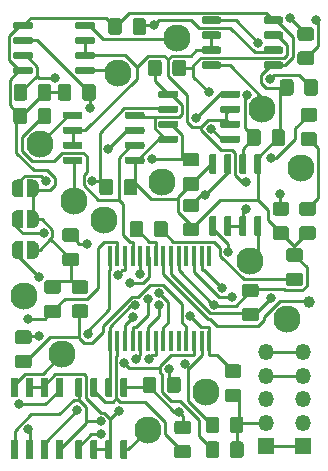
<source format=gbr>
G04 #@! TF.GenerationSoftware,KiCad,Pcbnew,(5.1.5-0-10_14)*
G04 #@! TF.CreationDate,2020-02-20T13:18:36+01:00*
G04 #@! TF.ProjectId,EM7SEG_DRIVER,454d3753-4547-45f4-9452-495645522e6b,rev?*
G04 #@! TF.SameCoordinates,Original*
G04 #@! TF.FileFunction,Copper,L2,Bot*
G04 #@! TF.FilePolarity,Positive*
%FSLAX46Y46*%
G04 Gerber Fmt 4.6, Leading zero omitted, Abs format (unit mm)*
G04 Created by KiCad (PCBNEW (5.1.5-0-10_14)) date 2020-02-20 13:18:36*
%MOMM*%
%LPD*%
G04 APERTURE LIST*
%ADD10C,1.000000*%
%ADD11C,0.100000*%
%ADD12C,2.300000*%
%ADD13R,0.450000X1.750000*%
%ADD14O,1.350000X1.350000*%
%ADD15R,1.350000X1.350000*%
%ADD16C,0.800000*%
%ADD17C,0.250000*%
G04 APERTURE END LIST*
D10*
X51460400Y-51638200D03*
G04 #@! TA.AperFunction,SMDPad,CuDef*
D11*
G36*
X36655105Y-41221404D02*
G01*
X36679373Y-41225004D01*
X36703172Y-41230965D01*
X36726271Y-41239230D01*
X36748450Y-41249720D01*
X36769493Y-41262332D01*
X36789199Y-41276947D01*
X36807377Y-41293423D01*
X36823853Y-41311601D01*
X36838468Y-41331307D01*
X36851080Y-41352350D01*
X36861570Y-41374529D01*
X36869835Y-41397628D01*
X36875796Y-41421427D01*
X36879396Y-41445695D01*
X36880600Y-41470199D01*
X36880600Y-42370201D01*
X36879396Y-42394705D01*
X36875796Y-42418973D01*
X36869835Y-42442772D01*
X36861570Y-42465871D01*
X36851080Y-42488050D01*
X36838468Y-42509093D01*
X36823853Y-42528799D01*
X36807377Y-42546977D01*
X36789199Y-42563453D01*
X36769493Y-42578068D01*
X36748450Y-42590680D01*
X36726271Y-42601170D01*
X36703172Y-42609435D01*
X36679373Y-42615396D01*
X36655105Y-42618996D01*
X36630601Y-42620200D01*
X35980599Y-42620200D01*
X35956095Y-42618996D01*
X35931827Y-42615396D01*
X35908028Y-42609435D01*
X35884929Y-42601170D01*
X35862750Y-42590680D01*
X35841707Y-42578068D01*
X35822001Y-42563453D01*
X35803823Y-42546977D01*
X35787347Y-42528799D01*
X35772732Y-42509093D01*
X35760120Y-42488050D01*
X35749630Y-42465871D01*
X35741365Y-42442772D01*
X35735404Y-42418973D01*
X35731804Y-42394705D01*
X35730600Y-42370201D01*
X35730600Y-41470199D01*
X35731804Y-41445695D01*
X35735404Y-41421427D01*
X35741365Y-41397628D01*
X35749630Y-41374529D01*
X35760120Y-41352350D01*
X35772732Y-41331307D01*
X35787347Y-41311601D01*
X35803823Y-41293423D01*
X35822001Y-41276947D01*
X35841707Y-41262332D01*
X35862750Y-41249720D01*
X35884929Y-41239230D01*
X35908028Y-41230965D01*
X35931827Y-41225004D01*
X35956095Y-41221404D01*
X35980599Y-41220200D01*
X36630601Y-41220200D01*
X36655105Y-41221404D01*
G37*
G04 #@! TD.AperFunction*
G04 #@! TA.AperFunction,SMDPad,CuDef*
G36*
X34605105Y-41221404D02*
G01*
X34629373Y-41225004D01*
X34653172Y-41230965D01*
X34676271Y-41239230D01*
X34698450Y-41249720D01*
X34719493Y-41262332D01*
X34739199Y-41276947D01*
X34757377Y-41293423D01*
X34773853Y-41311601D01*
X34788468Y-41331307D01*
X34801080Y-41352350D01*
X34811570Y-41374529D01*
X34819835Y-41397628D01*
X34825796Y-41421427D01*
X34829396Y-41445695D01*
X34830600Y-41470199D01*
X34830600Y-42370201D01*
X34829396Y-42394705D01*
X34825796Y-42418973D01*
X34819835Y-42442772D01*
X34811570Y-42465871D01*
X34801080Y-42488050D01*
X34788468Y-42509093D01*
X34773853Y-42528799D01*
X34757377Y-42546977D01*
X34739199Y-42563453D01*
X34719493Y-42578068D01*
X34698450Y-42590680D01*
X34676271Y-42601170D01*
X34653172Y-42609435D01*
X34629373Y-42615396D01*
X34605105Y-42618996D01*
X34580601Y-42620200D01*
X33930599Y-42620200D01*
X33906095Y-42618996D01*
X33881827Y-42615396D01*
X33858028Y-42609435D01*
X33834929Y-42601170D01*
X33812750Y-42590680D01*
X33791707Y-42578068D01*
X33772001Y-42563453D01*
X33753823Y-42546977D01*
X33737347Y-42528799D01*
X33722732Y-42509093D01*
X33710120Y-42488050D01*
X33699630Y-42465871D01*
X33691365Y-42442772D01*
X33685404Y-42418973D01*
X33681804Y-42394705D01*
X33680600Y-42370201D01*
X33680600Y-41470199D01*
X33681804Y-41445695D01*
X33685404Y-41421427D01*
X33691365Y-41397628D01*
X33699630Y-41374529D01*
X33710120Y-41352350D01*
X33722732Y-41331307D01*
X33737347Y-41311601D01*
X33753823Y-41293423D01*
X33772001Y-41276947D01*
X33791707Y-41262332D01*
X33812750Y-41249720D01*
X33834929Y-41239230D01*
X33858028Y-41230965D01*
X33881827Y-41225004D01*
X33906095Y-41221404D01*
X33930599Y-41220200D01*
X34580601Y-41220200D01*
X34605105Y-41221404D01*
G37*
G04 #@! TD.AperFunction*
G04 #@! TA.AperFunction,SMDPad,CuDef*
G36*
X41907005Y-41073404D02*
G01*
X41931273Y-41077004D01*
X41955072Y-41082965D01*
X41978171Y-41091230D01*
X42000350Y-41101720D01*
X42021393Y-41114332D01*
X42041099Y-41128947D01*
X42059277Y-41145423D01*
X42075753Y-41163601D01*
X42090368Y-41183307D01*
X42102980Y-41204350D01*
X42113470Y-41226529D01*
X42121735Y-41249628D01*
X42127696Y-41273427D01*
X42131296Y-41297695D01*
X42132500Y-41322199D01*
X42132500Y-41972201D01*
X42131296Y-41996705D01*
X42127696Y-42020973D01*
X42121735Y-42044772D01*
X42113470Y-42067871D01*
X42102980Y-42090050D01*
X42090368Y-42111093D01*
X42075753Y-42130799D01*
X42059277Y-42148977D01*
X42041099Y-42165453D01*
X42021393Y-42180068D01*
X42000350Y-42192680D01*
X41978171Y-42203170D01*
X41955072Y-42211435D01*
X41931273Y-42217396D01*
X41907005Y-42220996D01*
X41882501Y-42222200D01*
X40982499Y-42222200D01*
X40957995Y-42220996D01*
X40933727Y-42217396D01*
X40909928Y-42211435D01*
X40886829Y-42203170D01*
X40864650Y-42192680D01*
X40843607Y-42180068D01*
X40823901Y-42165453D01*
X40805723Y-42148977D01*
X40789247Y-42130799D01*
X40774632Y-42111093D01*
X40762020Y-42090050D01*
X40751530Y-42067871D01*
X40743265Y-42044772D01*
X40737304Y-42020973D01*
X40733704Y-41996705D01*
X40732500Y-41972201D01*
X40732500Y-41322199D01*
X40733704Y-41297695D01*
X40737304Y-41273427D01*
X40743265Y-41249628D01*
X40751530Y-41226529D01*
X40762020Y-41204350D01*
X40774632Y-41183307D01*
X40789247Y-41163601D01*
X40805723Y-41145423D01*
X40823901Y-41128947D01*
X40843607Y-41114332D01*
X40864650Y-41101720D01*
X40886829Y-41091230D01*
X40909928Y-41082965D01*
X40933727Y-41077004D01*
X40957995Y-41073404D01*
X40982499Y-41072200D01*
X41882501Y-41072200D01*
X41907005Y-41073404D01*
G37*
G04 #@! TD.AperFunction*
G04 #@! TA.AperFunction,SMDPad,CuDef*
G36*
X41907005Y-39023404D02*
G01*
X41931273Y-39027004D01*
X41955072Y-39032965D01*
X41978171Y-39041230D01*
X42000350Y-39051720D01*
X42021393Y-39064332D01*
X42041099Y-39078947D01*
X42059277Y-39095423D01*
X42075753Y-39113601D01*
X42090368Y-39133307D01*
X42102980Y-39154350D01*
X42113470Y-39176529D01*
X42121735Y-39199628D01*
X42127696Y-39223427D01*
X42131296Y-39247695D01*
X42132500Y-39272199D01*
X42132500Y-39922201D01*
X42131296Y-39946705D01*
X42127696Y-39970973D01*
X42121735Y-39994772D01*
X42113470Y-40017871D01*
X42102980Y-40040050D01*
X42090368Y-40061093D01*
X42075753Y-40080799D01*
X42059277Y-40098977D01*
X42041099Y-40115453D01*
X42021393Y-40130068D01*
X42000350Y-40142680D01*
X41978171Y-40153170D01*
X41955072Y-40161435D01*
X41931273Y-40167396D01*
X41907005Y-40170996D01*
X41882501Y-40172200D01*
X40982499Y-40172200D01*
X40957995Y-40170996D01*
X40933727Y-40167396D01*
X40909928Y-40161435D01*
X40886829Y-40153170D01*
X40864650Y-40142680D01*
X40843607Y-40130068D01*
X40823901Y-40115453D01*
X40805723Y-40098977D01*
X40789247Y-40080799D01*
X40774632Y-40061093D01*
X40762020Y-40040050D01*
X40751530Y-40017871D01*
X40743265Y-39994772D01*
X40737304Y-39970973D01*
X40733704Y-39946705D01*
X40732500Y-39922201D01*
X40732500Y-39272199D01*
X40733704Y-39247695D01*
X40737304Y-39223427D01*
X40743265Y-39199628D01*
X40751530Y-39176529D01*
X40762020Y-39154350D01*
X40774632Y-39133307D01*
X40789247Y-39113601D01*
X40805723Y-39095423D01*
X40823901Y-39078947D01*
X40843607Y-39064332D01*
X40864650Y-39051720D01*
X40886829Y-39041230D01*
X40909928Y-39032965D01*
X40933727Y-39027004D01*
X40957995Y-39023404D01*
X40982499Y-39022200D01*
X41882501Y-39022200D01*
X41907005Y-39023404D01*
G37*
G04 #@! TD.AperFunction*
G04 #@! TA.AperFunction,SMDPad,CuDef*
G36*
X27307705Y-35193904D02*
G01*
X27331973Y-35197504D01*
X27355772Y-35203465D01*
X27378871Y-35211730D01*
X27401050Y-35222220D01*
X27422093Y-35234832D01*
X27441799Y-35249447D01*
X27459977Y-35265923D01*
X27476453Y-35284101D01*
X27491068Y-35303807D01*
X27503680Y-35324850D01*
X27514170Y-35347029D01*
X27522435Y-35370128D01*
X27528396Y-35393927D01*
X27531996Y-35418195D01*
X27533200Y-35442699D01*
X27533200Y-36342701D01*
X27531996Y-36367205D01*
X27528396Y-36391473D01*
X27522435Y-36415272D01*
X27514170Y-36438371D01*
X27503680Y-36460550D01*
X27491068Y-36481593D01*
X27476453Y-36501299D01*
X27459977Y-36519477D01*
X27441799Y-36535953D01*
X27422093Y-36550568D01*
X27401050Y-36563180D01*
X27378871Y-36573670D01*
X27355772Y-36581935D01*
X27331973Y-36587896D01*
X27307705Y-36591496D01*
X27283201Y-36592700D01*
X26633199Y-36592700D01*
X26608695Y-36591496D01*
X26584427Y-36587896D01*
X26560628Y-36581935D01*
X26537529Y-36573670D01*
X26515350Y-36563180D01*
X26494307Y-36550568D01*
X26474601Y-36535953D01*
X26456423Y-36519477D01*
X26439947Y-36501299D01*
X26425332Y-36481593D01*
X26412720Y-36460550D01*
X26402230Y-36438371D01*
X26393965Y-36415272D01*
X26388004Y-36391473D01*
X26384404Y-36367205D01*
X26383200Y-36342701D01*
X26383200Y-35442699D01*
X26384404Y-35418195D01*
X26388004Y-35393927D01*
X26393965Y-35370128D01*
X26402230Y-35347029D01*
X26412720Y-35324850D01*
X26425332Y-35303807D01*
X26439947Y-35284101D01*
X26456423Y-35265923D01*
X26474601Y-35249447D01*
X26494307Y-35234832D01*
X26515350Y-35222220D01*
X26537529Y-35211730D01*
X26560628Y-35203465D01*
X26584427Y-35197504D01*
X26608695Y-35193904D01*
X26633199Y-35192700D01*
X27283201Y-35192700D01*
X27307705Y-35193904D01*
G37*
G04 #@! TD.AperFunction*
G04 #@! TA.AperFunction,SMDPad,CuDef*
G36*
X29357705Y-35193904D02*
G01*
X29381973Y-35197504D01*
X29405772Y-35203465D01*
X29428871Y-35211730D01*
X29451050Y-35222220D01*
X29472093Y-35234832D01*
X29491799Y-35249447D01*
X29509977Y-35265923D01*
X29526453Y-35284101D01*
X29541068Y-35303807D01*
X29553680Y-35324850D01*
X29564170Y-35347029D01*
X29572435Y-35370128D01*
X29578396Y-35393927D01*
X29581996Y-35418195D01*
X29583200Y-35442699D01*
X29583200Y-36342701D01*
X29581996Y-36367205D01*
X29578396Y-36391473D01*
X29572435Y-36415272D01*
X29564170Y-36438371D01*
X29553680Y-36460550D01*
X29541068Y-36481593D01*
X29526453Y-36501299D01*
X29509977Y-36519477D01*
X29491799Y-36535953D01*
X29472093Y-36550568D01*
X29451050Y-36563180D01*
X29428871Y-36573670D01*
X29405772Y-36581935D01*
X29381973Y-36587896D01*
X29357705Y-36591496D01*
X29333201Y-36592700D01*
X28683199Y-36592700D01*
X28658695Y-36591496D01*
X28634427Y-36587896D01*
X28610628Y-36581935D01*
X28587529Y-36573670D01*
X28565350Y-36563180D01*
X28544307Y-36550568D01*
X28524601Y-36535953D01*
X28506423Y-36519477D01*
X28489947Y-36501299D01*
X28475332Y-36481593D01*
X28462720Y-36460550D01*
X28452230Y-36438371D01*
X28443965Y-36415272D01*
X28438004Y-36391473D01*
X28434404Y-36367205D01*
X28433200Y-36342701D01*
X28433200Y-35442699D01*
X28434404Y-35418195D01*
X28438004Y-35393927D01*
X28443965Y-35370128D01*
X28452230Y-35347029D01*
X28462720Y-35324850D01*
X28475332Y-35303807D01*
X28489947Y-35284101D01*
X28506423Y-35265923D01*
X28524601Y-35249447D01*
X28544307Y-35234832D01*
X28565350Y-35222220D01*
X28587529Y-35211730D01*
X28610628Y-35203465D01*
X28634427Y-35197504D01*
X28658695Y-35193904D01*
X28683199Y-35192700D01*
X29333201Y-35192700D01*
X29357705Y-35193904D01*
G37*
G04 #@! TD.AperFunction*
G04 #@! TA.AperFunction,SMDPad,CuDef*
G36*
X31708905Y-47459004D02*
G01*
X31733173Y-47462604D01*
X31756972Y-47468565D01*
X31780071Y-47476830D01*
X31802250Y-47487320D01*
X31823293Y-47499932D01*
X31842999Y-47514547D01*
X31861177Y-47531023D01*
X31877653Y-47549201D01*
X31892268Y-47568907D01*
X31904880Y-47589950D01*
X31915370Y-47612129D01*
X31923635Y-47635228D01*
X31929596Y-47659027D01*
X31933196Y-47683295D01*
X31934400Y-47707799D01*
X31934400Y-48357801D01*
X31933196Y-48382305D01*
X31929596Y-48406573D01*
X31923635Y-48430372D01*
X31915370Y-48453471D01*
X31904880Y-48475650D01*
X31892268Y-48496693D01*
X31877653Y-48516399D01*
X31861177Y-48534577D01*
X31842999Y-48551053D01*
X31823293Y-48565668D01*
X31802250Y-48578280D01*
X31780071Y-48588770D01*
X31756972Y-48597035D01*
X31733173Y-48602996D01*
X31708905Y-48606596D01*
X31684401Y-48607800D01*
X30784399Y-48607800D01*
X30759895Y-48606596D01*
X30735627Y-48602996D01*
X30711828Y-48597035D01*
X30688729Y-48588770D01*
X30666550Y-48578280D01*
X30645507Y-48565668D01*
X30625801Y-48551053D01*
X30607623Y-48534577D01*
X30591147Y-48516399D01*
X30576532Y-48496693D01*
X30563920Y-48475650D01*
X30553430Y-48453471D01*
X30545165Y-48430372D01*
X30539204Y-48406573D01*
X30535604Y-48382305D01*
X30534400Y-48357801D01*
X30534400Y-47707799D01*
X30535604Y-47683295D01*
X30539204Y-47659027D01*
X30545165Y-47635228D01*
X30553430Y-47612129D01*
X30563920Y-47589950D01*
X30576532Y-47568907D01*
X30591147Y-47549201D01*
X30607623Y-47531023D01*
X30625801Y-47514547D01*
X30645507Y-47499932D01*
X30666550Y-47487320D01*
X30688729Y-47476830D01*
X30711828Y-47468565D01*
X30735627Y-47462604D01*
X30759895Y-47459004D01*
X30784399Y-47457800D01*
X31684401Y-47457800D01*
X31708905Y-47459004D01*
G37*
G04 #@! TD.AperFunction*
G04 #@! TA.AperFunction,SMDPad,CuDef*
G36*
X31708905Y-45409004D02*
G01*
X31733173Y-45412604D01*
X31756972Y-45418565D01*
X31780071Y-45426830D01*
X31802250Y-45437320D01*
X31823293Y-45449932D01*
X31842999Y-45464547D01*
X31861177Y-45481023D01*
X31877653Y-45499201D01*
X31892268Y-45518907D01*
X31904880Y-45539950D01*
X31915370Y-45562129D01*
X31923635Y-45585228D01*
X31929596Y-45609027D01*
X31933196Y-45633295D01*
X31934400Y-45657799D01*
X31934400Y-46307801D01*
X31933196Y-46332305D01*
X31929596Y-46356573D01*
X31923635Y-46380372D01*
X31915370Y-46403471D01*
X31904880Y-46425650D01*
X31892268Y-46446693D01*
X31877653Y-46466399D01*
X31861177Y-46484577D01*
X31842999Y-46501053D01*
X31823293Y-46515668D01*
X31802250Y-46528280D01*
X31780071Y-46538770D01*
X31756972Y-46547035D01*
X31733173Y-46552996D01*
X31708905Y-46556596D01*
X31684401Y-46557800D01*
X30784399Y-46557800D01*
X30759895Y-46556596D01*
X30735627Y-46552996D01*
X30711828Y-46547035D01*
X30688729Y-46538770D01*
X30666550Y-46528280D01*
X30645507Y-46515668D01*
X30625801Y-46501053D01*
X30607623Y-46484577D01*
X30591147Y-46466399D01*
X30576532Y-46446693D01*
X30563920Y-46425650D01*
X30553430Y-46403471D01*
X30545165Y-46380372D01*
X30539204Y-46356573D01*
X30535604Y-46332305D01*
X30534400Y-46307801D01*
X30534400Y-45657799D01*
X30535604Y-45633295D01*
X30539204Y-45609027D01*
X30545165Y-45585228D01*
X30553430Y-45562129D01*
X30563920Y-45539950D01*
X30576532Y-45518907D01*
X30591147Y-45499201D01*
X30607623Y-45481023D01*
X30625801Y-45464547D01*
X30645507Y-45449932D01*
X30666550Y-45437320D01*
X30688729Y-45426830D01*
X30711828Y-45418565D01*
X30735627Y-45412604D01*
X30759895Y-45409004D01*
X30784399Y-45407800D01*
X31684401Y-45407800D01*
X31708905Y-45409004D01*
G37*
G04 #@! TD.AperFunction*
G04 #@! TA.AperFunction,SMDPad,CuDef*
G36*
X30174705Y-49813304D02*
G01*
X30198973Y-49816904D01*
X30222772Y-49822865D01*
X30245871Y-49831130D01*
X30268050Y-49841620D01*
X30289093Y-49854232D01*
X30308799Y-49868847D01*
X30326977Y-49885323D01*
X30343453Y-49903501D01*
X30358068Y-49923207D01*
X30370680Y-49944250D01*
X30381170Y-49966429D01*
X30389435Y-49989528D01*
X30395396Y-50013327D01*
X30398996Y-50037595D01*
X30400200Y-50062099D01*
X30400200Y-50712101D01*
X30398996Y-50736605D01*
X30395396Y-50760873D01*
X30389435Y-50784672D01*
X30381170Y-50807771D01*
X30370680Y-50829950D01*
X30358068Y-50850993D01*
X30343453Y-50870699D01*
X30326977Y-50888877D01*
X30308799Y-50905353D01*
X30289093Y-50919968D01*
X30268050Y-50932580D01*
X30245871Y-50943070D01*
X30222772Y-50951335D01*
X30198973Y-50957296D01*
X30174705Y-50960896D01*
X30150201Y-50962100D01*
X29250199Y-50962100D01*
X29225695Y-50960896D01*
X29201427Y-50957296D01*
X29177628Y-50951335D01*
X29154529Y-50943070D01*
X29132350Y-50932580D01*
X29111307Y-50919968D01*
X29091601Y-50905353D01*
X29073423Y-50888877D01*
X29056947Y-50870699D01*
X29042332Y-50850993D01*
X29029720Y-50829950D01*
X29019230Y-50807771D01*
X29010965Y-50784672D01*
X29005004Y-50760873D01*
X29001404Y-50736605D01*
X29000200Y-50712101D01*
X29000200Y-50062099D01*
X29001404Y-50037595D01*
X29005004Y-50013327D01*
X29010965Y-49989528D01*
X29019230Y-49966429D01*
X29029720Y-49944250D01*
X29042332Y-49923207D01*
X29056947Y-49903501D01*
X29073423Y-49885323D01*
X29091601Y-49868847D01*
X29111307Y-49854232D01*
X29132350Y-49841620D01*
X29154529Y-49831130D01*
X29177628Y-49822865D01*
X29201427Y-49816904D01*
X29225695Y-49813304D01*
X29250199Y-49812100D01*
X30150201Y-49812100D01*
X30174705Y-49813304D01*
G37*
G04 #@! TD.AperFunction*
G04 #@! TA.AperFunction,SMDPad,CuDef*
G36*
X30174705Y-51863304D02*
G01*
X30198973Y-51866904D01*
X30222772Y-51872865D01*
X30245871Y-51881130D01*
X30268050Y-51891620D01*
X30289093Y-51904232D01*
X30308799Y-51918847D01*
X30326977Y-51935323D01*
X30343453Y-51953501D01*
X30358068Y-51973207D01*
X30370680Y-51994250D01*
X30381170Y-52016429D01*
X30389435Y-52039528D01*
X30395396Y-52063327D01*
X30398996Y-52087595D01*
X30400200Y-52112099D01*
X30400200Y-52762101D01*
X30398996Y-52786605D01*
X30395396Y-52810873D01*
X30389435Y-52834672D01*
X30381170Y-52857771D01*
X30370680Y-52879950D01*
X30358068Y-52900993D01*
X30343453Y-52920699D01*
X30326977Y-52938877D01*
X30308799Y-52955353D01*
X30289093Y-52969968D01*
X30268050Y-52982580D01*
X30245871Y-52993070D01*
X30222772Y-53001335D01*
X30198973Y-53007296D01*
X30174705Y-53010896D01*
X30150201Y-53012100D01*
X29250199Y-53012100D01*
X29225695Y-53010896D01*
X29201427Y-53007296D01*
X29177628Y-53001335D01*
X29154529Y-52993070D01*
X29132350Y-52982580D01*
X29111307Y-52969968D01*
X29091601Y-52955353D01*
X29073423Y-52938877D01*
X29056947Y-52920699D01*
X29042332Y-52900993D01*
X29029720Y-52879950D01*
X29019230Y-52857771D01*
X29010965Y-52834672D01*
X29005004Y-52810873D01*
X29001404Y-52786605D01*
X29000200Y-52762101D01*
X29000200Y-52112099D01*
X29001404Y-52087595D01*
X29005004Y-52063327D01*
X29010965Y-52039528D01*
X29019230Y-52016429D01*
X29029720Y-51994250D01*
X29042332Y-51973207D01*
X29056947Y-51953501D01*
X29073423Y-51935323D01*
X29091601Y-51918847D01*
X29111307Y-51904232D01*
X29132350Y-51891620D01*
X29154529Y-51881130D01*
X29177628Y-51872865D01*
X29201427Y-51866904D01*
X29225695Y-51863304D01*
X29250199Y-51862100D01*
X30150201Y-51862100D01*
X30174705Y-51863304D01*
G37*
G04 #@! TD.AperFunction*
G04 #@! TA.AperFunction,SMDPad,CuDef*
G36*
X40317805Y-57960004D02*
G01*
X40342073Y-57963604D01*
X40365872Y-57969565D01*
X40388971Y-57977830D01*
X40411150Y-57988320D01*
X40432193Y-58000932D01*
X40451899Y-58015547D01*
X40470077Y-58032023D01*
X40486553Y-58050201D01*
X40501168Y-58069907D01*
X40513780Y-58090950D01*
X40524270Y-58113129D01*
X40532535Y-58136228D01*
X40538496Y-58160027D01*
X40542096Y-58184295D01*
X40543300Y-58208799D01*
X40543300Y-59108801D01*
X40542096Y-59133305D01*
X40538496Y-59157573D01*
X40532535Y-59181372D01*
X40524270Y-59204471D01*
X40513780Y-59226650D01*
X40501168Y-59247693D01*
X40486553Y-59267399D01*
X40470077Y-59285577D01*
X40451899Y-59302053D01*
X40432193Y-59316668D01*
X40411150Y-59329280D01*
X40388971Y-59339770D01*
X40365872Y-59348035D01*
X40342073Y-59353996D01*
X40317805Y-59357596D01*
X40293301Y-59358800D01*
X39643299Y-59358800D01*
X39618795Y-59357596D01*
X39594527Y-59353996D01*
X39570728Y-59348035D01*
X39547629Y-59339770D01*
X39525450Y-59329280D01*
X39504407Y-59316668D01*
X39484701Y-59302053D01*
X39466523Y-59285577D01*
X39450047Y-59267399D01*
X39435432Y-59247693D01*
X39422820Y-59226650D01*
X39412330Y-59204471D01*
X39404065Y-59181372D01*
X39398104Y-59157573D01*
X39394504Y-59133305D01*
X39393300Y-59108801D01*
X39393300Y-58208799D01*
X39394504Y-58184295D01*
X39398104Y-58160027D01*
X39404065Y-58136228D01*
X39412330Y-58113129D01*
X39422820Y-58090950D01*
X39435432Y-58069907D01*
X39450047Y-58050201D01*
X39466523Y-58032023D01*
X39484701Y-58015547D01*
X39504407Y-58000932D01*
X39525450Y-57988320D01*
X39547629Y-57977830D01*
X39570728Y-57969565D01*
X39594527Y-57963604D01*
X39618795Y-57960004D01*
X39643299Y-57958800D01*
X40293301Y-57958800D01*
X40317805Y-57960004D01*
G37*
G04 #@! TD.AperFunction*
G04 #@! TA.AperFunction,SMDPad,CuDef*
G36*
X38267805Y-57960004D02*
G01*
X38292073Y-57963604D01*
X38315872Y-57969565D01*
X38338971Y-57977830D01*
X38361150Y-57988320D01*
X38382193Y-58000932D01*
X38401899Y-58015547D01*
X38420077Y-58032023D01*
X38436553Y-58050201D01*
X38451168Y-58069907D01*
X38463780Y-58090950D01*
X38474270Y-58113129D01*
X38482535Y-58136228D01*
X38488496Y-58160027D01*
X38492096Y-58184295D01*
X38493300Y-58208799D01*
X38493300Y-59108801D01*
X38492096Y-59133305D01*
X38488496Y-59157573D01*
X38482535Y-59181372D01*
X38474270Y-59204471D01*
X38463780Y-59226650D01*
X38451168Y-59247693D01*
X38436553Y-59267399D01*
X38420077Y-59285577D01*
X38401899Y-59302053D01*
X38382193Y-59316668D01*
X38361150Y-59329280D01*
X38338971Y-59339770D01*
X38315872Y-59348035D01*
X38292073Y-59353996D01*
X38267805Y-59357596D01*
X38243301Y-59358800D01*
X37593299Y-59358800D01*
X37568795Y-59357596D01*
X37544527Y-59353996D01*
X37520728Y-59348035D01*
X37497629Y-59339770D01*
X37475450Y-59329280D01*
X37454407Y-59316668D01*
X37434701Y-59302053D01*
X37416523Y-59285577D01*
X37400047Y-59267399D01*
X37385432Y-59247693D01*
X37372820Y-59226650D01*
X37362330Y-59204471D01*
X37354065Y-59181372D01*
X37348104Y-59157573D01*
X37344504Y-59133305D01*
X37343300Y-59108801D01*
X37343300Y-58208799D01*
X37344504Y-58184295D01*
X37348104Y-58160027D01*
X37354065Y-58136228D01*
X37362330Y-58113129D01*
X37372820Y-58090950D01*
X37385432Y-58069907D01*
X37400047Y-58050201D01*
X37416523Y-58032023D01*
X37434701Y-58015547D01*
X37454407Y-58000932D01*
X37475450Y-57988320D01*
X37497629Y-57977830D01*
X37520728Y-57969565D01*
X37544527Y-57963604D01*
X37568795Y-57960004D01*
X37593299Y-57958800D01*
X38243301Y-57958800D01*
X38267805Y-57960004D01*
G37*
G04 #@! TD.AperFunction*
G04 #@! TA.AperFunction,SMDPad,CuDef*
G36*
X49883205Y-32775904D02*
G01*
X49907473Y-32779504D01*
X49931272Y-32785465D01*
X49954371Y-32793730D01*
X49976550Y-32804220D01*
X49997593Y-32816832D01*
X50017299Y-32831447D01*
X50035477Y-32847923D01*
X50051953Y-32866101D01*
X50066568Y-32885807D01*
X50079180Y-32906850D01*
X50089670Y-32929029D01*
X50097935Y-32952128D01*
X50103896Y-32975927D01*
X50107496Y-33000195D01*
X50108700Y-33024699D01*
X50108700Y-33924701D01*
X50107496Y-33949205D01*
X50103896Y-33973473D01*
X50097935Y-33997272D01*
X50089670Y-34020371D01*
X50079180Y-34042550D01*
X50066568Y-34063593D01*
X50051953Y-34083299D01*
X50035477Y-34101477D01*
X50017299Y-34117953D01*
X49997593Y-34132568D01*
X49976550Y-34145180D01*
X49954371Y-34155670D01*
X49931272Y-34163935D01*
X49907473Y-34169896D01*
X49883205Y-34173496D01*
X49858701Y-34174700D01*
X49208699Y-34174700D01*
X49184195Y-34173496D01*
X49159927Y-34169896D01*
X49136128Y-34163935D01*
X49113029Y-34155670D01*
X49090850Y-34145180D01*
X49069807Y-34132568D01*
X49050101Y-34117953D01*
X49031923Y-34101477D01*
X49015447Y-34083299D01*
X49000832Y-34063593D01*
X48988220Y-34042550D01*
X48977730Y-34020371D01*
X48969465Y-33997272D01*
X48963504Y-33973473D01*
X48959904Y-33949205D01*
X48958700Y-33924701D01*
X48958700Y-33024699D01*
X48959904Y-33000195D01*
X48963504Y-32975927D01*
X48969465Y-32952128D01*
X48977730Y-32929029D01*
X48988220Y-32906850D01*
X49000832Y-32885807D01*
X49015447Y-32866101D01*
X49031923Y-32847923D01*
X49050101Y-32831447D01*
X49069807Y-32816832D01*
X49090850Y-32804220D01*
X49113029Y-32793730D01*
X49136128Y-32785465D01*
X49159927Y-32779504D01*
X49184195Y-32775904D01*
X49208699Y-32774700D01*
X49858701Y-32774700D01*
X49883205Y-32775904D01*
G37*
G04 #@! TD.AperFunction*
G04 #@! TA.AperFunction,SMDPad,CuDef*
G36*
X51933205Y-32775904D02*
G01*
X51957473Y-32779504D01*
X51981272Y-32785465D01*
X52004371Y-32793730D01*
X52026550Y-32804220D01*
X52047593Y-32816832D01*
X52067299Y-32831447D01*
X52085477Y-32847923D01*
X52101953Y-32866101D01*
X52116568Y-32885807D01*
X52129180Y-32906850D01*
X52139670Y-32929029D01*
X52147935Y-32952128D01*
X52153896Y-32975927D01*
X52157496Y-33000195D01*
X52158700Y-33024699D01*
X52158700Y-33924701D01*
X52157496Y-33949205D01*
X52153896Y-33973473D01*
X52147935Y-33997272D01*
X52139670Y-34020371D01*
X52129180Y-34042550D01*
X52116568Y-34063593D01*
X52101953Y-34083299D01*
X52085477Y-34101477D01*
X52067299Y-34117953D01*
X52047593Y-34132568D01*
X52026550Y-34145180D01*
X52004371Y-34155670D01*
X51981272Y-34163935D01*
X51957473Y-34169896D01*
X51933205Y-34173496D01*
X51908701Y-34174700D01*
X51258699Y-34174700D01*
X51234195Y-34173496D01*
X51209927Y-34169896D01*
X51186128Y-34163935D01*
X51163029Y-34155670D01*
X51140850Y-34145180D01*
X51119807Y-34132568D01*
X51100101Y-34117953D01*
X51081923Y-34101477D01*
X51065447Y-34083299D01*
X51050832Y-34063593D01*
X51038220Y-34042550D01*
X51027730Y-34020371D01*
X51019465Y-33997272D01*
X51013504Y-33973473D01*
X51009904Y-33949205D01*
X51008700Y-33924701D01*
X51008700Y-33024699D01*
X51009904Y-33000195D01*
X51013504Y-32975927D01*
X51019465Y-32952128D01*
X51027730Y-32929029D01*
X51038220Y-32906850D01*
X51050832Y-32885807D01*
X51065447Y-32866101D01*
X51081923Y-32847923D01*
X51100101Y-32831447D01*
X51119807Y-32816832D01*
X51140850Y-32804220D01*
X51163029Y-32793730D01*
X51186128Y-32785465D01*
X51209927Y-32779504D01*
X51234195Y-32775904D01*
X51258699Y-32774700D01*
X51908701Y-32774700D01*
X51933205Y-32775904D01*
G37*
G04 #@! TD.AperFunction*
G04 #@! TA.AperFunction,SMDPad,CuDef*
G36*
X41188205Y-61687804D02*
G01*
X41212473Y-61691404D01*
X41236272Y-61697365D01*
X41259371Y-61705630D01*
X41281550Y-61716120D01*
X41302593Y-61728732D01*
X41322299Y-61743347D01*
X41340477Y-61759823D01*
X41356953Y-61778001D01*
X41371568Y-61797707D01*
X41384180Y-61818750D01*
X41394670Y-61840929D01*
X41402935Y-61864028D01*
X41408896Y-61887827D01*
X41412496Y-61912095D01*
X41413700Y-61936599D01*
X41413700Y-62586601D01*
X41412496Y-62611105D01*
X41408896Y-62635373D01*
X41402935Y-62659172D01*
X41394670Y-62682271D01*
X41384180Y-62704450D01*
X41371568Y-62725493D01*
X41356953Y-62745199D01*
X41340477Y-62763377D01*
X41322299Y-62779853D01*
X41302593Y-62794468D01*
X41281550Y-62807080D01*
X41259371Y-62817570D01*
X41236272Y-62825835D01*
X41212473Y-62831796D01*
X41188205Y-62835396D01*
X41163701Y-62836600D01*
X40263699Y-62836600D01*
X40239195Y-62835396D01*
X40214927Y-62831796D01*
X40191128Y-62825835D01*
X40168029Y-62817570D01*
X40145850Y-62807080D01*
X40124807Y-62794468D01*
X40105101Y-62779853D01*
X40086923Y-62763377D01*
X40070447Y-62745199D01*
X40055832Y-62725493D01*
X40043220Y-62704450D01*
X40032730Y-62682271D01*
X40024465Y-62659172D01*
X40018504Y-62635373D01*
X40014904Y-62611105D01*
X40013700Y-62586601D01*
X40013700Y-61936599D01*
X40014904Y-61912095D01*
X40018504Y-61887827D01*
X40024465Y-61864028D01*
X40032730Y-61840929D01*
X40043220Y-61818750D01*
X40055832Y-61797707D01*
X40070447Y-61778001D01*
X40086923Y-61759823D01*
X40105101Y-61743347D01*
X40124807Y-61728732D01*
X40145850Y-61716120D01*
X40168029Y-61705630D01*
X40191128Y-61697365D01*
X40214927Y-61691404D01*
X40239195Y-61687804D01*
X40263699Y-61686600D01*
X41163701Y-61686600D01*
X41188205Y-61687804D01*
G37*
G04 #@! TD.AperFunction*
G04 #@! TA.AperFunction,SMDPad,CuDef*
G36*
X41188205Y-63737804D02*
G01*
X41212473Y-63741404D01*
X41236272Y-63747365D01*
X41259371Y-63755630D01*
X41281550Y-63766120D01*
X41302593Y-63778732D01*
X41322299Y-63793347D01*
X41340477Y-63809823D01*
X41356953Y-63828001D01*
X41371568Y-63847707D01*
X41384180Y-63868750D01*
X41394670Y-63890929D01*
X41402935Y-63914028D01*
X41408896Y-63937827D01*
X41412496Y-63962095D01*
X41413700Y-63986599D01*
X41413700Y-64636601D01*
X41412496Y-64661105D01*
X41408896Y-64685373D01*
X41402935Y-64709172D01*
X41394670Y-64732271D01*
X41384180Y-64754450D01*
X41371568Y-64775493D01*
X41356953Y-64795199D01*
X41340477Y-64813377D01*
X41322299Y-64829853D01*
X41302593Y-64844468D01*
X41281550Y-64857080D01*
X41259371Y-64867570D01*
X41236272Y-64875835D01*
X41212473Y-64881796D01*
X41188205Y-64885396D01*
X41163701Y-64886600D01*
X40263699Y-64886600D01*
X40239195Y-64885396D01*
X40214927Y-64881796D01*
X40191128Y-64875835D01*
X40168029Y-64867570D01*
X40145850Y-64857080D01*
X40124807Y-64844468D01*
X40105101Y-64829853D01*
X40086923Y-64813377D01*
X40070447Y-64795199D01*
X40055832Y-64775493D01*
X40043220Y-64754450D01*
X40032730Y-64732271D01*
X40024465Y-64709172D01*
X40018504Y-64685373D01*
X40014904Y-64661105D01*
X40013700Y-64636601D01*
X40013700Y-63986599D01*
X40014904Y-63962095D01*
X40018504Y-63937827D01*
X40024465Y-63914028D01*
X40032730Y-63890929D01*
X40043220Y-63868750D01*
X40055832Y-63847707D01*
X40070447Y-63828001D01*
X40086923Y-63809823D01*
X40105101Y-63793347D01*
X40124807Y-63778732D01*
X40145850Y-63766120D01*
X40168029Y-63755630D01*
X40191128Y-63747365D01*
X40214927Y-63741404D01*
X40239195Y-63737804D01*
X40263699Y-63736600D01*
X41163701Y-63736600D01*
X41188205Y-63737804D01*
G37*
G04 #@! TD.AperFunction*
G04 #@! TA.AperFunction,SMDPad,CuDef*
G36*
X49172205Y-37017704D02*
G01*
X49196473Y-37021304D01*
X49220272Y-37027265D01*
X49243371Y-37035530D01*
X49265550Y-37046020D01*
X49286593Y-37058632D01*
X49306299Y-37073247D01*
X49324477Y-37089723D01*
X49340953Y-37107901D01*
X49355568Y-37127607D01*
X49368180Y-37148650D01*
X49378670Y-37170829D01*
X49386935Y-37193928D01*
X49392896Y-37217727D01*
X49396496Y-37241995D01*
X49397700Y-37266499D01*
X49397700Y-38166501D01*
X49396496Y-38191005D01*
X49392896Y-38215273D01*
X49386935Y-38239072D01*
X49378670Y-38262171D01*
X49368180Y-38284350D01*
X49355568Y-38305393D01*
X49340953Y-38325099D01*
X49324477Y-38343277D01*
X49306299Y-38359753D01*
X49286593Y-38374368D01*
X49265550Y-38386980D01*
X49243371Y-38397470D01*
X49220272Y-38405735D01*
X49196473Y-38411696D01*
X49172205Y-38415296D01*
X49147701Y-38416500D01*
X48497699Y-38416500D01*
X48473195Y-38415296D01*
X48448927Y-38411696D01*
X48425128Y-38405735D01*
X48402029Y-38397470D01*
X48379850Y-38386980D01*
X48358807Y-38374368D01*
X48339101Y-38359753D01*
X48320923Y-38343277D01*
X48304447Y-38325099D01*
X48289832Y-38305393D01*
X48277220Y-38284350D01*
X48266730Y-38262171D01*
X48258465Y-38239072D01*
X48252504Y-38215273D01*
X48248904Y-38191005D01*
X48247700Y-38166501D01*
X48247700Y-37266499D01*
X48248904Y-37241995D01*
X48252504Y-37217727D01*
X48258465Y-37193928D01*
X48266730Y-37170829D01*
X48277220Y-37148650D01*
X48289832Y-37127607D01*
X48304447Y-37107901D01*
X48320923Y-37089723D01*
X48339101Y-37073247D01*
X48358807Y-37058632D01*
X48379850Y-37046020D01*
X48402029Y-37035530D01*
X48425128Y-37027265D01*
X48448927Y-37021304D01*
X48473195Y-37017704D01*
X48497699Y-37016500D01*
X49147701Y-37016500D01*
X49172205Y-37017704D01*
G37*
G04 #@! TD.AperFunction*
G04 #@! TA.AperFunction,SMDPad,CuDef*
G36*
X47122205Y-37017704D02*
G01*
X47146473Y-37021304D01*
X47170272Y-37027265D01*
X47193371Y-37035530D01*
X47215550Y-37046020D01*
X47236593Y-37058632D01*
X47256299Y-37073247D01*
X47274477Y-37089723D01*
X47290953Y-37107901D01*
X47305568Y-37127607D01*
X47318180Y-37148650D01*
X47328670Y-37170829D01*
X47336935Y-37193928D01*
X47342896Y-37217727D01*
X47346496Y-37241995D01*
X47347700Y-37266499D01*
X47347700Y-38166501D01*
X47346496Y-38191005D01*
X47342896Y-38215273D01*
X47336935Y-38239072D01*
X47328670Y-38262171D01*
X47318180Y-38284350D01*
X47305568Y-38305393D01*
X47290953Y-38325099D01*
X47274477Y-38343277D01*
X47256299Y-38359753D01*
X47236593Y-38374368D01*
X47215550Y-38386980D01*
X47193371Y-38397470D01*
X47170272Y-38405735D01*
X47146473Y-38411696D01*
X47122205Y-38415296D01*
X47097701Y-38416500D01*
X46447699Y-38416500D01*
X46423195Y-38415296D01*
X46398927Y-38411696D01*
X46375128Y-38405735D01*
X46352029Y-38397470D01*
X46329850Y-38386980D01*
X46308807Y-38374368D01*
X46289101Y-38359753D01*
X46270923Y-38343277D01*
X46254447Y-38325099D01*
X46239832Y-38305393D01*
X46227220Y-38284350D01*
X46216730Y-38262171D01*
X46208465Y-38239072D01*
X46202504Y-38215273D01*
X46198904Y-38191005D01*
X46197700Y-38166501D01*
X46197700Y-37266499D01*
X46198904Y-37241995D01*
X46202504Y-37217727D01*
X46208465Y-37193928D01*
X46216730Y-37170829D01*
X46227220Y-37148650D01*
X46239832Y-37127607D01*
X46254447Y-37107901D01*
X46270923Y-37089723D01*
X46289101Y-37073247D01*
X46308807Y-37058632D01*
X46329850Y-37046020D01*
X46352029Y-37035530D01*
X46375128Y-37027265D01*
X46398927Y-37021304D01*
X46423195Y-37017704D01*
X46447699Y-37016500D01*
X47097701Y-37016500D01*
X47122205Y-37017704D01*
G37*
G04 #@! TD.AperFunction*
G04 #@! TA.AperFunction,SMDPad,CuDef*
G36*
X41901905Y-44939304D02*
G01*
X41926173Y-44942904D01*
X41949972Y-44948865D01*
X41973071Y-44957130D01*
X41995250Y-44967620D01*
X42016293Y-44980232D01*
X42035999Y-44994847D01*
X42054177Y-45011323D01*
X42070653Y-45029501D01*
X42085268Y-45049207D01*
X42097880Y-45070250D01*
X42108370Y-45092429D01*
X42116635Y-45115528D01*
X42122596Y-45139327D01*
X42126196Y-45163595D01*
X42127400Y-45188099D01*
X42127400Y-45838101D01*
X42126196Y-45862605D01*
X42122596Y-45886873D01*
X42116635Y-45910672D01*
X42108370Y-45933771D01*
X42097880Y-45955950D01*
X42085268Y-45976993D01*
X42070653Y-45996699D01*
X42054177Y-46014877D01*
X42035999Y-46031353D01*
X42016293Y-46045968D01*
X41995250Y-46058580D01*
X41973071Y-46069070D01*
X41949972Y-46077335D01*
X41926173Y-46083296D01*
X41901905Y-46086896D01*
X41877401Y-46088100D01*
X40977399Y-46088100D01*
X40952895Y-46086896D01*
X40928627Y-46083296D01*
X40904828Y-46077335D01*
X40881729Y-46069070D01*
X40859550Y-46058580D01*
X40838507Y-46045968D01*
X40818801Y-46031353D01*
X40800623Y-46014877D01*
X40784147Y-45996699D01*
X40769532Y-45976993D01*
X40756920Y-45955950D01*
X40746430Y-45933771D01*
X40738165Y-45910672D01*
X40732204Y-45886873D01*
X40728604Y-45862605D01*
X40727400Y-45838101D01*
X40727400Y-45188099D01*
X40728604Y-45163595D01*
X40732204Y-45139327D01*
X40738165Y-45115528D01*
X40746430Y-45092429D01*
X40756920Y-45070250D01*
X40769532Y-45049207D01*
X40784147Y-45029501D01*
X40800623Y-45011323D01*
X40818801Y-44994847D01*
X40838507Y-44980232D01*
X40859550Y-44967620D01*
X40881729Y-44957130D01*
X40904828Y-44948865D01*
X40928627Y-44942904D01*
X40952895Y-44939304D01*
X40977399Y-44938100D01*
X41877401Y-44938100D01*
X41901905Y-44939304D01*
G37*
G04 #@! TD.AperFunction*
G04 #@! TA.AperFunction,SMDPad,CuDef*
G36*
X41901905Y-42889304D02*
G01*
X41926173Y-42892904D01*
X41949972Y-42898865D01*
X41973071Y-42907130D01*
X41995250Y-42917620D01*
X42016293Y-42930232D01*
X42035999Y-42944847D01*
X42054177Y-42961323D01*
X42070653Y-42979501D01*
X42085268Y-42999207D01*
X42097880Y-43020250D01*
X42108370Y-43042429D01*
X42116635Y-43065528D01*
X42122596Y-43089327D01*
X42126196Y-43113595D01*
X42127400Y-43138099D01*
X42127400Y-43788101D01*
X42126196Y-43812605D01*
X42122596Y-43836873D01*
X42116635Y-43860672D01*
X42108370Y-43883771D01*
X42097880Y-43905950D01*
X42085268Y-43926993D01*
X42070653Y-43946699D01*
X42054177Y-43964877D01*
X42035999Y-43981353D01*
X42016293Y-43995968D01*
X41995250Y-44008580D01*
X41973071Y-44019070D01*
X41949972Y-44027335D01*
X41926173Y-44033296D01*
X41901905Y-44036896D01*
X41877401Y-44038100D01*
X40977399Y-44038100D01*
X40952895Y-44036896D01*
X40928627Y-44033296D01*
X40904828Y-44027335D01*
X40881729Y-44019070D01*
X40859550Y-44008580D01*
X40838507Y-43995968D01*
X40818801Y-43981353D01*
X40800623Y-43964877D01*
X40784147Y-43946699D01*
X40769532Y-43926993D01*
X40756920Y-43905950D01*
X40746430Y-43883771D01*
X40738165Y-43860672D01*
X40732204Y-43836873D01*
X40728604Y-43812605D01*
X40727400Y-43788101D01*
X40727400Y-43138099D01*
X40728604Y-43113595D01*
X40732204Y-43089327D01*
X40738165Y-43065528D01*
X40746430Y-43042429D01*
X40756920Y-43020250D01*
X40769532Y-42999207D01*
X40784147Y-42979501D01*
X40800623Y-42961323D01*
X40818801Y-42944847D01*
X40838507Y-42930232D01*
X40859550Y-42917620D01*
X40881729Y-42907130D01*
X40904828Y-42898865D01*
X40928627Y-42892904D01*
X40952895Y-42889304D01*
X40977399Y-42888100D01*
X41877401Y-42888100D01*
X41901905Y-42889304D01*
G37*
G04 #@! TD.AperFunction*
G04 #@! TA.AperFunction,SMDPad,CuDef*
G36*
X35354405Y-27624304D02*
G01*
X35378673Y-27627904D01*
X35402472Y-27633865D01*
X35425571Y-27642130D01*
X35447750Y-27652620D01*
X35468793Y-27665232D01*
X35488499Y-27679847D01*
X35506677Y-27696323D01*
X35523153Y-27714501D01*
X35537768Y-27734207D01*
X35550380Y-27755250D01*
X35560870Y-27777429D01*
X35569135Y-27800528D01*
X35575096Y-27824327D01*
X35578696Y-27848595D01*
X35579900Y-27873099D01*
X35579900Y-28773101D01*
X35578696Y-28797605D01*
X35575096Y-28821873D01*
X35569135Y-28845672D01*
X35560870Y-28868771D01*
X35550380Y-28890950D01*
X35537768Y-28911993D01*
X35523153Y-28931699D01*
X35506677Y-28949877D01*
X35488499Y-28966353D01*
X35468793Y-28980968D01*
X35447750Y-28993580D01*
X35425571Y-29004070D01*
X35402472Y-29012335D01*
X35378673Y-29018296D01*
X35354405Y-29021896D01*
X35329901Y-29023100D01*
X34679899Y-29023100D01*
X34655395Y-29021896D01*
X34631127Y-29018296D01*
X34607328Y-29012335D01*
X34584229Y-29004070D01*
X34562050Y-28993580D01*
X34541007Y-28980968D01*
X34521301Y-28966353D01*
X34503123Y-28949877D01*
X34486647Y-28931699D01*
X34472032Y-28911993D01*
X34459420Y-28890950D01*
X34448930Y-28868771D01*
X34440665Y-28845672D01*
X34434704Y-28821873D01*
X34431104Y-28797605D01*
X34429900Y-28773101D01*
X34429900Y-27873099D01*
X34431104Y-27848595D01*
X34434704Y-27824327D01*
X34440665Y-27800528D01*
X34448930Y-27777429D01*
X34459420Y-27755250D01*
X34472032Y-27734207D01*
X34486647Y-27714501D01*
X34503123Y-27696323D01*
X34521301Y-27679847D01*
X34541007Y-27665232D01*
X34562050Y-27652620D01*
X34584229Y-27642130D01*
X34607328Y-27633865D01*
X34631127Y-27627904D01*
X34655395Y-27624304D01*
X34679899Y-27623100D01*
X35329901Y-27623100D01*
X35354405Y-27624304D01*
G37*
G04 #@! TD.AperFunction*
G04 #@! TA.AperFunction,SMDPad,CuDef*
G36*
X37404405Y-27624304D02*
G01*
X37428673Y-27627904D01*
X37452472Y-27633865D01*
X37475571Y-27642130D01*
X37497750Y-27652620D01*
X37518793Y-27665232D01*
X37538499Y-27679847D01*
X37556677Y-27696323D01*
X37573153Y-27714501D01*
X37587768Y-27734207D01*
X37600380Y-27755250D01*
X37610870Y-27777429D01*
X37619135Y-27800528D01*
X37625096Y-27824327D01*
X37628696Y-27848595D01*
X37629900Y-27873099D01*
X37629900Y-28773101D01*
X37628696Y-28797605D01*
X37625096Y-28821873D01*
X37619135Y-28845672D01*
X37610870Y-28868771D01*
X37600380Y-28890950D01*
X37587768Y-28911993D01*
X37573153Y-28931699D01*
X37556677Y-28949877D01*
X37538499Y-28966353D01*
X37518793Y-28980968D01*
X37497750Y-28993580D01*
X37475571Y-29004070D01*
X37452472Y-29012335D01*
X37428673Y-29018296D01*
X37404405Y-29021896D01*
X37379901Y-29023100D01*
X36729899Y-29023100D01*
X36705395Y-29021896D01*
X36681127Y-29018296D01*
X36657328Y-29012335D01*
X36634229Y-29004070D01*
X36612050Y-28993580D01*
X36591007Y-28980968D01*
X36571301Y-28966353D01*
X36553123Y-28949877D01*
X36536647Y-28931699D01*
X36522032Y-28911993D01*
X36509420Y-28890950D01*
X36498930Y-28868771D01*
X36490665Y-28845672D01*
X36484704Y-28821873D01*
X36481104Y-28797605D01*
X36479900Y-28773101D01*
X36479900Y-27873099D01*
X36481104Y-27848595D01*
X36484704Y-27824327D01*
X36490665Y-27800528D01*
X36498930Y-27777429D01*
X36509420Y-27755250D01*
X36522032Y-27734207D01*
X36536647Y-27714501D01*
X36553123Y-27696323D01*
X36571301Y-27679847D01*
X36591007Y-27665232D01*
X36612050Y-27652620D01*
X36634229Y-27642130D01*
X36657328Y-27633865D01*
X36681127Y-27627904D01*
X36705395Y-27624304D01*
X36729899Y-27623100D01*
X37379901Y-27623100D01*
X37404405Y-27624304D01*
G37*
G04 #@! TD.AperFunction*
G04 #@! TA.AperFunction,SMDPad,CuDef*
G36*
X38719905Y-31132504D02*
G01*
X38744173Y-31136104D01*
X38767972Y-31142065D01*
X38791071Y-31150330D01*
X38813250Y-31160820D01*
X38834293Y-31173432D01*
X38853999Y-31188047D01*
X38872177Y-31204523D01*
X38888653Y-31222701D01*
X38903268Y-31242407D01*
X38915880Y-31263450D01*
X38926370Y-31285629D01*
X38934635Y-31308728D01*
X38940596Y-31332527D01*
X38944196Y-31356795D01*
X38945400Y-31381299D01*
X38945400Y-32281301D01*
X38944196Y-32305805D01*
X38940596Y-32330073D01*
X38934635Y-32353872D01*
X38926370Y-32376971D01*
X38915880Y-32399150D01*
X38903268Y-32420193D01*
X38888653Y-32439899D01*
X38872177Y-32458077D01*
X38853999Y-32474553D01*
X38834293Y-32489168D01*
X38813250Y-32501780D01*
X38791071Y-32512270D01*
X38767972Y-32520535D01*
X38744173Y-32526496D01*
X38719905Y-32530096D01*
X38695401Y-32531300D01*
X38045399Y-32531300D01*
X38020895Y-32530096D01*
X37996627Y-32526496D01*
X37972828Y-32520535D01*
X37949729Y-32512270D01*
X37927550Y-32501780D01*
X37906507Y-32489168D01*
X37886801Y-32474553D01*
X37868623Y-32458077D01*
X37852147Y-32439899D01*
X37837532Y-32420193D01*
X37824920Y-32399150D01*
X37814430Y-32376971D01*
X37806165Y-32353872D01*
X37800204Y-32330073D01*
X37796604Y-32305805D01*
X37795400Y-32281301D01*
X37795400Y-31381299D01*
X37796604Y-31356795D01*
X37800204Y-31332527D01*
X37806165Y-31308728D01*
X37814430Y-31285629D01*
X37824920Y-31263450D01*
X37837532Y-31242407D01*
X37852147Y-31222701D01*
X37868623Y-31204523D01*
X37886801Y-31188047D01*
X37906507Y-31173432D01*
X37927550Y-31160820D01*
X37949729Y-31150330D01*
X37972828Y-31142065D01*
X37996627Y-31136104D01*
X38020895Y-31132504D01*
X38045399Y-31131300D01*
X38695401Y-31131300D01*
X38719905Y-31132504D01*
G37*
G04 #@! TD.AperFunction*
G04 #@! TA.AperFunction,SMDPad,CuDef*
G36*
X40769905Y-31132504D02*
G01*
X40794173Y-31136104D01*
X40817972Y-31142065D01*
X40841071Y-31150330D01*
X40863250Y-31160820D01*
X40884293Y-31173432D01*
X40903999Y-31188047D01*
X40922177Y-31204523D01*
X40938653Y-31222701D01*
X40953268Y-31242407D01*
X40965880Y-31263450D01*
X40976370Y-31285629D01*
X40984635Y-31308728D01*
X40990596Y-31332527D01*
X40994196Y-31356795D01*
X40995400Y-31381299D01*
X40995400Y-32281301D01*
X40994196Y-32305805D01*
X40990596Y-32330073D01*
X40984635Y-32353872D01*
X40976370Y-32376971D01*
X40965880Y-32399150D01*
X40953268Y-32420193D01*
X40938653Y-32439899D01*
X40922177Y-32458077D01*
X40903999Y-32474553D01*
X40884293Y-32489168D01*
X40863250Y-32501780D01*
X40841071Y-32512270D01*
X40817972Y-32520535D01*
X40794173Y-32526496D01*
X40769905Y-32530096D01*
X40745401Y-32531300D01*
X40095399Y-32531300D01*
X40070895Y-32530096D01*
X40046627Y-32526496D01*
X40022828Y-32520535D01*
X39999729Y-32512270D01*
X39977550Y-32501780D01*
X39956507Y-32489168D01*
X39936801Y-32474553D01*
X39918623Y-32458077D01*
X39902147Y-32439899D01*
X39887532Y-32420193D01*
X39874920Y-32399150D01*
X39864430Y-32376971D01*
X39856165Y-32353872D01*
X39850204Y-32330073D01*
X39846604Y-32305805D01*
X39845400Y-32281301D01*
X39845400Y-31381299D01*
X39846604Y-31356795D01*
X39850204Y-31332527D01*
X39856165Y-31308728D01*
X39864430Y-31285629D01*
X39874920Y-31263450D01*
X39887532Y-31242407D01*
X39902147Y-31222701D01*
X39918623Y-31204523D01*
X39936801Y-31188047D01*
X39956507Y-31173432D01*
X39977550Y-31160820D01*
X39999729Y-31150330D01*
X40022828Y-31142065D01*
X40046627Y-31136104D01*
X40070895Y-31132504D01*
X40095399Y-31131300D01*
X40745401Y-31131300D01*
X40769905Y-31132504D01*
G37*
G04 #@! TD.AperFunction*
G04 #@! TA.AperFunction,SMDPad,CuDef*
G36*
X31079605Y-33202604D02*
G01*
X31103873Y-33206204D01*
X31127672Y-33212165D01*
X31150771Y-33220430D01*
X31172950Y-33230920D01*
X31193993Y-33243532D01*
X31213699Y-33258147D01*
X31231877Y-33274623D01*
X31248353Y-33292801D01*
X31262968Y-33312507D01*
X31275580Y-33333550D01*
X31286070Y-33355729D01*
X31294335Y-33378828D01*
X31300296Y-33402627D01*
X31303896Y-33426895D01*
X31305100Y-33451399D01*
X31305100Y-34351401D01*
X31303896Y-34375905D01*
X31300296Y-34400173D01*
X31294335Y-34423972D01*
X31286070Y-34447071D01*
X31275580Y-34469250D01*
X31262968Y-34490293D01*
X31248353Y-34509999D01*
X31231877Y-34528177D01*
X31213699Y-34544653D01*
X31193993Y-34559268D01*
X31172950Y-34571880D01*
X31150771Y-34582370D01*
X31127672Y-34590635D01*
X31103873Y-34596596D01*
X31079605Y-34600196D01*
X31055101Y-34601400D01*
X30405099Y-34601400D01*
X30380595Y-34600196D01*
X30356327Y-34596596D01*
X30332528Y-34590635D01*
X30309429Y-34582370D01*
X30287250Y-34571880D01*
X30266207Y-34559268D01*
X30246501Y-34544653D01*
X30228323Y-34528177D01*
X30211847Y-34509999D01*
X30197232Y-34490293D01*
X30184620Y-34469250D01*
X30174130Y-34447071D01*
X30165865Y-34423972D01*
X30159904Y-34400173D01*
X30156304Y-34375905D01*
X30155100Y-34351401D01*
X30155100Y-33451399D01*
X30156304Y-33426895D01*
X30159904Y-33402627D01*
X30165865Y-33378828D01*
X30174130Y-33355729D01*
X30184620Y-33333550D01*
X30197232Y-33312507D01*
X30211847Y-33292801D01*
X30228323Y-33274623D01*
X30246501Y-33258147D01*
X30266207Y-33243532D01*
X30287250Y-33230920D01*
X30309429Y-33220430D01*
X30332528Y-33212165D01*
X30356327Y-33206204D01*
X30380595Y-33202604D01*
X30405099Y-33201400D01*
X31055101Y-33201400D01*
X31079605Y-33202604D01*
G37*
G04 #@! TD.AperFunction*
G04 #@! TA.AperFunction,SMDPad,CuDef*
G36*
X33129605Y-33202604D02*
G01*
X33153873Y-33206204D01*
X33177672Y-33212165D01*
X33200771Y-33220430D01*
X33222950Y-33230920D01*
X33243993Y-33243532D01*
X33263699Y-33258147D01*
X33281877Y-33274623D01*
X33298353Y-33292801D01*
X33312968Y-33312507D01*
X33325580Y-33333550D01*
X33336070Y-33355729D01*
X33344335Y-33378828D01*
X33350296Y-33402627D01*
X33353896Y-33426895D01*
X33355100Y-33451399D01*
X33355100Y-34351401D01*
X33353896Y-34375905D01*
X33350296Y-34400173D01*
X33344335Y-34423972D01*
X33336070Y-34447071D01*
X33325580Y-34469250D01*
X33312968Y-34490293D01*
X33298353Y-34509999D01*
X33281877Y-34528177D01*
X33263699Y-34544653D01*
X33243993Y-34559268D01*
X33222950Y-34571880D01*
X33200771Y-34582370D01*
X33177672Y-34590635D01*
X33153873Y-34596596D01*
X33129605Y-34600196D01*
X33105101Y-34601400D01*
X32455099Y-34601400D01*
X32430595Y-34600196D01*
X32406327Y-34596596D01*
X32382528Y-34590635D01*
X32359429Y-34582370D01*
X32337250Y-34571880D01*
X32316207Y-34559268D01*
X32296501Y-34544653D01*
X32278323Y-34528177D01*
X32261847Y-34509999D01*
X32247232Y-34490293D01*
X32234620Y-34469250D01*
X32224130Y-34447071D01*
X32215865Y-34423972D01*
X32209904Y-34400173D01*
X32206304Y-34375905D01*
X32205100Y-34351401D01*
X32205100Y-33451399D01*
X32206304Y-33426895D01*
X32209904Y-33402627D01*
X32215865Y-33378828D01*
X32224130Y-33355729D01*
X32234620Y-33333550D01*
X32247232Y-33312507D01*
X32261847Y-33292801D01*
X32278323Y-33274623D01*
X32296501Y-33258147D01*
X32316207Y-33243532D01*
X32337250Y-33230920D01*
X32359429Y-33220430D01*
X32382528Y-33212165D01*
X32406327Y-33206204D01*
X32430595Y-33202604D01*
X32455099Y-33201400D01*
X33105101Y-33201400D01*
X33129605Y-33202604D01*
G37*
G04 #@! TD.AperFunction*
G04 #@! TA.AperFunction,SMDPad,CuDef*
G36*
X29388205Y-33202604D02*
G01*
X29412473Y-33206204D01*
X29436272Y-33212165D01*
X29459371Y-33220430D01*
X29481550Y-33230920D01*
X29502593Y-33243532D01*
X29522299Y-33258147D01*
X29540477Y-33274623D01*
X29556953Y-33292801D01*
X29571568Y-33312507D01*
X29584180Y-33333550D01*
X29594670Y-33355729D01*
X29602935Y-33378828D01*
X29608896Y-33402627D01*
X29612496Y-33426895D01*
X29613700Y-33451399D01*
X29613700Y-34351401D01*
X29612496Y-34375905D01*
X29608896Y-34400173D01*
X29602935Y-34423972D01*
X29594670Y-34447071D01*
X29584180Y-34469250D01*
X29571568Y-34490293D01*
X29556953Y-34509999D01*
X29540477Y-34528177D01*
X29522299Y-34544653D01*
X29502593Y-34559268D01*
X29481550Y-34571880D01*
X29459371Y-34582370D01*
X29436272Y-34590635D01*
X29412473Y-34596596D01*
X29388205Y-34600196D01*
X29363701Y-34601400D01*
X28713699Y-34601400D01*
X28689195Y-34600196D01*
X28664927Y-34596596D01*
X28641128Y-34590635D01*
X28618029Y-34582370D01*
X28595850Y-34571880D01*
X28574807Y-34559268D01*
X28555101Y-34544653D01*
X28536923Y-34528177D01*
X28520447Y-34509999D01*
X28505832Y-34490293D01*
X28493220Y-34469250D01*
X28482730Y-34447071D01*
X28474465Y-34423972D01*
X28468504Y-34400173D01*
X28464904Y-34375905D01*
X28463700Y-34351401D01*
X28463700Y-33451399D01*
X28464904Y-33426895D01*
X28468504Y-33402627D01*
X28474465Y-33378828D01*
X28482730Y-33355729D01*
X28493220Y-33333550D01*
X28505832Y-33312507D01*
X28520447Y-33292801D01*
X28536923Y-33274623D01*
X28555101Y-33258147D01*
X28574807Y-33243532D01*
X28595850Y-33230920D01*
X28618029Y-33220430D01*
X28641128Y-33212165D01*
X28664927Y-33206204D01*
X28689195Y-33202604D01*
X28713699Y-33201400D01*
X29363701Y-33201400D01*
X29388205Y-33202604D01*
G37*
G04 #@! TD.AperFunction*
G04 #@! TA.AperFunction,SMDPad,CuDef*
G36*
X27338205Y-33202604D02*
G01*
X27362473Y-33206204D01*
X27386272Y-33212165D01*
X27409371Y-33220430D01*
X27431550Y-33230920D01*
X27452593Y-33243532D01*
X27472299Y-33258147D01*
X27490477Y-33274623D01*
X27506953Y-33292801D01*
X27521568Y-33312507D01*
X27534180Y-33333550D01*
X27544670Y-33355729D01*
X27552935Y-33378828D01*
X27558896Y-33402627D01*
X27562496Y-33426895D01*
X27563700Y-33451399D01*
X27563700Y-34351401D01*
X27562496Y-34375905D01*
X27558896Y-34400173D01*
X27552935Y-34423972D01*
X27544670Y-34447071D01*
X27534180Y-34469250D01*
X27521568Y-34490293D01*
X27506953Y-34509999D01*
X27490477Y-34528177D01*
X27472299Y-34544653D01*
X27452593Y-34559268D01*
X27431550Y-34571880D01*
X27409371Y-34582370D01*
X27386272Y-34590635D01*
X27362473Y-34596596D01*
X27338205Y-34600196D01*
X27313701Y-34601400D01*
X26663699Y-34601400D01*
X26639195Y-34600196D01*
X26614927Y-34596596D01*
X26591128Y-34590635D01*
X26568029Y-34582370D01*
X26545850Y-34571880D01*
X26524807Y-34559268D01*
X26505101Y-34544653D01*
X26486923Y-34528177D01*
X26470447Y-34509999D01*
X26455832Y-34490293D01*
X26443220Y-34469250D01*
X26432730Y-34447071D01*
X26424465Y-34423972D01*
X26418504Y-34400173D01*
X26414904Y-34375905D01*
X26413700Y-34351401D01*
X26413700Y-33451399D01*
X26414904Y-33426895D01*
X26418504Y-33402627D01*
X26424465Y-33378828D01*
X26432730Y-33355729D01*
X26443220Y-33333550D01*
X26455832Y-33312507D01*
X26470447Y-33292801D01*
X26486923Y-33274623D01*
X26505101Y-33258147D01*
X26524807Y-33243532D01*
X26545850Y-33230920D01*
X26568029Y-33220430D01*
X26591128Y-33212165D01*
X26614927Y-33206204D01*
X26639195Y-33202604D01*
X26663699Y-33201400D01*
X27313701Y-33201400D01*
X27338205Y-33202604D01*
G37*
G04 #@! TD.AperFunction*
D12*
X27292300Y-51155600D03*
X30543500Y-56083200D03*
X37757100Y-62458600D03*
X42684700Y-59232800D03*
X49517300Y-53111400D03*
X46393100Y-48158400D03*
X50711100Y-40284400D03*
X47459900Y-35280600D03*
X34074100Y-44678600D03*
X31483300Y-43129200D03*
X39001700Y-41452800D03*
X28613100Y-38252400D03*
X35217100Y-32258000D03*
X40220900Y-29286200D03*
G04 #@! TA.AperFunction,SMDPad,CuDef*
D11*
G36*
X37170505Y-44779904D02*
G01*
X37194773Y-44783504D01*
X37218572Y-44789465D01*
X37241671Y-44797730D01*
X37263850Y-44808220D01*
X37284893Y-44820832D01*
X37304599Y-44835447D01*
X37322777Y-44851923D01*
X37339253Y-44870101D01*
X37353868Y-44889807D01*
X37366480Y-44910850D01*
X37376970Y-44933029D01*
X37385235Y-44956128D01*
X37391196Y-44979927D01*
X37394796Y-45004195D01*
X37396000Y-45028699D01*
X37396000Y-45928701D01*
X37394796Y-45953205D01*
X37391196Y-45977473D01*
X37385235Y-46001272D01*
X37376970Y-46024371D01*
X37366480Y-46046550D01*
X37353868Y-46067593D01*
X37339253Y-46087299D01*
X37322777Y-46105477D01*
X37304599Y-46121953D01*
X37284893Y-46136568D01*
X37263850Y-46149180D01*
X37241671Y-46159670D01*
X37218572Y-46167935D01*
X37194773Y-46173896D01*
X37170505Y-46177496D01*
X37146001Y-46178700D01*
X36495999Y-46178700D01*
X36471495Y-46177496D01*
X36447227Y-46173896D01*
X36423428Y-46167935D01*
X36400329Y-46159670D01*
X36378150Y-46149180D01*
X36357107Y-46136568D01*
X36337401Y-46121953D01*
X36319223Y-46105477D01*
X36302747Y-46087299D01*
X36288132Y-46067593D01*
X36275520Y-46046550D01*
X36265030Y-46024371D01*
X36256765Y-46001272D01*
X36250804Y-45977473D01*
X36247204Y-45953205D01*
X36246000Y-45928701D01*
X36246000Y-45028699D01*
X36247204Y-45004195D01*
X36250804Y-44979927D01*
X36256765Y-44956128D01*
X36265030Y-44933029D01*
X36275520Y-44910850D01*
X36288132Y-44889807D01*
X36302747Y-44870101D01*
X36319223Y-44851923D01*
X36337401Y-44835447D01*
X36357107Y-44820832D01*
X36378150Y-44808220D01*
X36400329Y-44797730D01*
X36423428Y-44789465D01*
X36447227Y-44783504D01*
X36471495Y-44779904D01*
X36495999Y-44778700D01*
X37146001Y-44778700D01*
X37170505Y-44779904D01*
G37*
G04 #@! TD.AperFunction*
G04 #@! TA.AperFunction,SMDPad,CuDef*
G36*
X39220505Y-44779904D02*
G01*
X39244773Y-44783504D01*
X39268572Y-44789465D01*
X39291671Y-44797730D01*
X39313850Y-44808220D01*
X39334893Y-44820832D01*
X39354599Y-44835447D01*
X39372777Y-44851923D01*
X39389253Y-44870101D01*
X39403868Y-44889807D01*
X39416480Y-44910850D01*
X39426970Y-44933029D01*
X39435235Y-44956128D01*
X39441196Y-44979927D01*
X39444796Y-45004195D01*
X39446000Y-45028699D01*
X39446000Y-45928701D01*
X39444796Y-45953205D01*
X39441196Y-45977473D01*
X39435235Y-46001272D01*
X39426970Y-46024371D01*
X39416480Y-46046550D01*
X39403868Y-46067593D01*
X39389253Y-46087299D01*
X39372777Y-46105477D01*
X39354599Y-46121953D01*
X39334893Y-46136568D01*
X39313850Y-46149180D01*
X39291671Y-46159670D01*
X39268572Y-46167935D01*
X39244773Y-46173896D01*
X39220505Y-46177496D01*
X39196001Y-46178700D01*
X38545999Y-46178700D01*
X38521495Y-46177496D01*
X38497227Y-46173896D01*
X38473428Y-46167935D01*
X38450329Y-46159670D01*
X38428150Y-46149180D01*
X38407107Y-46136568D01*
X38387401Y-46121953D01*
X38369223Y-46105477D01*
X38352747Y-46087299D01*
X38338132Y-46067593D01*
X38325520Y-46046550D01*
X38315030Y-46024371D01*
X38306765Y-46001272D01*
X38300804Y-45977473D01*
X38297204Y-45953205D01*
X38296000Y-45928701D01*
X38296000Y-45028699D01*
X38297204Y-45004195D01*
X38300804Y-44979927D01*
X38306765Y-44956128D01*
X38315030Y-44933029D01*
X38325520Y-44910850D01*
X38338132Y-44889807D01*
X38352747Y-44870101D01*
X38369223Y-44851923D01*
X38387401Y-44835447D01*
X38407107Y-44820832D01*
X38428150Y-44808220D01*
X38450329Y-44797730D01*
X38473428Y-44789465D01*
X38497227Y-44783504D01*
X38521495Y-44779904D01*
X38545999Y-44778700D01*
X39196001Y-44778700D01*
X39220505Y-44779904D01*
G37*
G04 #@! TD.AperFunction*
G04 #@! TA.AperFunction,SMDPad,CuDef*
G36*
X50664905Y-49155704D02*
G01*
X50689173Y-49159304D01*
X50712972Y-49165265D01*
X50736071Y-49173530D01*
X50758250Y-49184020D01*
X50779293Y-49196632D01*
X50798999Y-49211247D01*
X50817177Y-49227723D01*
X50833653Y-49245901D01*
X50848268Y-49265607D01*
X50860880Y-49286650D01*
X50871370Y-49308829D01*
X50879635Y-49331928D01*
X50885596Y-49355727D01*
X50889196Y-49379995D01*
X50890400Y-49404499D01*
X50890400Y-50054501D01*
X50889196Y-50079005D01*
X50885596Y-50103273D01*
X50879635Y-50127072D01*
X50871370Y-50150171D01*
X50860880Y-50172350D01*
X50848268Y-50193393D01*
X50833653Y-50213099D01*
X50817177Y-50231277D01*
X50798999Y-50247753D01*
X50779293Y-50262368D01*
X50758250Y-50274980D01*
X50736071Y-50285470D01*
X50712972Y-50293735D01*
X50689173Y-50299696D01*
X50664905Y-50303296D01*
X50640401Y-50304500D01*
X49740399Y-50304500D01*
X49715895Y-50303296D01*
X49691627Y-50299696D01*
X49667828Y-50293735D01*
X49644729Y-50285470D01*
X49622550Y-50274980D01*
X49601507Y-50262368D01*
X49581801Y-50247753D01*
X49563623Y-50231277D01*
X49547147Y-50213099D01*
X49532532Y-50193393D01*
X49519920Y-50172350D01*
X49509430Y-50150171D01*
X49501165Y-50127072D01*
X49495204Y-50103273D01*
X49491604Y-50079005D01*
X49490400Y-50054501D01*
X49490400Y-49404499D01*
X49491604Y-49379995D01*
X49495204Y-49355727D01*
X49501165Y-49331928D01*
X49509430Y-49308829D01*
X49519920Y-49286650D01*
X49532532Y-49265607D01*
X49547147Y-49245901D01*
X49563623Y-49227723D01*
X49581801Y-49211247D01*
X49601507Y-49196632D01*
X49622550Y-49184020D01*
X49644729Y-49173530D01*
X49667828Y-49165265D01*
X49691627Y-49159304D01*
X49715895Y-49155704D01*
X49740399Y-49154500D01*
X50640401Y-49154500D01*
X50664905Y-49155704D01*
G37*
G04 #@! TD.AperFunction*
G04 #@! TA.AperFunction,SMDPad,CuDef*
G36*
X50664905Y-47105704D02*
G01*
X50689173Y-47109304D01*
X50712972Y-47115265D01*
X50736071Y-47123530D01*
X50758250Y-47134020D01*
X50779293Y-47146632D01*
X50798999Y-47161247D01*
X50817177Y-47177723D01*
X50833653Y-47195901D01*
X50848268Y-47215607D01*
X50860880Y-47236650D01*
X50871370Y-47258829D01*
X50879635Y-47281928D01*
X50885596Y-47305727D01*
X50889196Y-47329995D01*
X50890400Y-47354499D01*
X50890400Y-48004501D01*
X50889196Y-48029005D01*
X50885596Y-48053273D01*
X50879635Y-48077072D01*
X50871370Y-48100171D01*
X50860880Y-48122350D01*
X50848268Y-48143393D01*
X50833653Y-48163099D01*
X50817177Y-48181277D01*
X50798999Y-48197753D01*
X50779293Y-48212368D01*
X50758250Y-48224980D01*
X50736071Y-48235470D01*
X50712972Y-48243735D01*
X50689173Y-48249696D01*
X50664905Y-48253296D01*
X50640401Y-48254500D01*
X49740399Y-48254500D01*
X49715895Y-48253296D01*
X49691627Y-48249696D01*
X49667828Y-48243735D01*
X49644729Y-48235470D01*
X49622550Y-48224980D01*
X49601507Y-48212368D01*
X49581801Y-48197753D01*
X49563623Y-48181277D01*
X49547147Y-48163099D01*
X49532532Y-48143393D01*
X49519920Y-48122350D01*
X49509430Y-48100171D01*
X49501165Y-48077072D01*
X49495204Y-48053273D01*
X49491604Y-48029005D01*
X49490400Y-48004501D01*
X49490400Y-47354499D01*
X49491604Y-47329995D01*
X49495204Y-47305727D01*
X49501165Y-47281928D01*
X49509430Y-47258829D01*
X49519920Y-47236650D01*
X49532532Y-47215607D01*
X49547147Y-47195901D01*
X49563623Y-47177723D01*
X49581801Y-47161247D01*
X49601507Y-47146632D01*
X49622550Y-47134020D01*
X49644729Y-47123530D01*
X49667828Y-47115265D01*
X49691627Y-47109304D01*
X49715895Y-47105704D01*
X49740399Y-47104500D01*
X50640401Y-47104500D01*
X50664905Y-47105704D01*
G37*
G04 #@! TD.AperFunction*
G04 #@! TA.AperFunction,SMDPad,CuDef*
G36*
X51876505Y-35226104D02*
G01*
X51900773Y-35229704D01*
X51924572Y-35235665D01*
X51947671Y-35243930D01*
X51969850Y-35254420D01*
X51990893Y-35267032D01*
X52010599Y-35281647D01*
X52028777Y-35298123D01*
X52045253Y-35316301D01*
X52059868Y-35336007D01*
X52072480Y-35357050D01*
X52082970Y-35379229D01*
X52091235Y-35402328D01*
X52097196Y-35426127D01*
X52100796Y-35450395D01*
X52102000Y-35474899D01*
X52102000Y-36124901D01*
X52100796Y-36149405D01*
X52097196Y-36173673D01*
X52091235Y-36197472D01*
X52082970Y-36220571D01*
X52072480Y-36242750D01*
X52059868Y-36263793D01*
X52045253Y-36283499D01*
X52028777Y-36301677D01*
X52010599Y-36318153D01*
X51990893Y-36332768D01*
X51969850Y-36345380D01*
X51947671Y-36355870D01*
X51924572Y-36364135D01*
X51900773Y-36370096D01*
X51876505Y-36373696D01*
X51852001Y-36374900D01*
X50951999Y-36374900D01*
X50927495Y-36373696D01*
X50903227Y-36370096D01*
X50879428Y-36364135D01*
X50856329Y-36355870D01*
X50834150Y-36345380D01*
X50813107Y-36332768D01*
X50793401Y-36318153D01*
X50775223Y-36301677D01*
X50758747Y-36283499D01*
X50744132Y-36263793D01*
X50731520Y-36242750D01*
X50721030Y-36220571D01*
X50712765Y-36197472D01*
X50706804Y-36173673D01*
X50703204Y-36149405D01*
X50702000Y-36124901D01*
X50702000Y-35474899D01*
X50703204Y-35450395D01*
X50706804Y-35426127D01*
X50712765Y-35402328D01*
X50721030Y-35379229D01*
X50731520Y-35357050D01*
X50744132Y-35336007D01*
X50758747Y-35316301D01*
X50775223Y-35298123D01*
X50793401Y-35281647D01*
X50813107Y-35267032D01*
X50834150Y-35254420D01*
X50856329Y-35243930D01*
X50879428Y-35235665D01*
X50903227Y-35229704D01*
X50927495Y-35226104D01*
X50951999Y-35224900D01*
X51852001Y-35224900D01*
X51876505Y-35226104D01*
G37*
G04 #@! TD.AperFunction*
G04 #@! TA.AperFunction,SMDPad,CuDef*
G36*
X51876505Y-37276104D02*
G01*
X51900773Y-37279704D01*
X51924572Y-37285665D01*
X51947671Y-37293930D01*
X51969850Y-37304420D01*
X51990893Y-37317032D01*
X52010599Y-37331647D01*
X52028777Y-37348123D01*
X52045253Y-37366301D01*
X52059868Y-37386007D01*
X52072480Y-37407050D01*
X52082970Y-37429229D01*
X52091235Y-37452328D01*
X52097196Y-37476127D01*
X52100796Y-37500395D01*
X52102000Y-37524899D01*
X52102000Y-38174901D01*
X52100796Y-38199405D01*
X52097196Y-38223673D01*
X52091235Y-38247472D01*
X52082970Y-38270571D01*
X52072480Y-38292750D01*
X52059868Y-38313793D01*
X52045253Y-38333499D01*
X52028777Y-38351677D01*
X52010599Y-38368153D01*
X51990893Y-38382768D01*
X51969850Y-38395380D01*
X51947671Y-38405870D01*
X51924572Y-38414135D01*
X51900773Y-38420096D01*
X51876505Y-38423696D01*
X51852001Y-38424900D01*
X50951999Y-38424900D01*
X50927495Y-38423696D01*
X50903227Y-38420096D01*
X50879428Y-38414135D01*
X50856329Y-38405870D01*
X50834150Y-38395380D01*
X50813107Y-38382768D01*
X50793401Y-38368153D01*
X50775223Y-38351677D01*
X50758747Y-38333499D01*
X50744132Y-38313793D01*
X50731520Y-38292750D01*
X50721030Y-38270571D01*
X50712765Y-38247472D01*
X50706804Y-38223673D01*
X50703204Y-38199405D01*
X50702000Y-38174901D01*
X50702000Y-37524899D01*
X50703204Y-37500395D01*
X50706804Y-37476127D01*
X50712765Y-37452328D01*
X50721030Y-37429229D01*
X50731520Y-37407050D01*
X50744132Y-37386007D01*
X50758747Y-37366301D01*
X50775223Y-37348123D01*
X50793401Y-37331647D01*
X50813107Y-37317032D01*
X50834150Y-37304420D01*
X50856329Y-37293930D01*
X50879428Y-37285665D01*
X50903227Y-37279704D01*
X50927495Y-37276104D01*
X50951999Y-37274900D01*
X51852001Y-37274900D01*
X51876505Y-37276104D01*
G37*
G04 #@! TD.AperFunction*
G04 #@! TA.AperFunction,SMDPad,CuDef*
G36*
X51617405Y-30435904D02*
G01*
X51641673Y-30439504D01*
X51665472Y-30445465D01*
X51688571Y-30453730D01*
X51710750Y-30464220D01*
X51731793Y-30476832D01*
X51751499Y-30491447D01*
X51769677Y-30507923D01*
X51786153Y-30526101D01*
X51800768Y-30545807D01*
X51813380Y-30566850D01*
X51823870Y-30589029D01*
X51832135Y-30612128D01*
X51838096Y-30635927D01*
X51841696Y-30660195D01*
X51842900Y-30684699D01*
X51842900Y-31334701D01*
X51841696Y-31359205D01*
X51838096Y-31383473D01*
X51832135Y-31407272D01*
X51823870Y-31430371D01*
X51813380Y-31452550D01*
X51800768Y-31473593D01*
X51786153Y-31493299D01*
X51769677Y-31511477D01*
X51751499Y-31527953D01*
X51731793Y-31542568D01*
X51710750Y-31555180D01*
X51688571Y-31565670D01*
X51665472Y-31573935D01*
X51641673Y-31579896D01*
X51617405Y-31583496D01*
X51592901Y-31584700D01*
X50692899Y-31584700D01*
X50668395Y-31583496D01*
X50644127Y-31579896D01*
X50620328Y-31573935D01*
X50597229Y-31565670D01*
X50575050Y-31555180D01*
X50554007Y-31542568D01*
X50534301Y-31527953D01*
X50516123Y-31511477D01*
X50499647Y-31493299D01*
X50485032Y-31473593D01*
X50472420Y-31452550D01*
X50461930Y-31430371D01*
X50453665Y-31407272D01*
X50447704Y-31383473D01*
X50444104Y-31359205D01*
X50442900Y-31334701D01*
X50442900Y-30684699D01*
X50444104Y-30660195D01*
X50447704Y-30635927D01*
X50453665Y-30612128D01*
X50461930Y-30589029D01*
X50472420Y-30566850D01*
X50485032Y-30545807D01*
X50499647Y-30526101D01*
X50516123Y-30507923D01*
X50534301Y-30491447D01*
X50554007Y-30476832D01*
X50575050Y-30464220D01*
X50597229Y-30453730D01*
X50620328Y-30445465D01*
X50644127Y-30439504D01*
X50668395Y-30435904D01*
X50692899Y-30434700D01*
X51592901Y-30434700D01*
X51617405Y-30435904D01*
G37*
G04 #@! TD.AperFunction*
G04 #@! TA.AperFunction,SMDPad,CuDef*
G36*
X51617405Y-28385904D02*
G01*
X51641673Y-28389504D01*
X51665472Y-28395465D01*
X51688571Y-28403730D01*
X51710750Y-28414220D01*
X51731793Y-28426832D01*
X51751499Y-28441447D01*
X51769677Y-28457923D01*
X51786153Y-28476101D01*
X51800768Y-28495807D01*
X51813380Y-28516850D01*
X51823870Y-28539029D01*
X51832135Y-28562128D01*
X51838096Y-28585927D01*
X51841696Y-28610195D01*
X51842900Y-28634699D01*
X51842900Y-29284701D01*
X51841696Y-29309205D01*
X51838096Y-29333473D01*
X51832135Y-29357272D01*
X51823870Y-29380371D01*
X51813380Y-29402550D01*
X51800768Y-29423593D01*
X51786153Y-29443299D01*
X51769677Y-29461477D01*
X51751499Y-29477953D01*
X51731793Y-29492568D01*
X51710750Y-29505180D01*
X51688571Y-29515670D01*
X51665472Y-29523935D01*
X51641673Y-29529896D01*
X51617405Y-29533496D01*
X51592901Y-29534700D01*
X50692899Y-29534700D01*
X50668395Y-29533496D01*
X50644127Y-29529896D01*
X50620328Y-29523935D01*
X50597229Y-29515670D01*
X50575050Y-29505180D01*
X50554007Y-29492568D01*
X50534301Y-29477953D01*
X50516123Y-29461477D01*
X50499647Y-29443299D01*
X50485032Y-29423593D01*
X50472420Y-29402550D01*
X50461930Y-29380371D01*
X50453665Y-29357272D01*
X50447704Y-29333473D01*
X50444104Y-29309205D01*
X50442900Y-29284701D01*
X50442900Y-28634699D01*
X50444104Y-28610195D01*
X50447704Y-28585927D01*
X50453665Y-28562128D01*
X50461930Y-28539029D01*
X50472420Y-28516850D01*
X50485032Y-28495807D01*
X50499647Y-28476101D01*
X50516123Y-28457923D01*
X50534301Y-28441447D01*
X50554007Y-28426832D01*
X50575050Y-28414220D01*
X50597229Y-28403730D01*
X50620328Y-28395465D01*
X50644127Y-28389504D01*
X50668395Y-28385904D01*
X50692899Y-28384700D01*
X51592901Y-28384700D01*
X51617405Y-28385904D01*
G37*
G04 #@! TD.AperFunction*
G04 #@! TA.AperFunction,SMDPad,CuDef*
G36*
X45457905Y-56922804D02*
G01*
X45482173Y-56926404D01*
X45505972Y-56932365D01*
X45529071Y-56940630D01*
X45551250Y-56951120D01*
X45572293Y-56963732D01*
X45591999Y-56978347D01*
X45610177Y-56994823D01*
X45626653Y-57013001D01*
X45641268Y-57032707D01*
X45653880Y-57053750D01*
X45664370Y-57075929D01*
X45672635Y-57099028D01*
X45678596Y-57122827D01*
X45682196Y-57147095D01*
X45683400Y-57171599D01*
X45683400Y-57821601D01*
X45682196Y-57846105D01*
X45678596Y-57870373D01*
X45672635Y-57894172D01*
X45664370Y-57917271D01*
X45653880Y-57939450D01*
X45641268Y-57960493D01*
X45626653Y-57980199D01*
X45610177Y-57998377D01*
X45591999Y-58014853D01*
X45572293Y-58029468D01*
X45551250Y-58042080D01*
X45529071Y-58052570D01*
X45505972Y-58060835D01*
X45482173Y-58066796D01*
X45457905Y-58070396D01*
X45433401Y-58071600D01*
X44533399Y-58071600D01*
X44508895Y-58070396D01*
X44484627Y-58066796D01*
X44460828Y-58060835D01*
X44437729Y-58052570D01*
X44415550Y-58042080D01*
X44394507Y-58029468D01*
X44374801Y-58014853D01*
X44356623Y-57998377D01*
X44340147Y-57980199D01*
X44325532Y-57960493D01*
X44312920Y-57939450D01*
X44302430Y-57917271D01*
X44294165Y-57894172D01*
X44288204Y-57870373D01*
X44284604Y-57846105D01*
X44283400Y-57821601D01*
X44283400Y-57171599D01*
X44284604Y-57147095D01*
X44288204Y-57122827D01*
X44294165Y-57099028D01*
X44302430Y-57075929D01*
X44312920Y-57053750D01*
X44325532Y-57032707D01*
X44340147Y-57013001D01*
X44356623Y-56994823D01*
X44374801Y-56978347D01*
X44394507Y-56963732D01*
X44415550Y-56951120D01*
X44437729Y-56940630D01*
X44460828Y-56932365D01*
X44484627Y-56926404D01*
X44508895Y-56922804D01*
X44533399Y-56921600D01*
X45433401Y-56921600D01*
X45457905Y-56922804D01*
G37*
G04 #@! TD.AperFunction*
G04 #@! TA.AperFunction,SMDPad,CuDef*
G36*
X45457905Y-58972804D02*
G01*
X45482173Y-58976404D01*
X45505972Y-58982365D01*
X45529071Y-58990630D01*
X45551250Y-59001120D01*
X45572293Y-59013732D01*
X45591999Y-59028347D01*
X45610177Y-59044823D01*
X45626653Y-59063001D01*
X45641268Y-59082707D01*
X45653880Y-59103750D01*
X45664370Y-59125929D01*
X45672635Y-59149028D01*
X45678596Y-59172827D01*
X45682196Y-59197095D01*
X45683400Y-59221599D01*
X45683400Y-59871601D01*
X45682196Y-59896105D01*
X45678596Y-59920373D01*
X45672635Y-59944172D01*
X45664370Y-59967271D01*
X45653880Y-59989450D01*
X45641268Y-60010493D01*
X45626653Y-60030199D01*
X45610177Y-60048377D01*
X45591999Y-60064853D01*
X45572293Y-60079468D01*
X45551250Y-60092080D01*
X45529071Y-60102570D01*
X45505972Y-60110835D01*
X45482173Y-60116796D01*
X45457905Y-60120396D01*
X45433401Y-60121600D01*
X44533399Y-60121600D01*
X44508895Y-60120396D01*
X44484627Y-60116796D01*
X44460828Y-60110835D01*
X44437729Y-60102570D01*
X44415550Y-60092080D01*
X44394507Y-60079468D01*
X44374801Y-60064853D01*
X44356623Y-60048377D01*
X44340147Y-60030199D01*
X44325532Y-60010493D01*
X44312920Y-59989450D01*
X44302430Y-59967271D01*
X44294165Y-59944172D01*
X44288204Y-59920373D01*
X44284604Y-59896105D01*
X44283400Y-59871601D01*
X44283400Y-59221599D01*
X44284604Y-59197095D01*
X44288204Y-59172827D01*
X44294165Y-59149028D01*
X44302430Y-59125929D01*
X44312920Y-59103750D01*
X44325532Y-59082707D01*
X44340147Y-59063001D01*
X44356623Y-59044823D01*
X44374801Y-59028347D01*
X44394507Y-59013732D01*
X44415550Y-59001120D01*
X44437729Y-58990630D01*
X44460828Y-58982365D01*
X44484627Y-58976404D01*
X44508895Y-58972804D01*
X44533399Y-58971600D01*
X45433401Y-58971600D01*
X45457905Y-58972804D01*
G37*
G04 #@! TD.AperFunction*
G04 #@! TA.AperFunction,SMDPad,CuDef*
G36*
X43587705Y-61353404D02*
G01*
X43611973Y-61357004D01*
X43635772Y-61362965D01*
X43658871Y-61371230D01*
X43681050Y-61381720D01*
X43702093Y-61394332D01*
X43721799Y-61408947D01*
X43739977Y-61425423D01*
X43756453Y-61443601D01*
X43771068Y-61463307D01*
X43783680Y-61484350D01*
X43794170Y-61506529D01*
X43802435Y-61529628D01*
X43808396Y-61553427D01*
X43811996Y-61577695D01*
X43813200Y-61602199D01*
X43813200Y-62502201D01*
X43811996Y-62526705D01*
X43808396Y-62550973D01*
X43802435Y-62574772D01*
X43794170Y-62597871D01*
X43783680Y-62620050D01*
X43771068Y-62641093D01*
X43756453Y-62660799D01*
X43739977Y-62678977D01*
X43721799Y-62695453D01*
X43702093Y-62710068D01*
X43681050Y-62722680D01*
X43658871Y-62733170D01*
X43635772Y-62741435D01*
X43611973Y-62747396D01*
X43587705Y-62750996D01*
X43563201Y-62752200D01*
X42913199Y-62752200D01*
X42888695Y-62750996D01*
X42864427Y-62747396D01*
X42840628Y-62741435D01*
X42817529Y-62733170D01*
X42795350Y-62722680D01*
X42774307Y-62710068D01*
X42754601Y-62695453D01*
X42736423Y-62678977D01*
X42719947Y-62660799D01*
X42705332Y-62641093D01*
X42692720Y-62620050D01*
X42682230Y-62597871D01*
X42673965Y-62574772D01*
X42668004Y-62550973D01*
X42664404Y-62526705D01*
X42663200Y-62502201D01*
X42663200Y-61602199D01*
X42664404Y-61577695D01*
X42668004Y-61553427D01*
X42673965Y-61529628D01*
X42682230Y-61506529D01*
X42692720Y-61484350D01*
X42705332Y-61463307D01*
X42719947Y-61443601D01*
X42736423Y-61425423D01*
X42754601Y-61408947D01*
X42774307Y-61394332D01*
X42795350Y-61381720D01*
X42817529Y-61371230D01*
X42840628Y-61362965D01*
X42864427Y-61357004D01*
X42888695Y-61353404D01*
X42913199Y-61352200D01*
X43563201Y-61352200D01*
X43587705Y-61353404D01*
G37*
G04 #@! TD.AperFunction*
G04 #@! TA.AperFunction,SMDPad,CuDef*
G36*
X45637705Y-61353404D02*
G01*
X45661973Y-61357004D01*
X45685772Y-61362965D01*
X45708871Y-61371230D01*
X45731050Y-61381720D01*
X45752093Y-61394332D01*
X45771799Y-61408947D01*
X45789977Y-61425423D01*
X45806453Y-61443601D01*
X45821068Y-61463307D01*
X45833680Y-61484350D01*
X45844170Y-61506529D01*
X45852435Y-61529628D01*
X45858396Y-61553427D01*
X45861996Y-61577695D01*
X45863200Y-61602199D01*
X45863200Y-62502201D01*
X45861996Y-62526705D01*
X45858396Y-62550973D01*
X45852435Y-62574772D01*
X45844170Y-62597871D01*
X45833680Y-62620050D01*
X45821068Y-62641093D01*
X45806453Y-62660799D01*
X45789977Y-62678977D01*
X45771799Y-62695453D01*
X45752093Y-62710068D01*
X45731050Y-62722680D01*
X45708871Y-62733170D01*
X45685772Y-62741435D01*
X45661973Y-62747396D01*
X45637705Y-62750996D01*
X45613201Y-62752200D01*
X44963199Y-62752200D01*
X44938695Y-62750996D01*
X44914427Y-62747396D01*
X44890628Y-62741435D01*
X44867529Y-62733170D01*
X44845350Y-62722680D01*
X44824307Y-62710068D01*
X44804601Y-62695453D01*
X44786423Y-62678977D01*
X44769947Y-62660799D01*
X44755332Y-62641093D01*
X44742720Y-62620050D01*
X44732230Y-62597871D01*
X44723965Y-62574772D01*
X44718004Y-62550973D01*
X44714404Y-62526705D01*
X44713200Y-62502201D01*
X44713200Y-61602199D01*
X44714404Y-61577695D01*
X44718004Y-61553427D01*
X44723965Y-61529628D01*
X44732230Y-61506529D01*
X44742720Y-61484350D01*
X44755332Y-61463307D01*
X44769947Y-61443601D01*
X44786423Y-61425423D01*
X44804601Y-61408947D01*
X44824307Y-61394332D01*
X44845350Y-61381720D01*
X44867529Y-61371230D01*
X44890628Y-61362965D01*
X44914427Y-61357004D01*
X44938695Y-61353404D01*
X44963199Y-61352200D01*
X45613201Y-61352200D01*
X45637705Y-61353404D01*
G37*
G04 #@! TD.AperFunction*
G04 #@! TA.AperFunction,SMDPad,CuDef*
G36*
X43609405Y-63454004D02*
G01*
X43633673Y-63457604D01*
X43657472Y-63463565D01*
X43680571Y-63471830D01*
X43702750Y-63482320D01*
X43723793Y-63494932D01*
X43743499Y-63509547D01*
X43761677Y-63526023D01*
X43778153Y-63544201D01*
X43792768Y-63563907D01*
X43805380Y-63584950D01*
X43815870Y-63607129D01*
X43824135Y-63630228D01*
X43830096Y-63654027D01*
X43833696Y-63678295D01*
X43834900Y-63702799D01*
X43834900Y-64602801D01*
X43833696Y-64627305D01*
X43830096Y-64651573D01*
X43824135Y-64675372D01*
X43815870Y-64698471D01*
X43805380Y-64720650D01*
X43792768Y-64741693D01*
X43778153Y-64761399D01*
X43761677Y-64779577D01*
X43743499Y-64796053D01*
X43723793Y-64810668D01*
X43702750Y-64823280D01*
X43680571Y-64833770D01*
X43657472Y-64842035D01*
X43633673Y-64847996D01*
X43609405Y-64851596D01*
X43584901Y-64852800D01*
X42934899Y-64852800D01*
X42910395Y-64851596D01*
X42886127Y-64847996D01*
X42862328Y-64842035D01*
X42839229Y-64833770D01*
X42817050Y-64823280D01*
X42796007Y-64810668D01*
X42776301Y-64796053D01*
X42758123Y-64779577D01*
X42741647Y-64761399D01*
X42727032Y-64741693D01*
X42714420Y-64720650D01*
X42703930Y-64698471D01*
X42695665Y-64675372D01*
X42689704Y-64651573D01*
X42686104Y-64627305D01*
X42684900Y-64602801D01*
X42684900Y-63702799D01*
X42686104Y-63678295D01*
X42689704Y-63654027D01*
X42695665Y-63630228D01*
X42703930Y-63607129D01*
X42714420Y-63584950D01*
X42727032Y-63563907D01*
X42741647Y-63544201D01*
X42758123Y-63526023D01*
X42776301Y-63509547D01*
X42796007Y-63494932D01*
X42817050Y-63482320D01*
X42839229Y-63471830D01*
X42862328Y-63463565D01*
X42886127Y-63457604D01*
X42910395Y-63454004D01*
X42934899Y-63452800D01*
X43584901Y-63452800D01*
X43609405Y-63454004D01*
G37*
G04 #@! TD.AperFunction*
G04 #@! TA.AperFunction,SMDPad,CuDef*
G36*
X45659405Y-63454004D02*
G01*
X45683673Y-63457604D01*
X45707472Y-63463565D01*
X45730571Y-63471830D01*
X45752750Y-63482320D01*
X45773793Y-63494932D01*
X45793499Y-63509547D01*
X45811677Y-63526023D01*
X45828153Y-63544201D01*
X45842768Y-63563907D01*
X45855380Y-63584950D01*
X45865870Y-63607129D01*
X45874135Y-63630228D01*
X45880096Y-63654027D01*
X45883696Y-63678295D01*
X45884900Y-63702799D01*
X45884900Y-64602801D01*
X45883696Y-64627305D01*
X45880096Y-64651573D01*
X45874135Y-64675372D01*
X45865870Y-64698471D01*
X45855380Y-64720650D01*
X45842768Y-64741693D01*
X45828153Y-64761399D01*
X45811677Y-64779577D01*
X45793499Y-64796053D01*
X45773793Y-64810668D01*
X45752750Y-64823280D01*
X45730571Y-64833770D01*
X45707472Y-64842035D01*
X45683673Y-64847996D01*
X45659405Y-64851596D01*
X45634901Y-64852800D01*
X44984899Y-64852800D01*
X44960395Y-64851596D01*
X44936127Y-64847996D01*
X44912328Y-64842035D01*
X44889229Y-64833770D01*
X44867050Y-64823280D01*
X44846007Y-64810668D01*
X44826301Y-64796053D01*
X44808123Y-64779577D01*
X44791647Y-64761399D01*
X44777032Y-64741693D01*
X44764420Y-64720650D01*
X44753930Y-64698471D01*
X44745665Y-64675372D01*
X44739704Y-64651573D01*
X44736104Y-64627305D01*
X44734900Y-64602801D01*
X44734900Y-63702799D01*
X44736104Y-63678295D01*
X44739704Y-63654027D01*
X44745665Y-63630228D01*
X44753930Y-63607129D01*
X44764420Y-63584950D01*
X44777032Y-63563907D01*
X44791647Y-63544201D01*
X44808123Y-63526023D01*
X44826301Y-63509547D01*
X44846007Y-63494932D01*
X44867050Y-63482320D01*
X44889229Y-63471830D01*
X44912328Y-63463565D01*
X44936127Y-63457604D01*
X44960395Y-63454004D01*
X44984899Y-63452800D01*
X45634901Y-63452800D01*
X45659405Y-63454004D01*
G37*
G04 #@! TD.AperFunction*
G04 #@! TA.AperFunction,SMDPad,CuDef*
G36*
X27703305Y-56102604D02*
G01*
X27727573Y-56106204D01*
X27751372Y-56112165D01*
X27774471Y-56120430D01*
X27796650Y-56130920D01*
X27817693Y-56143532D01*
X27837399Y-56158147D01*
X27855577Y-56174623D01*
X27872053Y-56192801D01*
X27886668Y-56212507D01*
X27899280Y-56233550D01*
X27909770Y-56255729D01*
X27918035Y-56278828D01*
X27923996Y-56302627D01*
X27927596Y-56326895D01*
X27928800Y-56351399D01*
X27928800Y-57001401D01*
X27927596Y-57025905D01*
X27923996Y-57050173D01*
X27918035Y-57073972D01*
X27909770Y-57097071D01*
X27899280Y-57119250D01*
X27886668Y-57140293D01*
X27872053Y-57159999D01*
X27855577Y-57178177D01*
X27837399Y-57194653D01*
X27817693Y-57209268D01*
X27796650Y-57221880D01*
X27774471Y-57232370D01*
X27751372Y-57240635D01*
X27727573Y-57246596D01*
X27703305Y-57250196D01*
X27678801Y-57251400D01*
X26778799Y-57251400D01*
X26754295Y-57250196D01*
X26730027Y-57246596D01*
X26706228Y-57240635D01*
X26683129Y-57232370D01*
X26660950Y-57221880D01*
X26639907Y-57209268D01*
X26620201Y-57194653D01*
X26602023Y-57178177D01*
X26585547Y-57159999D01*
X26570932Y-57140293D01*
X26558320Y-57119250D01*
X26547830Y-57097071D01*
X26539565Y-57073972D01*
X26533604Y-57050173D01*
X26530004Y-57025905D01*
X26528800Y-57001401D01*
X26528800Y-56351399D01*
X26530004Y-56326895D01*
X26533604Y-56302627D01*
X26539565Y-56278828D01*
X26547830Y-56255729D01*
X26558320Y-56233550D01*
X26570932Y-56212507D01*
X26585547Y-56192801D01*
X26602023Y-56174623D01*
X26620201Y-56158147D01*
X26639907Y-56143532D01*
X26660950Y-56130920D01*
X26683129Y-56120430D01*
X26706228Y-56112165D01*
X26730027Y-56106204D01*
X26754295Y-56102604D01*
X26778799Y-56101400D01*
X27678801Y-56101400D01*
X27703305Y-56102604D01*
G37*
G04 #@! TD.AperFunction*
G04 #@! TA.AperFunction,SMDPad,CuDef*
G36*
X27703305Y-54052604D02*
G01*
X27727573Y-54056204D01*
X27751372Y-54062165D01*
X27774471Y-54070430D01*
X27796650Y-54080920D01*
X27817693Y-54093532D01*
X27837399Y-54108147D01*
X27855577Y-54124623D01*
X27872053Y-54142801D01*
X27886668Y-54162507D01*
X27899280Y-54183550D01*
X27909770Y-54205729D01*
X27918035Y-54228828D01*
X27923996Y-54252627D01*
X27927596Y-54276895D01*
X27928800Y-54301399D01*
X27928800Y-54951401D01*
X27927596Y-54975905D01*
X27923996Y-55000173D01*
X27918035Y-55023972D01*
X27909770Y-55047071D01*
X27899280Y-55069250D01*
X27886668Y-55090293D01*
X27872053Y-55109999D01*
X27855577Y-55128177D01*
X27837399Y-55144653D01*
X27817693Y-55159268D01*
X27796650Y-55171880D01*
X27774471Y-55182370D01*
X27751372Y-55190635D01*
X27727573Y-55196596D01*
X27703305Y-55200196D01*
X27678801Y-55201400D01*
X26778799Y-55201400D01*
X26754295Y-55200196D01*
X26730027Y-55196596D01*
X26706228Y-55190635D01*
X26683129Y-55182370D01*
X26660950Y-55171880D01*
X26639907Y-55159268D01*
X26620201Y-55144653D01*
X26602023Y-55128177D01*
X26585547Y-55109999D01*
X26570932Y-55090293D01*
X26558320Y-55069250D01*
X26547830Y-55047071D01*
X26539565Y-55023972D01*
X26533604Y-55000173D01*
X26530004Y-54975905D01*
X26528800Y-54951401D01*
X26528800Y-54301399D01*
X26530004Y-54276895D01*
X26533604Y-54252627D01*
X26539565Y-54228828D01*
X26547830Y-54205729D01*
X26558320Y-54183550D01*
X26570932Y-54162507D01*
X26585547Y-54142801D01*
X26602023Y-54124623D01*
X26620201Y-54108147D01*
X26639907Y-54093532D01*
X26660950Y-54080920D01*
X26683129Y-54070430D01*
X26706228Y-54062165D01*
X26730027Y-54056204D01*
X26754295Y-54052604D01*
X26778799Y-54051400D01*
X27678801Y-54051400D01*
X27703305Y-54052604D01*
G37*
G04 #@! TD.AperFunction*
G04 #@! TA.AperFunction,SMDPad,CuDef*
G36*
X51757105Y-43194104D02*
G01*
X51781373Y-43197704D01*
X51805172Y-43203665D01*
X51828271Y-43211930D01*
X51850450Y-43222420D01*
X51871493Y-43235032D01*
X51891199Y-43249647D01*
X51909377Y-43266123D01*
X51925853Y-43284301D01*
X51940468Y-43304007D01*
X51953080Y-43325050D01*
X51963570Y-43347229D01*
X51971835Y-43370328D01*
X51977796Y-43394127D01*
X51981396Y-43418395D01*
X51982600Y-43442899D01*
X51982600Y-44092901D01*
X51981396Y-44117405D01*
X51977796Y-44141673D01*
X51971835Y-44165472D01*
X51963570Y-44188571D01*
X51953080Y-44210750D01*
X51940468Y-44231793D01*
X51925853Y-44251499D01*
X51909377Y-44269677D01*
X51891199Y-44286153D01*
X51871493Y-44300768D01*
X51850450Y-44313380D01*
X51828271Y-44323870D01*
X51805172Y-44332135D01*
X51781373Y-44338096D01*
X51757105Y-44341696D01*
X51732601Y-44342900D01*
X50832599Y-44342900D01*
X50808095Y-44341696D01*
X50783827Y-44338096D01*
X50760028Y-44332135D01*
X50736929Y-44323870D01*
X50714750Y-44313380D01*
X50693707Y-44300768D01*
X50674001Y-44286153D01*
X50655823Y-44269677D01*
X50639347Y-44251499D01*
X50624732Y-44231793D01*
X50612120Y-44210750D01*
X50601630Y-44188571D01*
X50593365Y-44165472D01*
X50587404Y-44141673D01*
X50583804Y-44117405D01*
X50582600Y-44092901D01*
X50582600Y-43442899D01*
X50583804Y-43418395D01*
X50587404Y-43394127D01*
X50593365Y-43370328D01*
X50601630Y-43347229D01*
X50612120Y-43325050D01*
X50624732Y-43304007D01*
X50639347Y-43284301D01*
X50655823Y-43266123D01*
X50674001Y-43249647D01*
X50693707Y-43235032D01*
X50714750Y-43222420D01*
X50736929Y-43211930D01*
X50760028Y-43203665D01*
X50783827Y-43197704D01*
X50808095Y-43194104D01*
X50832599Y-43192900D01*
X51732601Y-43192900D01*
X51757105Y-43194104D01*
G37*
G04 #@! TD.AperFunction*
G04 #@! TA.AperFunction,SMDPad,CuDef*
G36*
X51757105Y-45244104D02*
G01*
X51781373Y-45247704D01*
X51805172Y-45253665D01*
X51828271Y-45261930D01*
X51850450Y-45272420D01*
X51871493Y-45285032D01*
X51891199Y-45299647D01*
X51909377Y-45316123D01*
X51925853Y-45334301D01*
X51940468Y-45354007D01*
X51953080Y-45375050D01*
X51963570Y-45397229D01*
X51971835Y-45420328D01*
X51977796Y-45444127D01*
X51981396Y-45468395D01*
X51982600Y-45492899D01*
X51982600Y-46142901D01*
X51981396Y-46167405D01*
X51977796Y-46191673D01*
X51971835Y-46215472D01*
X51963570Y-46238571D01*
X51953080Y-46260750D01*
X51940468Y-46281793D01*
X51925853Y-46301499D01*
X51909377Y-46319677D01*
X51891199Y-46336153D01*
X51871493Y-46350768D01*
X51850450Y-46363380D01*
X51828271Y-46373870D01*
X51805172Y-46382135D01*
X51781373Y-46388096D01*
X51757105Y-46391696D01*
X51732601Y-46392900D01*
X50832599Y-46392900D01*
X50808095Y-46391696D01*
X50783827Y-46388096D01*
X50760028Y-46382135D01*
X50736929Y-46373870D01*
X50714750Y-46363380D01*
X50693707Y-46350768D01*
X50674001Y-46336153D01*
X50655823Y-46319677D01*
X50639347Y-46301499D01*
X50624732Y-46281793D01*
X50612120Y-46260750D01*
X50601630Y-46238571D01*
X50593365Y-46215472D01*
X50587404Y-46191673D01*
X50583804Y-46167405D01*
X50582600Y-46142901D01*
X50582600Y-45492899D01*
X50583804Y-45468395D01*
X50587404Y-45444127D01*
X50593365Y-45420328D01*
X50601630Y-45397229D01*
X50612120Y-45375050D01*
X50624732Y-45354007D01*
X50639347Y-45334301D01*
X50655823Y-45316123D01*
X50674001Y-45299647D01*
X50693707Y-45285032D01*
X50714750Y-45272420D01*
X50736929Y-45261930D01*
X50760028Y-45253665D01*
X50783827Y-45247704D01*
X50808095Y-45244104D01*
X50832599Y-45242900D01*
X51732601Y-45242900D01*
X51757105Y-45244104D01*
G37*
G04 #@! TD.AperFunction*
G04 #@! TA.AperFunction,SMDPad,CuDef*
G36*
X49509205Y-43181404D02*
G01*
X49533473Y-43185004D01*
X49557272Y-43190965D01*
X49580371Y-43199230D01*
X49602550Y-43209720D01*
X49623593Y-43222332D01*
X49643299Y-43236947D01*
X49661477Y-43253423D01*
X49677953Y-43271601D01*
X49692568Y-43291307D01*
X49705180Y-43312350D01*
X49715670Y-43334529D01*
X49723935Y-43357628D01*
X49729896Y-43381427D01*
X49733496Y-43405695D01*
X49734700Y-43430199D01*
X49734700Y-44080201D01*
X49733496Y-44104705D01*
X49729896Y-44128973D01*
X49723935Y-44152772D01*
X49715670Y-44175871D01*
X49705180Y-44198050D01*
X49692568Y-44219093D01*
X49677953Y-44238799D01*
X49661477Y-44256977D01*
X49643299Y-44273453D01*
X49623593Y-44288068D01*
X49602550Y-44300680D01*
X49580371Y-44311170D01*
X49557272Y-44319435D01*
X49533473Y-44325396D01*
X49509205Y-44328996D01*
X49484701Y-44330200D01*
X48584699Y-44330200D01*
X48560195Y-44328996D01*
X48535927Y-44325396D01*
X48512128Y-44319435D01*
X48489029Y-44311170D01*
X48466850Y-44300680D01*
X48445807Y-44288068D01*
X48426101Y-44273453D01*
X48407923Y-44256977D01*
X48391447Y-44238799D01*
X48376832Y-44219093D01*
X48364220Y-44198050D01*
X48353730Y-44175871D01*
X48345465Y-44152772D01*
X48339504Y-44128973D01*
X48335904Y-44104705D01*
X48334700Y-44080201D01*
X48334700Y-43430199D01*
X48335904Y-43405695D01*
X48339504Y-43381427D01*
X48345465Y-43357628D01*
X48353730Y-43334529D01*
X48364220Y-43312350D01*
X48376832Y-43291307D01*
X48391447Y-43271601D01*
X48407923Y-43253423D01*
X48426101Y-43236947D01*
X48445807Y-43222332D01*
X48466850Y-43209720D01*
X48489029Y-43199230D01*
X48512128Y-43190965D01*
X48535927Y-43185004D01*
X48560195Y-43181404D01*
X48584699Y-43180200D01*
X49484701Y-43180200D01*
X49509205Y-43181404D01*
G37*
G04 #@! TD.AperFunction*
G04 #@! TA.AperFunction,SMDPad,CuDef*
G36*
X49509205Y-45231404D02*
G01*
X49533473Y-45235004D01*
X49557272Y-45240965D01*
X49580371Y-45249230D01*
X49602550Y-45259720D01*
X49623593Y-45272332D01*
X49643299Y-45286947D01*
X49661477Y-45303423D01*
X49677953Y-45321601D01*
X49692568Y-45341307D01*
X49705180Y-45362350D01*
X49715670Y-45384529D01*
X49723935Y-45407628D01*
X49729896Y-45431427D01*
X49733496Y-45455695D01*
X49734700Y-45480199D01*
X49734700Y-46130201D01*
X49733496Y-46154705D01*
X49729896Y-46178973D01*
X49723935Y-46202772D01*
X49715670Y-46225871D01*
X49705180Y-46248050D01*
X49692568Y-46269093D01*
X49677953Y-46288799D01*
X49661477Y-46306977D01*
X49643299Y-46323453D01*
X49623593Y-46338068D01*
X49602550Y-46350680D01*
X49580371Y-46361170D01*
X49557272Y-46369435D01*
X49533473Y-46375396D01*
X49509205Y-46378996D01*
X49484701Y-46380200D01*
X48584699Y-46380200D01*
X48560195Y-46378996D01*
X48535927Y-46375396D01*
X48512128Y-46369435D01*
X48489029Y-46361170D01*
X48466850Y-46350680D01*
X48445807Y-46338068D01*
X48426101Y-46323453D01*
X48407923Y-46306977D01*
X48391447Y-46288799D01*
X48376832Y-46269093D01*
X48364220Y-46248050D01*
X48353730Y-46225871D01*
X48345465Y-46202772D01*
X48339504Y-46178973D01*
X48335904Y-46154705D01*
X48334700Y-46130201D01*
X48334700Y-45480199D01*
X48335904Y-45455695D01*
X48339504Y-45431427D01*
X48345465Y-45407628D01*
X48353730Y-45384529D01*
X48364220Y-45362350D01*
X48376832Y-45341307D01*
X48391447Y-45321601D01*
X48407923Y-45303423D01*
X48426101Y-45286947D01*
X48445807Y-45272332D01*
X48466850Y-45259720D01*
X48489029Y-45249230D01*
X48512128Y-45240965D01*
X48535927Y-45235004D01*
X48560195Y-45231404D01*
X48584699Y-45230200D01*
X49484701Y-45230200D01*
X49509205Y-45231404D01*
G37*
G04 #@! TD.AperFunction*
G04 #@! TA.AperFunction,SMDPad,CuDef*
G36*
X32498805Y-49800604D02*
G01*
X32523073Y-49804204D01*
X32546872Y-49810165D01*
X32569971Y-49818430D01*
X32592150Y-49828920D01*
X32613193Y-49841532D01*
X32632899Y-49856147D01*
X32651077Y-49872623D01*
X32667553Y-49890801D01*
X32682168Y-49910507D01*
X32694780Y-49931550D01*
X32705270Y-49953729D01*
X32713535Y-49976828D01*
X32719496Y-50000627D01*
X32723096Y-50024895D01*
X32724300Y-50049399D01*
X32724300Y-50699401D01*
X32723096Y-50723905D01*
X32719496Y-50748173D01*
X32713535Y-50771972D01*
X32705270Y-50795071D01*
X32694780Y-50817250D01*
X32682168Y-50838293D01*
X32667553Y-50857999D01*
X32651077Y-50876177D01*
X32632899Y-50892653D01*
X32613193Y-50907268D01*
X32592150Y-50919880D01*
X32569971Y-50930370D01*
X32546872Y-50938635D01*
X32523073Y-50944596D01*
X32498805Y-50948196D01*
X32474301Y-50949400D01*
X31574299Y-50949400D01*
X31549795Y-50948196D01*
X31525527Y-50944596D01*
X31501728Y-50938635D01*
X31478629Y-50930370D01*
X31456450Y-50919880D01*
X31435407Y-50907268D01*
X31415701Y-50892653D01*
X31397523Y-50876177D01*
X31381047Y-50857999D01*
X31366432Y-50838293D01*
X31353820Y-50817250D01*
X31343330Y-50795071D01*
X31335065Y-50771972D01*
X31329104Y-50748173D01*
X31325504Y-50723905D01*
X31324300Y-50699401D01*
X31324300Y-50049399D01*
X31325504Y-50024895D01*
X31329104Y-50000627D01*
X31335065Y-49976828D01*
X31343330Y-49953729D01*
X31353820Y-49931550D01*
X31366432Y-49910507D01*
X31381047Y-49890801D01*
X31397523Y-49872623D01*
X31415701Y-49856147D01*
X31435407Y-49841532D01*
X31456450Y-49828920D01*
X31478629Y-49818430D01*
X31501728Y-49810165D01*
X31525527Y-49804204D01*
X31549795Y-49800604D01*
X31574299Y-49799400D01*
X32474301Y-49799400D01*
X32498805Y-49800604D01*
G37*
G04 #@! TD.AperFunction*
G04 #@! TA.AperFunction,SMDPad,CuDef*
G36*
X32498805Y-51850604D02*
G01*
X32523073Y-51854204D01*
X32546872Y-51860165D01*
X32569971Y-51868430D01*
X32592150Y-51878920D01*
X32613193Y-51891532D01*
X32632899Y-51906147D01*
X32651077Y-51922623D01*
X32667553Y-51940801D01*
X32682168Y-51960507D01*
X32694780Y-51981550D01*
X32705270Y-52003729D01*
X32713535Y-52026828D01*
X32719496Y-52050627D01*
X32723096Y-52074895D01*
X32724300Y-52099399D01*
X32724300Y-52749401D01*
X32723096Y-52773905D01*
X32719496Y-52798173D01*
X32713535Y-52821972D01*
X32705270Y-52845071D01*
X32694780Y-52867250D01*
X32682168Y-52888293D01*
X32667553Y-52907999D01*
X32651077Y-52926177D01*
X32632899Y-52942653D01*
X32613193Y-52957268D01*
X32592150Y-52969880D01*
X32569971Y-52980370D01*
X32546872Y-52988635D01*
X32523073Y-52994596D01*
X32498805Y-52998196D01*
X32474301Y-52999400D01*
X31574299Y-52999400D01*
X31549795Y-52998196D01*
X31525527Y-52994596D01*
X31501728Y-52988635D01*
X31478629Y-52980370D01*
X31456450Y-52969880D01*
X31435407Y-52957268D01*
X31415701Y-52942653D01*
X31397523Y-52926177D01*
X31381047Y-52907999D01*
X31366432Y-52888293D01*
X31353820Y-52867250D01*
X31343330Y-52845071D01*
X31335065Y-52821972D01*
X31329104Y-52798173D01*
X31325504Y-52773905D01*
X31324300Y-52749401D01*
X31324300Y-52099399D01*
X31325504Y-52074895D01*
X31329104Y-52050627D01*
X31335065Y-52026828D01*
X31343330Y-52003729D01*
X31353820Y-51981550D01*
X31366432Y-51960507D01*
X31381047Y-51940801D01*
X31397523Y-51922623D01*
X31415701Y-51906147D01*
X31435407Y-51891532D01*
X31456450Y-51878920D01*
X31478629Y-51868430D01*
X31501728Y-51860165D01*
X31525527Y-51854204D01*
X31549795Y-51850604D01*
X31574299Y-51849400D01*
X32474301Y-51849400D01*
X32498805Y-51850604D01*
G37*
G04 #@! TD.AperFunction*
G04 #@! TA.AperFunction,SMDPad,CuDef*
G36*
X46931105Y-50090204D02*
G01*
X46955373Y-50093804D01*
X46979172Y-50099765D01*
X47002271Y-50108030D01*
X47024450Y-50118520D01*
X47045493Y-50131132D01*
X47065199Y-50145747D01*
X47083377Y-50162223D01*
X47099853Y-50180401D01*
X47114468Y-50200107D01*
X47127080Y-50221150D01*
X47137570Y-50243329D01*
X47145835Y-50266428D01*
X47151796Y-50290227D01*
X47155396Y-50314495D01*
X47156600Y-50338999D01*
X47156600Y-50989001D01*
X47155396Y-51013505D01*
X47151796Y-51037773D01*
X47145835Y-51061572D01*
X47137570Y-51084671D01*
X47127080Y-51106850D01*
X47114468Y-51127893D01*
X47099853Y-51147599D01*
X47083377Y-51165777D01*
X47065199Y-51182253D01*
X47045493Y-51196868D01*
X47024450Y-51209480D01*
X47002271Y-51219970D01*
X46979172Y-51228235D01*
X46955373Y-51234196D01*
X46931105Y-51237796D01*
X46906601Y-51239000D01*
X46006599Y-51239000D01*
X45982095Y-51237796D01*
X45957827Y-51234196D01*
X45934028Y-51228235D01*
X45910929Y-51219970D01*
X45888750Y-51209480D01*
X45867707Y-51196868D01*
X45848001Y-51182253D01*
X45829823Y-51165777D01*
X45813347Y-51147599D01*
X45798732Y-51127893D01*
X45786120Y-51106850D01*
X45775630Y-51084671D01*
X45767365Y-51061572D01*
X45761404Y-51037773D01*
X45757804Y-51013505D01*
X45756600Y-50989001D01*
X45756600Y-50338999D01*
X45757804Y-50314495D01*
X45761404Y-50290227D01*
X45767365Y-50266428D01*
X45775630Y-50243329D01*
X45786120Y-50221150D01*
X45798732Y-50200107D01*
X45813347Y-50180401D01*
X45829823Y-50162223D01*
X45848001Y-50145747D01*
X45867707Y-50131132D01*
X45888750Y-50118520D01*
X45910929Y-50108030D01*
X45934028Y-50099765D01*
X45957827Y-50093804D01*
X45982095Y-50090204D01*
X46006599Y-50089000D01*
X46906601Y-50089000D01*
X46931105Y-50090204D01*
G37*
G04 #@! TD.AperFunction*
G04 #@! TA.AperFunction,SMDPad,CuDef*
G36*
X46931105Y-52140204D02*
G01*
X46955373Y-52143804D01*
X46979172Y-52149765D01*
X47002271Y-52158030D01*
X47024450Y-52168520D01*
X47045493Y-52181132D01*
X47065199Y-52195747D01*
X47083377Y-52212223D01*
X47099853Y-52230401D01*
X47114468Y-52250107D01*
X47127080Y-52271150D01*
X47137570Y-52293329D01*
X47145835Y-52316428D01*
X47151796Y-52340227D01*
X47155396Y-52364495D01*
X47156600Y-52388999D01*
X47156600Y-53039001D01*
X47155396Y-53063505D01*
X47151796Y-53087773D01*
X47145835Y-53111572D01*
X47137570Y-53134671D01*
X47127080Y-53156850D01*
X47114468Y-53177893D01*
X47099853Y-53197599D01*
X47083377Y-53215777D01*
X47065199Y-53232253D01*
X47045493Y-53246868D01*
X47024450Y-53259480D01*
X47002271Y-53269970D01*
X46979172Y-53278235D01*
X46955373Y-53284196D01*
X46931105Y-53287796D01*
X46906601Y-53289000D01*
X46006599Y-53289000D01*
X45982095Y-53287796D01*
X45957827Y-53284196D01*
X45934028Y-53278235D01*
X45910929Y-53269970D01*
X45888750Y-53259480D01*
X45867707Y-53246868D01*
X45848001Y-53232253D01*
X45829823Y-53215777D01*
X45813347Y-53197599D01*
X45798732Y-53177893D01*
X45786120Y-53156850D01*
X45775630Y-53134671D01*
X45767365Y-53111572D01*
X45761404Y-53087773D01*
X45757804Y-53063505D01*
X45756600Y-53039001D01*
X45756600Y-52388999D01*
X45757804Y-52364495D01*
X45761404Y-52340227D01*
X45767365Y-52316428D01*
X45775630Y-52293329D01*
X45786120Y-52271150D01*
X45798732Y-52250107D01*
X45813347Y-52230401D01*
X45829823Y-52212223D01*
X45848001Y-52195747D01*
X45867707Y-52181132D01*
X45888750Y-52168520D01*
X45910929Y-52158030D01*
X45934028Y-52149765D01*
X45957827Y-52143804D01*
X45982095Y-52140204D01*
X46006599Y-52139000D01*
X46906601Y-52139000D01*
X46931105Y-52140204D01*
G37*
G04 #@! TD.AperFunction*
G04 #@! TA.AperFunction,SMDPad,CuDef*
G36*
X47258803Y-39133822D02*
G01*
X47273364Y-39135982D01*
X47287643Y-39139559D01*
X47301503Y-39144518D01*
X47314810Y-39150812D01*
X47327436Y-39158380D01*
X47339259Y-39167148D01*
X47350166Y-39177034D01*
X47360052Y-39187941D01*
X47368820Y-39199764D01*
X47376388Y-39212390D01*
X47382682Y-39225697D01*
X47387641Y-39239557D01*
X47391218Y-39253836D01*
X47393378Y-39268397D01*
X47394100Y-39283100D01*
X47394100Y-40633100D01*
X47393378Y-40647803D01*
X47391218Y-40662364D01*
X47387641Y-40676643D01*
X47382682Y-40690503D01*
X47376388Y-40703810D01*
X47368820Y-40716436D01*
X47360052Y-40728259D01*
X47350166Y-40739166D01*
X47339259Y-40749052D01*
X47327436Y-40757820D01*
X47314810Y-40765388D01*
X47301503Y-40771682D01*
X47287643Y-40776641D01*
X47273364Y-40780218D01*
X47258803Y-40782378D01*
X47244100Y-40783100D01*
X46944100Y-40783100D01*
X46929397Y-40782378D01*
X46914836Y-40780218D01*
X46900557Y-40776641D01*
X46886697Y-40771682D01*
X46873390Y-40765388D01*
X46860764Y-40757820D01*
X46848941Y-40749052D01*
X46838034Y-40739166D01*
X46828148Y-40728259D01*
X46819380Y-40716436D01*
X46811812Y-40703810D01*
X46805518Y-40690503D01*
X46800559Y-40676643D01*
X46796982Y-40662364D01*
X46794822Y-40647803D01*
X46794100Y-40633100D01*
X46794100Y-39283100D01*
X46794822Y-39268397D01*
X46796982Y-39253836D01*
X46800559Y-39239557D01*
X46805518Y-39225697D01*
X46811812Y-39212390D01*
X46819380Y-39199764D01*
X46828148Y-39187941D01*
X46838034Y-39177034D01*
X46848941Y-39167148D01*
X46860764Y-39158380D01*
X46873390Y-39150812D01*
X46886697Y-39144518D01*
X46900557Y-39139559D01*
X46914836Y-39135982D01*
X46929397Y-39133822D01*
X46944100Y-39133100D01*
X47244100Y-39133100D01*
X47258803Y-39133822D01*
G37*
G04 #@! TD.AperFunction*
G04 #@! TA.AperFunction,SMDPad,CuDef*
G36*
X45988803Y-39133822D02*
G01*
X46003364Y-39135982D01*
X46017643Y-39139559D01*
X46031503Y-39144518D01*
X46044810Y-39150812D01*
X46057436Y-39158380D01*
X46069259Y-39167148D01*
X46080166Y-39177034D01*
X46090052Y-39187941D01*
X46098820Y-39199764D01*
X46106388Y-39212390D01*
X46112682Y-39225697D01*
X46117641Y-39239557D01*
X46121218Y-39253836D01*
X46123378Y-39268397D01*
X46124100Y-39283100D01*
X46124100Y-40633100D01*
X46123378Y-40647803D01*
X46121218Y-40662364D01*
X46117641Y-40676643D01*
X46112682Y-40690503D01*
X46106388Y-40703810D01*
X46098820Y-40716436D01*
X46090052Y-40728259D01*
X46080166Y-40739166D01*
X46069259Y-40749052D01*
X46057436Y-40757820D01*
X46044810Y-40765388D01*
X46031503Y-40771682D01*
X46017643Y-40776641D01*
X46003364Y-40780218D01*
X45988803Y-40782378D01*
X45974100Y-40783100D01*
X45674100Y-40783100D01*
X45659397Y-40782378D01*
X45644836Y-40780218D01*
X45630557Y-40776641D01*
X45616697Y-40771682D01*
X45603390Y-40765388D01*
X45590764Y-40757820D01*
X45578941Y-40749052D01*
X45568034Y-40739166D01*
X45558148Y-40728259D01*
X45549380Y-40716436D01*
X45541812Y-40703810D01*
X45535518Y-40690503D01*
X45530559Y-40676643D01*
X45526982Y-40662364D01*
X45524822Y-40647803D01*
X45524100Y-40633100D01*
X45524100Y-39283100D01*
X45524822Y-39268397D01*
X45526982Y-39253836D01*
X45530559Y-39239557D01*
X45535518Y-39225697D01*
X45541812Y-39212390D01*
X45549380Y-39199764D01*
X45558148Y-39187941D01*
X45568034Y-39177034D01*
X45578941Y-39167148D01*
X45590764Y-39158380D01*
X45603390Y-39150812D01*
X45616697Y-39144518D01*
X45630557Y-39139559D01*
X45644836Y-39135982D01*
X45659397Y-39133822D01*
X45674100Y-39133100D01*
X45974100Y-39133100D01*
X45988803Y-39133822D01*
G37*
G04 #@! TD.AperFunction*
G04 #@! TA.AperFunction,SMDPad,CuDef*
G36*
X44718803Y-39133822D02*
G01*
X44733364Y-39135982D01*
X44747643Y-39139559D01*
X44761503Y-39144518D01*
X44774810Y-39150812D01*
X44787436Y-39158380D01*
X44799259Y-39167148D01*
X44810166Y-39177034D01*
X44820052Y-39187941D01*
X44828820Y-39199764D01*
X44836388Y-39212390D01*
X44842682Y-39225697D01*
X44847641Y-39239557D01*
X44851218Y-39253836D01*
X44853378Y-39268397D01*
X44854100Y-39283100D01*
X44854100Y-40633100D01*
X44853378Y-40647803D01*
X44851218Y-40662364D01*
X44847641Y-40676643D01*
X44842682Y-40690503D01*
X44836388Y-40703810D01*
X44828820Y-40716436D01*
X44820052Y-40728259D01*
X44810166Y-40739166D01*
X44799259Y-40749052D01*
X44787436Y-40757820D01*
X44774810Y-40765388D01*
X44761503Y-40771682D01*
X44747643Y-40776641D01*
X44733364Y-40780218D01*
X44718803Y-40782378D01*
X44704100Y-40783100D01*
X44404100Y-40783100D01*
X44389397Y-40782378D01*
X44374836Y-40780218D01*
X44360557Y-40776641D01*
X44346697Y-40771682D01*
X44333390Y-40765388D01*
X44320764Y-40757820D01*
X44308941Y-40749052D01*
X44298034Y-40739166D01*
X44288148Y-40728259D01*
X44279380Y-40716436D01*
X44271812Y-40703810D01*
X44265518Y-40690503D01*
X44260559Y-40676643D01*
X44256982Y-40662364D01*
X44254822Y-40647803D01*
X44254100Y-40633100D01*
X44254100Y-39283100D01*
X44254822Y-39268397D01*
X44256982Y-39253836D01*
X44260559Y-39239557D01*
X44265518Y-39225697D01*
X44271812Y-39212390D01*
X44279380Y-39199764D01*
X44288148Y-39187941D01*
X44298034Y-39177034D01*
X44308941Y-39167148D01*
X44320764Y-39158380D01*
X44333390Y-39150812D01*
X44346697Y-39144518D01*
X44360557Y-39139559D01*
X44374836Y-39135982D01*
X44389397Y-39133822D01*
X44404100Y-39133100D01*
X44704100Y-39133100D01*
X44718803Y-39133822D01*
G37*
G04 #@! TD.AperFunction*
G04 #@! TA.AperFunction,SMDPad,CuDef*
G36*
X43448803Y-39133822D02*
G01*
X43463364Y-39135982D01*
X43477643Y-39139559D01*
X43491503Y-39144518D01*
X43504810Y-39150812D01*
X43517436Y-39158380D01*
X43529259Y-39167148D01*
X43540166Y-39177034D01*
X43550052Y-39187941D01*
X43558820Y-39199764D01*
X43566388Y-39212390D01*
X43572682Y-39225697D01*
X43577641Y-39239557D01*
X43581218Y-39253836D01*
X43583378Y-39268397D01*
X43584100Y-39283100D01*
X43584100Y-40633100D01*
X43583378Y-40647803D01*
X43581218Y-40662364D01*
X43577641Y-40676643D01*
X43572682Y-40690503D01*
X43566388Y-40703810D01*
X43558820Y-40716436D01*
X43550052Y-40728259D01*
X43540166Y-40739166D01*
X43529259Y-40749052D01*
X43517436Y-40757820D01*
X43504810Y-40765388D01*
X43491503Y-40771682D01*
X43477643Y-40776641D01*
X43463364Y-40780218D01*
X43448803Y-40782378D01*
X43434100Y-40783100D01*
X43134100Y-40783100D01*
X43119397Y-40782378D01*
X43104836Y-40780218D01*
X43090557Y-40776641D01*
X43076697Y-40771682D01*
X43063390Y-40765388D01*
X43050764Y-40757820D01*
X43038941Y-40749052D01*
X43028034Y-40739166D01*
X43018148Y-40728259D01*
X43009380Y-40716436D01*
X43001812Y-40703810D01*
X42995518Y-40690503D01*
X42990559Y-40676643D01*
X42986982Y-40662364D01*
X42984822Y-40647803D01*
X42984100Y-40633100D01*
X42984100Y-39283100D01*
X42984822Y-39268397D01*
X42986982Y-39253836D01*
X42990559Y-39239557D01*
X42995518Y-39225697D01*
X43001812Y-39212390D01*
X43009380Y-39199764D01*
X43018148Y-39187941D01*
X43028034Y-39177034D01*
X43038941Y-39167148D01*
X43050764Y-39158380D01*
X43063390Y-39150812D01*
X43076697Y-39144518D01*
X43090557Y-39139559D01*
X43104836Y-39135982D01*
X43119397Y-39133822D01*
X43134100Y-39133100D01*
X43434100Y-39133100D01*
X43448803Y-39133822D01*
G37*
G04 #@! TD.AperFunction*
G04 #@! TA.AperFunction,SMDPad,CuDef*
G36*
X43448803Y-44383822D02*
G01*
X43463364Y-44385982D01*
X43477643Y-44389559D01*
X43491503Y-44394518D01*
X43504810Y-44400812D01*
X43517436Y-44408380D01*
X43529259Y-44417148D01*
X43540166Y-44427034D01*
X43550052Y-44437941D01*
X43558820Y-44449764D01*
X43566388Y-44462390D01*
X43572682Y-44475697D01*
X43577641Y-44489557D01*
X43581218Y-44503836D01*
X43583378Y-44518397D01*
X43584100Y-44533100D01*
X43584100Y-45883100D01*
X43583378Y-45897803D01*
X43581218Y-45912364D01*
X43577641Y-45926643D01*
X43572682Y-45940503D01*
X43566388Y-45953810D01*
X43558820Y-45966436D01*
X43550052Y-45978259D01*
X43540166Y-45989166D01*
X43529259Y-45999052D01*
X43517436Y-46007820D01*
X43504810Y-46015388D01*
X43491503Y-46021682D01*
X43477643Y-46026641D01*
X43463364Y-46030218D01*
X43448803Y-46032378D01*
X43434100Y-46033100D01*
X43134100Y-46033100D01*
X43119397Y-46032378D01*
X43104836Y-46030218D01*
X43090557Y-46026641D01*
X43076697Y-46021682D01*
X43063390Y-46015388D01*
X43050764Y-46007820D01*
X43038941Y-45999052D01*
X43028034Y-45989166D01*
X43018148Y-45978259D01*
X43009380Y-45966436D01*
X43001812Y-45953810D01*
X42995518Y-45940503D01*
X42990559Y-45926643D01*
X42986982Y-45912364D01*
X42984822Y-45897803D01*
X42984100Y-45883100D01*
X42984100Y-44533100D01*
X42984822Y-44518397D01*
X42986982Y-44503836D01*
X42990559Y-44489557D01*
X42995518Y-44475697D01*
X43001812Y-44462390D01*
X43009380Y-44449764D01*
X43018148Y-44437941D01*
X43028034Y-44427034D01*
X43038941Y-44417148D01*
X43050764Y-44408380D01*
X43063390Y-44400812D01*
X43076697Y-44394518D01*
X43090557Y-44389559D01*
X43104836Y-44385982D01*
X43119397Y-44383822D01*
X43134100Y-44383100D01*
X43434100Y-44383100D01*
X43448803Y-44383822D01*
G37*
G04 #@! TD.AperFunction*
G04 #@! TA.AperFunction,SMDPad,CuDef*
G36*
X44718803Y-44383822D02*
G01*
X44733364Y-44385982D01*
X44747643Y-44389559D01*
X44761503Y-44394518D01*
X44774810Y-44400812D01*
X44787436Y-44408380D01*
X44799259Y-44417148D01*
X44810166Y-44427034D01*
X44820052Y-44437941D01*
X44828820Y-44449764D01*
X44836388Y-44462390D01*
X44842682Y-44475697D01*
X44847641Y-44489557D01*
X44851218Y-44503836D01*
X44853378Y-44518397D01*
X44854100Y-44533100D01*
X44854100Y-45883100D01*
X44853378Y-45897803D01*
X44851218Y-45912364D01*
X44847641Y-45926643D01*
X44842682Y-45940503D01*
X44836388Y-45953810D01*
X44828820Y-45966436D01*
X44820052Y-45978259D01*
X44810166Y-45989166D01*
X44799259Y-45999052D01*
X44787436Y-46007820D01*
X44774810Y-46015388D01*
X44761503Y-46021682D01*
X44747643Y-46026641D01*
X44733364Y-46030218D01*
X44718803Y-46032378D01*
X44704100Y-46033100D01*
X44404100Y-46033100D01*
X44389397Y-46032378D01*
X44374836Y-46030218D01*
X44360557Y-46026641D01*
X44346697Y-46021682D01*
X44333390Y-46015388D01*
X44320764Y-46007820D01*
X44308941Y-45999052D01*
X44298034Y-45989166D01*
X44288148Y-45978259D01*
X44279380Y-45966436D01*
X44271812Y-45953810D01*
X44265518Y-45940503D01*
X44260559Y-45926643D01*
X44256982Y-45912364D01*
X44254822Y-45897803D01*
X44254100Y-45883100D01*
X44254100Y-44533100D01*
X44254822Y-44518397D01*
X44256982Y-44503836D01*
X44260559Y-44489557D01*
X44265518Y-44475697D01*
X44271812Y-44462390D01*
X44279380Y-44449764D01*
X44288148Y-44437941D01*
X44298034Y-44427034D01*
X44308941Y-44417148D01*
X44320764Y-44408380D01*
X44333390Y-44400812D01*
X44346697Y-44394518D01*
X44360557Y-44389559D01*
X44374836Y-44385982D01*
X44389397Y-44383822D01*
X44404100Y-44383100D01*
X44704100Y-44383100D01*
X44718803Y-44383822D01*
G37*
G04 #@! TD.AperFunction*
G04 #@! TA.AperFunction,SMDPad,CuDef*
G36*
X45988803Y-44383822D02*
G01*
X46003364Y-44385982D01*
X46017643Y-44389559D01*
X46031503Y-44394518D01*
X46044810Y-44400812D01*
X46057436Y-44408380D01*
X46069259Y-44417148D01*
X46080166Y-44427034D01*
X46090052Y-44437941D01*
X46098820Y-44449764D01*
X46106388Y-44462390D01*
X46112682Y-44475697D01*
X46117641Y-44489557D01*
X46121218Y-44503836D01*
X46123378Y-44518397D01*
X46124100Y-44533100D01*
X46124100Y-45883100D01*
X46123378Y-45897803D01*
X46121218Y-45912364D01*
X46117641Y-45926643D01*
X46112682Y-45940503D01*
X46106388Y-45953810D01*
X46098820Y-45966436D01*
X46090052Y-45978259D01*
X46080166Y-45989166D01*
X46069259Y-45999052D01*
X46057436Y-46007820D01*
X46044810Y-46015388D01*
X46031503Y-46021682D01*
X46017643Y-46026641D01*
X46003364Y-46030218D01*
X45988803Y-46032378D01*
X45974100Y-46033100D01*
X45674100Y-46033100D01*
X45659397Y-46032378D01*
X45644836Y-46030218D01*
X45630557Y-46026641D01*
X45616697Y-46021682D01*
X45603390Y-46015388D01*
X45590764Y-46007820D01*
X45578941Y-45999052D01*
X45568034Y-45989166D01*
X45558148Y-45978259D01*
X45549380Y-45966436D01*
X45541812Y-45953810D01*
X45535518Y-45940503D01*
X45530559Y-45926643D01*
X45526982Y-45912364D01*
X45524822Y-45897803D01*
X45524100Y-45883100D01*
X45524100Y-44533100D01*
X45524822Y-44518397D01*
X45526982Y-44503836D01*
X45530559Y-44489557D01*
X45535518Y-44475697D01*
X45541812Y-44462390D01*
X45549380Y-44449764D01*
X45558148Y-44437941D01*
X45568034Y-44427034D01*
X45578941Y-44417148D01*
X45590764Y-44408380D01*
X45603390Y-44400812D01*
X45616697Y-44394518D01*
X45630557Y-44389559D01*
X45644836Y-44385982D01*
X45659397Y-44383822D01*
X45674100Y-44383100D01*
X45974100Y-44383100D01*
X45988803Y-44383822D01*
G37*
G04 #@! TD.AperFunction*
G04 #@! TA.AperFunction,SMDPad,CuDef*
G36*
X47258803Y-44383822D02*
G01*
X47273364Y-44385982D01*
X47287643Y-44389559D01*
X47301503Y-44394518D01*
X47314810Y-44400812D01*
X47327436Y-44408380D01*
X47339259Y-44417148D01*
X47350166Y-44427034D01*
X47360052Y-44437941D01*
X47368820Y-44449764D01*
X47376388Y-44462390D01*
X47382682Y-44475697D01*
X47387641Y-44489557D01*
X47391218Y-44503836D01*
X47393378Y-44518397D01*
X47394100Y-44533100D01*
X47394100Y-45883100D01*
X47393378Y-45897803D01*
X47391218Y-45912364D01*
X47387641Y-45926643D01*
X47382682Y-45940503D01*
X47376388Y-45953810D01*
X47368820Y-45966436D01*
X47360052Y-45978259D01*
X47350166Y-45989166D01*
X47339259Y-45999052D01*
X47327436Y-46007820D01*
X47314810Y-46015388D01*
X47301503Y-46021682D01*
X47287643Y-46026641D01*
X47273364Y-46030218D01*
X47258803Y-46032378D01*
X47244100Y-46033100D01*
X46944100Y-46033100D01*
X46929397Y-46032378D01*
X46914836Y-46030218D01*
X46900557Y-46026641D01*
X46886697Y-46021682D01*
X46873390Y-46015388D01*
X46860764Y-46007820D01*
X46848941Y-45999052D01*
X46838034Y-45989166D01*
X46828148Y-45978259D01*
X46819380Y-45966436D01*
X46811812Y-45953810D01*
X46805518Y-45940503D01*
X46800559Y-45926643D01*
X46796982Y-45912364D01*
X46794822Y-45897803D01*
X46794100Y-45883100D01*
X46794100Y-44533100D01*
X46794822Y-44518397D01*
X46796982Y-44503836D01*
X46800559Y-44489557D01*
X46805518Y-44475697D01*
X46811812Y-44462390D01*
X46819380Y-44449764D01*
X46828148Y-44437941D01*
X46838034Y-44427034D01*
X46848941Y-44417148D01*
X46860764Y-44408380D01*
X46873390Y-44400812D01*
X46886697Y-44394518D01*
X46900557Y-44389559D01*
X46914836Y-44385982D01*
X46929397Y-44383822D01*
X46944100Y-44383100D01*
X47244100Y-44383100D01*
X47258803Y-44383822D01*
G37*
G04 #@! TD.AperFunction*
G04 #@! TA.AperFunction,SMDPad,CuDef*
G36*
X49085503Y-31285622D02*
G01*
X49100064Y-31287782D01*
X49114343Y-31291359D01*
X49128203Y-31296318D01*
X49141510Y-31302612D01*
X49154136Y-31310180D01*
X49165959Y-31318948D01*
X49176866Y-31328834D01*
X49186752Y-31339741D01*
X49195520Y-31351564D01*
X49203088Y-31364190D01*
X49209382Y-31377497D01*
X49214341Y-31391357D01*
X49217918Y-31405636D01*
X49220078Y-31420197D01*
X49220800Y-31434900D01*
X49220800Y-31734900D01*
X49220078Y-31749603D01*
X49217918Y-31764164D01*
X49214341Y-31778443D01*
X49209382Y-31792303D01*
X49203088Y-31805610D01*
X49195520Y-31818236D01*
X49186752Y-31830059D01*
X49176866Y-31840966D01*
X49165959Y-31850852D01*
X49154136Y-31859620D01*
X49141510Y-31867188D01*
X49128203Y-31873482D01*
X49114343Y-31878441D01*
X49100064Y-31882018D01*
X49085503Y-31884178D01*
X49070800Y-31884900D01*
X47720800Y-31884900D01*
X47706097Y-31884178D01*
X47691536Y-31882018D01*
X47677257Y-31878441D01*
X47663397Y-31873482D01*
X47650090Y-31867188D01*
X47637464Y-31859620D01*
X47625641Y-31850852D01*
X47614734Y-31840966D01*
X47604848Y-31830059D01*
X47596080Y-31818236D01*
X47588512Y-31805610D01*
X47582218Y-31792303D01*
X47577259Y-31778443D01*
X47573682Y-31764164D01*
X47571522Y-31749603D01*
X47570800Y-31734900D01*
X47570800Y-31434900D01*
X47571522Y-31420197D01*
X47573682Y-31405636D01*
X47577259Y-31391357D01*
X47582218Y-31377497D01*
X47588512Y-31364190D01*
X47596080Y-31351564D01*
X47604848Y-31339741D01*
X47614734Y-31328834D01*
X47625641Y-31318948D01*
X47637464Y-31310180D01*
X47650090Y-31302612D01*
X47663397Y-31296318D01*
X47677257Y-31291359D01*
X47691536Y-31287782D01*
X47706097Y-31285622D01*
X47720800Y-31284900D01*
X49070800Y-31284900D01*
X49085503Y-31285622D01*
G37*
G04 #@! TD.AperFunction*
G04 #@! TA.AperFunction,SMDPad,CuDef*
G36*
X49085503Y-30015622D02*
G01*
X49100064Y-30017782D01*
X49114343Y-30021359D01*
X49128203Y-30026318D01*
X49141510Y-30032612D01*
X49154136Y-30040180D01*
X49165959Y-30048948D01*
X49176866Y-30058834D01*
X49186752Y-30069741D01*
X49195520Y-30081564D01*
X49203088Y-30094190D01*
X49209382Y-30107497D01*
X49214341Y-30121357D01*
X49217918Y-30135636D01*
X49220078Y-30150197D01*
X49220800Y-30164900D01*
X49220800Y-30464900D01*
X49220078Y-30479603D01*
X49217918Y-30494164D01*
X49214341Y-30508443D01*
X49209382Y-30522303D01*
X49203088Y-30535610D01*
X49195520Y-30548236D01*
X49186752Y-30560059D01*
X49176866Y-30570966D01*
X49165959Y-30580852D01*
X49154136Y-30589620D01*
X49141510Y-30597188D01*
X49128203Y-30603482D01*
X49114343Y-30608441D01*
X49100064Y-30612018D01*
X49085503Y-30614178D01*
X49070800Y-30614900D01*
X47720800Y-30614900D01*
X47706097Y-30614178D01*
X47691536Y-30612018D01*
X47677257Y-30608441D01*
X47663397Y-30603482D01*
X47650090Y-30597188D01*
X47637464Y-30589620D01*
X47625641Y-30580852D01*
X47614734Y-30570966D01*
X47604848Y-30560059D01*
X47596080Y-30548236D01*
X47588512Y-30535610D01*
X47582218Y-30522303D01*
X47577259Y-30508443D01*
X47573682Y-30494164D01*
X47571522Y-30479603D01*
X47570800Y-30464900D01*
X47570800Y-30164900D01*
X47571522Y-30150197D01*
X47573682Y-30135636D01*
X47577259Y-30121357D01*
X47582218Y-30107497D01*
X47588512Y-30094190D01*
X47596080Y-30081564D01*
X47604848Y-30069741D01*
X47614734Y-30058834D01*
X47625641Y-30048948D01*
X47637464Y-30040180D01*
X47650090Y-30032612D01*
X47663397Y-30026318D01*
X47677257Y-30021359D01*
X47691536Y-30017782D01*
X47706097Y-30015622D01*
X47720800Y-30014900D01*
X49070800Y-30014900D01*
X49085503Y-30015622D01*
G37*
G04 #@! TD.AperFunction*
G04 #@! TA.AperFunction,SMDPad,CuDef*
G36*
X49085503Y-28745622D02*
G01*
X49100064Y-28747782D01*
X49114343Y-28751359D01*
X49128203Y-28756318D01*
X49141510Y-28762612D01*
X49154136Y-28770180D01*
X49165959Y-28778948D01*
X49176866Y-28788834D01*
X49186752Y-28799741D01*
X49195520Y-28811564D01*
X49203088Y-28824190D01*
X49209382Y-28837497D01*
X49214341Y-28851357D01*
X49217918Y-28865636D01*
X49220078Y-28880197D01*
X49220800Y-28894900D01*
X49220800Y-29194900D01*
X49220078Y-29209603D01*
X49217918Y-29224164D01*
X49214341Y-29238443D01*
X49209382Y-29252303D01*
X49203088Y-29265610D01*
X49195520Y-29278236D01*
X49186752Y-29290059D01*
X49176866Y-29300966D01*
X49165959Y-29310852D01*
X49154136Y-29319620D01*
X49141510Y-29327188D01*
X49128203Y-29333482D01*
X49114343Y-29338441D01*
X49100064Y-29342018D01*
X49085503Y-29344178D01*
X49070800Y-29344900D01*
X47720800Y-29344900D01*
X47706097Y-29344178D01*
X47691536Y-29342018D01*
X47677257Y-29338441D01*
X47663397Y-29333482D01*
X47650090Y-29327188D01*
X47637464Y-29319620D01*
X47625641Y-29310852D01*
X47614734Y-29300966D01*
X47604848Y-29290059D01*
X47596080Y-29278236D01*
X47588512Y-29265610D01*
X47582218Y-29252303D01*
X47577259Y-29238443D01*
X47573682Y-29224164D01*
X47571522Y-29209603D01*
X47570800Y-29194900D01*
X47570800Y-28894900D01*
X47571522Y-28880197D01*
X47573682Y-28865636D01*
X47577259Y-28851357D01*
X47582218Y-28837497D01*
X47588512Y-28824190D01*
X47596080Y-28811564D01*
X47604848Y-28799741D01*
X47614734Y-28788834D01*
X47625641Y-28778948D01*
X47637464Y-28770180D01*
X47650090Y-28762612D01*
X47663397Y-28756318D01*
X47677257Y-28751359D01*
X47691536Y-28747782D01*
X47706097Y-28745622D01*
X47720800Y-28744900D01*
X49070800Y-28744900D01*
X49085503Y-28745622D01*
G37*
G04 #@! TD.AperFunction*
G04 #@! TA.AperFunction,SMDPad,CuDef*
G36*
X49085503Y-27475622D02*
G01*
X49100064Y-27477782D01*
X49114343Y-27481359D01*
X49128203Y-27486318D01*
X49141510Y-27492612D01*
X49154136Y-27500180D01*
X49165959Y-27508948D01*
X49176866Y-27518834D01*
X49186752Y-27529741D01*
X49195520Y-27541564D01*
X49203088Y-27554190D01*
X49209382Y-27567497D01*
X49214341Y-27581357D01*
X49217918Y-27595636D01*
X49220078Y-27610197D01*
X49220800Y-27624900D01*
X49220800Y-27924900D01*
X49220078Y-27939603D01*
X49217918Y-27954164D01*
X49214341Y-27968443D01*
X49209382Y-27982303D01*
X49203088Y-27995610D01*
X49195520Y-28008236D01*
X49186752Y-28020059D01*
X49176866Y-28030966D01*
X49165959Y-28040852D01*
X49154136Y-28049620D01*
X49141510Y-28057188D01*
X49128203Y-28063482D01*
X49114343Y-28068441D01*
X49100064Y-28072018D01*
X49085503Y-28074178D01*
X49070800Y-28074900D01*
X47720800Y-28074900D01*
X47706097Y-28074178D01*
X47691536Y-28072018D01*
X47677257Y-28068441D01*
X47663397Y-28063482D01*
X47650090Y-28057188D01*
X47637464Y-28049620D01*
X47625641Y-28040852D01*
X47614734Y-28030966D01*
X47604848Y-28020059D01*
X47596080Y-28008236D01*
X47588512Y-27995610D01*
X47582218Y-27982303D01*
X47577259Y-27968443D01*
X47573682Y-27954164D01*
X47571522Y-27939603D01*
X47570800Y-27924900D01*
X47570800Y-27624900D01*
X47571522Y-27610197D01*
X47573682Y-27595636D01*
X47577259Y-27581357D01*
X47582218Y-27567497D01*
X47588512Y-27554190D01*
X47596080Y-27541564D01*
X47604848Y-27529741D01*
X47614734Y-27518834D01*
X47625641Y-27508948D01*
X47637464Y-27500180D01*
X47650090Y-27492612D01*
X47663397Y-27486318D01*
X47677257Y-27481359D01*
X47691536Y-27477782D01*
X47706097Y-27475622D01*
X47720800Y-27474900D01*
X49070800Y-27474900D01*
X49085503Y-27475622D01*
G37*
G04 #@! TD.AperFunction*
G04 #@! TA.AperFunction,SMDPad,CuDef*
G36*
X43835503Y-27475622D02*
G01*
X43850064Y-27477782D01*
X43864343Y-27481359D01*
X43878203Y-27486318D01*
X43891510Y-27492612D01*
X43904136Y-27500180D01*
X43915959Y-27508948D01*
X43926866Y-27518834D01*
X43936752Y-27529741D01*
X43945520Y-27541564D01*
X43953088Y-27554190D01*
X43959382Y-27567497D01*
X43964341Y-27581357D01*
X43967918Y-27595636D01*
X43970078Y-27610197D01*
X43970800Y-27624900D01*
X43970800Y-27924900D01*
X43970078Y-27939603D01*
X43967918Y-27954164D01*
X43964341Y-27968443D01*
X43959382Y-27982303D01*
X43953088Y-27995610D01*
X43945520Y-28008236D01*
X43936752Y-28020059D01*
X43926866Y-28030966D01*
X43915959Y-28040852D01*
X43904136Y-28049620D01*
X43891510Y-28057188D01*
X43878203Y-28063482D01*
X43864343Y-28068441D01*
X43850064Y-28072018D01*
X43835503Y-28074178D01*
X43820800Y-28074900D01*
X42470800Y-28074900D01*
X42456097Y-28074178D01*
X42441536Y-28072018D01*
X42427257Y-28068441D01*
X42413397Y-28063482D01*
X42400090Y-28057188D01*
X42387464Y-28049620D01*
X42375641Y-28040852D01*
X42364734Y-28030966D01*
X42354848Y-28020059D01*
X42346080Y-28008236D01*
X42338512Y-27995610D01*
X42332218Y-27982303D01*
X42327259Y-27968443D01*
X42323682Y-27954164D01*
X42321522Y-27939603D01*
X42320800Y-27924900D01*
X42320800Y-27624900D01*
X42321522Y-27610197D01*
X42323682Y-27595636D01*
X42327259Y-27581357D01*
X42332218Y-27567497D01*
X42338512Y-27554190D01*
X42346080Y-27541564D01*
X42354848Y-27529741D01*
X42364734Y-27518834D01*
X42375641Y-27508948D01*
X42387464Y-27500180D01*
X42400090Y-27492612D01*
X42413397Y-27486318D01*
X42427257Y-27481359D01*
X42441536Y-27477782D01*
X42456097Y-27475622D01*
X42470800Y-27474900D01*
X43820800Y-27474900D01*
X43835503Y-27475622D01*
G37*
G04 #@! TD.AperFunction*
G04 #@! TA.AperFunction,SMDPad,CuDef*
G36*
X43835503Y-28745622D02*
G01*
X43850064Y-28747782D01*
X43864343Y-28751359D01*
X43878203Y-28756318D01*
X43891510Y-28762612D01*
X43904136Y-28770180D01*
X43915959Y-28778948D01*
X43926866Y-28788834D01*
X43936752Y-28799741D01*
X43945520Y-28811564D01*
X43953088Y-28824190D01*
X43959382Y-28837497D01*
X43964341Y-28851357D01*
X43967918Y-28865636D01*
X43970078Y-28880197D01*
X43970800Y-28894900D01*
X43970800Y-29194900D01*
X43970078Y-29209603D01*
X43967918Y-29224164D01*
X43964341Y-29238443D01*
X43959382Y-29252303D01*
X43953088Y-29265610D01*
X43945520Y-29278236D01*
X43936752Y-29290059D01*
X43926866Y-29300966D01*
X43915959Y-29310852D01*
X43904136Y-29319620D01*
X43891510Y-29327188D01*
X43878203Y-29333482D01*
X43864343Y-29338441D01*
X43850064Y-29342018D01*
X43835503Y-29344178D01*
X43820800Y-29344900D01*
X42470800Y-29344900D01*
X42456097Y-29344178D01*
X42441536Y-29342018D01*
X42427257Y-29338441D01*
X42413397Y-29333482D01*
X42400090Y-29327188D01*
X42387464Y-29319620D01*
X42375641Y-29310852D01*
X42364734Y-29300966D01*
X42354848Y-29290059D01*
X42346080Y-29278236D01*
X42338512Y-29265610D01*
X42332218Y-29252303D01*
X42327259Y-29238443D01*
X42323682Y-29224164D01*
X42321522Y-29209603D01*
X42320800Y-29194900D01*
X42320800Y-28894900D01*
X42321522Y-28880197D01*
X42323682Y-28865636D01*
X42327259Y-28851357D01*
X42332218Y-28837497D01*
X42338512Y-28824190D01*
X42346080Y-28811564D01*
X42354848Y-28799741D01*
X42364734Y-28788834D01*
X42375641Y-28778948D01*
X42387464Y-28770180D01*
X42400090Y-28762612D01*
X42413397Y-28756318D01*
X42427257Y-28751359D01*
X42441536Y-28747782D01*
X42456097Y-28745622D01*
X42470800Y-28744900D01*
X43820800Y-28744900D01*
X43835503Y-28745622D01*
G37*
G04 #@! TD.AperFunction*
G04 #@! TA.AperFunction,SMDPad,CuDef*
G36*
X43835503Y-30015622D02*
G01*
X43850064Y-30017782D01*
X43864343Y-30021359D01*
X43878203Y-30026318D01*
X43891510Y-30032612D01*
X43904136Y-30040180D01*
X43915959Y-30048948D01*
X43926866Y-30058834D01*
X43936752Y-30069741D01*
X43945520Y-30081564D01*
X43953088Y-30094190D01*
X43959382Y-30107497D01*
X43964341Y-30121357D01*
X43967918Y-30135636D01*
X43970078Y-30150197D01*
X43970800Y-30164900D01*
X43970800Y-30464900D01*
X43970078Y-30479603D01*
X43967918Y-30494164D01*
X43964341Y-30508443D01*
X43959382Y-30522303D01*
X43953088Y-30535610D01*
X43945520Y-30548236D01*
X43936752Y-30560059D01*
X43926866Y-30570966D01*
X43915959Y-30580852D01*
X43904136Y-30589620D01*
X43891510Y-30597188D01*
X43878203Y-30603482D01*
X43864343Y-30608441D01*
X43850064Y-30612018D01*
X43835503Y-30614178D01*
X43820800Y-30614900D01*
X42470800Y-30614900D01*
X42456097Y-30614178D01*
X42441536Y-30612018D01*
X42427257Y-30608441D01*
X42413397Y-30603482D01*
X42400090Y-30597188D01*
X42387464Y-30589620D01*
X42375641Y-30580852D01*
X42364734Y-30570966D01*
X42354848Y-30560059D01*
X42346080Y-30548236D01*
X42338512Y-30535610D01*
X42332218Y-30522303D01*
X42327259Y-30508443D01*
X42323682Y-30494164D01*
X42321522Y-30479603D01*
X42320800Y-30464900D01*
X42320800Y-30164900D01*
X42321522Y-30150197D01*
X42323682Y-30135636D01*
X42327259Y-30121357D01*
X42332218Y-30107497D01*
X42338512Y-30094190D01*
X42346080Y-30081564D01*
X42354848Y-30069741D01*
X42364734Y-30058834D01*
X42375641Y-30048948D01*
X42387464Y-30040180D01*
X42400090Y-30032612D01*
X42413397Y-30026318D01*
X42427257Y-30021359D01*
X42441536Y-30017782D01*
X42456097Y-30015622D01*
X42470800Y-30014900D01*
X43820800Y-30014900D01*
X43835503Y-30015622D01*
G37*
G04 #@! TD.AperFunction*
G04 #@! TA.AperFunction,SMDPad,CuDef*
G36*
X43835503Y-31285622D02*
G01*
X43850064Y-31287782D01*
X43864343Y-31291359D01*
X43878203Y-31296318D01*
X43891510Y-31302612D01*
X43904136Y-31310180D01*
X43915959Y-31318948D01*
X43926866Y-31328834D01*
X43936752Y-31339741D01*
X43945520Y-31351564D01*
X43953088Y-31364190D01*
X43959382Y-31377497D01*
X43964341Y-31391357D01*
X43967918Y-31405636D01*
X43970078Y-31420197D01*
X43970800Y-31434900D01*
X43970800Y-31734900D01*
X43970078Y-31749603D01*
X43967918Y-31764164D01*
X43964341Y-31778443D01*
X43959382Y-31792303D01*
X43953088Y-31805610D01*
X43945520Y-31818236D01*
X43936752Y-31830059D01*
X43926866Y-31840966D01*
X43915959Y-31850852D01*
X43904136Y-31859620D01*
X43891510Y-31867188D01*
X43878203Y-31873482D01*
X43864343Y-31878441D01*
X43850064Y-31882018D01*
X43835503Y-31884178D01*
X43820800Y-31884900D01*
X42470800Y-31884900D01*
X42456097Y-31884178D01*
X42441536Y-31882018D01*
X42427257Y-31878441D01*
X42413397Y-31873482D01*
X42400090Y-31867188D01*
X42387464Y-31859620D01*
X42375641Y-31850852D01*
X42364734Y-31840966D01*
X42354848Y-31830059D01*
X42346080Y-31818236D01*
X42338512Y-31805610D01*
X42332218Y-31792303D01*
X42327259Y-31778443D01*
X42323682Y-31764164D01*
X42321522Y-31749603D01*
X42320800Y-31734900D01*
X42320800Y-31434900D01*
X42321522Y-31420197D01*
X42323682Y-31405636D01*
X42327259Y-31391357D01*
X42332218Y-31377497D01*
X42338512Y-31364190D01*
X42346080Y-31351564D01*
X42354848Y-31339741D01*
X42364734Y-31328834D01*
X42375641Y-31318948D01*
X42387464Y-31310180D01*
X42400090Y-31302612D01*
X42413397Y-31296318D01*
X42427257Y-31291359D01*
X42441536Y-31287782D01*
X42456097Y-31285622D01*
X42470800Y-31284900D01*
X43820800Y-31284900D01*
X43835503Y-31285622D01*
G37*
G04 #@! TD.AperFunction*
G04 #@! TA.AperFunction,SMDPad,CuDef*
G36*
X27884303Y-27932822D02*
G01*
X27898864Y-27934982D01*
X27913143Y-27938559D01*
X27927003Y-27943518D01*
X27940310Y-27949812D01*
X27952936Y-27957380D01*
X27964759Y-27966148D01*
X27975666Y-27976034D01*
X27985552Y-27986941D01*
X27994320Y-27998764D01*
X28001888Y-28011390D01*
X28008182Y-28024697D01*
X28013141Y-28038557D01*
X28016718Y-28052836D01*
X28018878Y-28067397D01*
X28019600Y-28082100D01*
X28019600Y-28382100D01*
X28018878Y-28396803D01*
X28016718Y-28411364D01*
X28013141Y-28425643D01*
X28008182Y-28439503D01*
X28001888Y-28452810D01*
X27994320Y-28465436D01*
X27985552Y-28477259D01*
X27975666Y-28488166D01*
X27964759Y-28498052D01*
X27952936Y-28506820D01*
X27940310Y-28514388D01*
X27927003Y-28520682D01*
X27913143Y-28525641D01*
X27898864Y-28529218D01*
X27884303Y-28531378D01*
X27869600Y-28532100D01*
X26519600Y-28532100D01*
X26504897Y-28531378D01*
X26490336Y-28529218D01*
X26476057Y-28525641D01*
X26462197Y-28520682D01*
X26448890Y-28514388D01*
X26436264Y-28506820D01*
X26424441Y-28498052D01*
X26413534Y-28488166D01*
X26403648Y-28477259D01*
X26394880Y-28465436D01*
X26387312Y-28452810D01*
X26381018Y-28439503D01*
X26376059Y-28425643D01*
X26372482Y-28411364D01*
X26370322Y-28396803D01*
X26369600Y-28382100D01*
X26369600Y-28082100D01*
X26370322Y-28067397D01*
X26372482Y-28052836D01*
X26376059Y-28038557D01*
X26381018Y-28024697D01*
X26387312Y-28011390D01*
X26394880Y-27998764D01*
X26403648Y-27986941D01*
X26413534Y-27976034D01*
X26424441Y-27966148D01*
X26436264Y-27957380D01*
X26448890Y-27949812D01*
X26462197Y-27943518D01*
X26476057Y-27938559D01*
X26490336Y-27934982D01*
X26504897Y-27932822D01*
X26519600Y-27932100D01*
X27869600Y-27932100D01*
X27884303Y-27932822D01*
G37*
G04 #@! TD.AperFunction*
G04 #@! TA.AperFunction,SMDPad,CuDef*
G36*
X27884303Y-29202822D02*
G01*
X27898864Y-29204982D01*
X27913143Y-29208559D01*
X27927003Y-29213518D01*
X27940310Y-29219812D01*
X27952936Y-29227380D01*
X27964759Y-29236148D01*
X27975666Y-29246034D01*
X27985552Y-29256941D01*
X27994320Y-29268764D01*
X28001888Y-29281390D01*
X28008182Y-29294697D01*
X28013141Y-29308557D01*
X28016718Y-29322836D01*
X28018878Y-29337397D01*
X28019600Y-29352100D01*
X28019600Y-29652100D01*
X28018878Y-29666803D01*
X28016718Y-29681364D01*
X28013141Y-29695643D01*
X28008182Y-29709503D01*
X28001888Y-29722810D01*
X27994320Y-29735436D01*
X27985552Y-29747259D01*
X27975666Y-29758166D01*
X27964759Y-29768052D01*
X27952936Y-29776820D01*
X27940310Y-29784388D01*
X27927003Y-29790682D01*
X27913143Y-29795641D01*
X27898864Y-29799218D01*
X27884303Y-29801378D01*
X27869600Y-29802100D01*
X26519600Y-29802100D01*
X26504897Y-29801378D01*
X26490336Y-29799218D01*
X26476057Y-29795641D01*
X26462197Y-29790682D01*
X26448890Y-29784388D01*
X26436264Y-29776820D01*
X26424441Y-29768052D01*
X26413534Y-29758166D01*
X26403648Y-29747259D01*
X26394880Y-29735436D01*
X26387312Y-29722810D01*
X26381018Y-29709503D01*
X26376059Y-29695643D01*
X26372482Y-29681364D01*
X26370322Y-29666803D01*
X26369600Y-29652100D01*
X26369600Y-29352100D01*
X26370322Y-29337397D01*
X26372482Y-29322836D01*
X26376059Y-29308557D01*
X26381018Y-29294697D01*
X26387312Y-29281390D01*
X26394880Y-29268764D01*
X26403648Y-29256941D01*
X26413534Y-29246034D01*
X26424441Y-29236148D01*
X26436264Y-29227380D01*
X26448890Y-29219812D01*
X26462197Y-29213518D01*
X26476057Y-29208559D01*
X26490336Y-29204982D01*
X26504897Y-29202822D01*
X26519600Y-29202100D01*
X27869600Y-29202100D01*
X27884303Y-29202822D01*
G37*
G04 #@! TD.AperFunction*
G04 #@! TA.AperFunction,SMDPad,CuDef*
G36*
X27884303Y-30472822D02*
G01*
X27898864Y-30474982D01*
X27913143Y-30478559D01*
X27927003Y-30483518D01*
X27940310Y-30489812D01*
X27952936Y-30497380D01*
X27964759Y-30506148D01*
X27975666Y-30516034D01*
X27985552Y-30526941D01*
X27994320Y-30538764D01*
X28001888Y-30551390D01*
X28008182Y-30564697D01*
X28013141Y-30578557D01*
X28016718Y-30592836D01*
X28018878Y-30607397D01*
X28019600Y-30622100D01*
X28019600Y-30922100D01*
X28018878Y-30936803D01*
X28016718Y-30951364D01*
X28013141Y-30965643D01*
X28008182Y-30979503D01*
X28001888Y-30992810D01*
X27994320Y-31005436D01*
X27985552Y-31017259D01*
X27975666Y-31028166D01*
X27964759Y-31038052D01*
X27952936Y-31046820D01*
X27940310Y-31054388D01*
X27927003Y-31060682D01*
X27913143Y-31065641D01*
X27898864Y-31069218D01*
X27884303Y-31071378D01*
X27869600Y-31072100D01*
X26519600Y-31072100D01*
X26504897Y-31071378D01*
X26490336Y-31069218D01*
X26476057Y-31065641D01*
X26462197Y-31060682D01*
X26448890Y-31054388D01*
X26436264Y-31046820D01*
X26424441Y-31038052D01*
X26413534Y-31028166D01*
X26403648Y-31017259D01*
X26394880Y-31005436D01*
X26387312Y-30992810D01*
X26381018Y-30979503D01*
X26376059Y-30965643D01*
X26372482Y-30951364D01*
X26370322Y-30936803D01*
X26369600Y-30922100D01*
X26369600Y-30622100D01*
X26370322Y-30607397D01*
X26372482Y-30592836D01*
X26376059Y-30578557D01*
X26381018Y-30564697D01*
X26387312Y-30551390D01*
X26394880Y-30538764D01*
X26403648Y-30526941D01*
X26413534Y-30516034D01*
X26424441Y-30506148D01*
X26436264Y-30497380D01*
X26448890Y-30489812D01*
X26462197Y-30483518D01*
X26476057Y-30478559D01*
X26490336Y-30474982D01*
X26504897Y-30472822D01*
X26519600Y-30472100D01*
X27869600Y-30472100D01*
X27884303Y-30472822D01*
G37*
G04 #@! TD.AperFunction*
G04 #@! TA.AperFunction,SMDPad,CuDef*
G36*
X27884303Y-31742822D02*
G01*
X27898864Y-31744982D01*
X27913143Y-31748559D01*
X27927003Y-31753518D01*
X27940310Y-31759812D01*
X27952936Y-31767380D01*
X27964759Y-31776148D01*
X27975666Y-31786034D01*
X27985552Y-31796941D01*
X27994320Y-31808764D01*
X28001888Y-31821390D01*
X28008182Y-31834697D01*
X28013141Y-31848557D01*
X28016718Y-31862836D01*
X28018878Y-31877397D01*
X28019600Y-31892100D01*
X28019600Y-32192100D01*
X28018878Y-32206803D01*
X28016718Y-32221364D01*
X28013141Y-32235643D01*
X28008182Y-32249503D01*
X28001888Y-32262810D01*
X27994320Y-32275436D01*
X27985552Y-32287259D01*
X27975666Y-32298166D01*
X27964759Y-32308052D01*
X27952936Y-32316820D01*
X27940310Y-32324388D01*
X27927003Y-32330682D01*
X27913143Y-32335641D01*
X27898864Y-32339218D01*
X27884303Y-32341378D01*
X27869600Y-32342100D01*
X26519600Y-32342100D01*
X26504897Y-32341378D01*
X26490336Y-32339218D01*
X26476057Y-32335641D01*
X26462197Y-32330682D01*
X26448890Y-32324388D01*
X26436264Y-32316820D01*
X26424441Y-32308052D01*
X26413534Y-32298166D01*
X26403648Y-32287259D01*
X26394880Y-32275436D01*
X26387312Y-32262810D01*
X26381018Y-32249503D01*
X26376059Y-32235643D01*
X26372482Y-32221364D01*
X26370322Y-32206803D01*
X26369600Y-32192100D01*
X26369600Y-31892100D01*
X26370322Y-31877397D01*
X26372482Y-31862836D01*
X26376059Y-31848557D01*
X26381018Y-31834697D01*
X26387312Y-31821390D01*
X26394880Y-31808764D01*
X26403648Y-31796941D01*
X26413534Y-31786034D01*
X26424441Y-31776148D01*
X26436264Y-31767380D01*
X26448890Y-31759812D01*
X26462197Y-31753518D01*
X26476057Y-31748559D01*
X26490336Y-31744982D01*
X26504897Y-31742822D01*
X26519600Y-31742100D01*
X27869600Y-31742100D01*
X27884303Y-31742822D01*
G37*
G04 #@! TD.AperFunction*
G04 #@! TA.AperFunction,SMDPad,CuDef*
G36*
X33134303Y-31742822D02*
G01*
X33148864Y-31744982D01*
X33163143Y-31748559D01*
X33177003Y-31753518D01*
X33190310Y-31759812D01*
X33202936Y-31767380D01*
X33214759Y-31776148D01*
X33225666Y-31786034D01*
X33235552Y-31796941D01*
X33244320Y-31808764D01*
X33251888Y-31821390D01*
X33258182Y-31834697D01*
X33263141Y-31848557D01*
X33266718Y-31862836D01*
X33268878Y-31877397D01*
X33269600Y-31892100D01*
X33269600Y-32192100D01*
X33268878Y-32206803D01*
X33266718Y-32221364D01*
X33263141Y-32235643D01*
X33258182Y-32249503D01*
X33251888Y-32262810D01*
X33244320Y-32275436D01*
X33235552Y-32287259D01*
X33225666Y-32298166D01*
X33214759Y-32308052D01*
X33202936Y-32316820D01*
X33190310Y-32324388D01*
X33177003Y-32330682D01*
X33163143Y-32335641D01*
X33148864Y-32339218D01*
X33134303Y-32341378D01*
X33119600Y-32342100D01*
X31769600Y-32342100D01*
X31754897Y-32341378D01*
X31740336Y-32339218D01*
X31726057Y-32335641D01*
X31712197Y-32330682D01*
X31698890Y-32324388D01*
X31686264Y-32316820D01*
X31674441Y-32308052D01*
X31663534Y-32298166D01*
X31653648Y-32287259D01*
X31644880Y-32275436D01*
X31637312Y-32262810D01*
X31631018Y-32249503D01*
X31626059Y-32235643D01*
X31622482Y-32221364D01*
X31620322Y-32206803D01*
X31619600Y-32192100D01*
X31619600Y-31892100D01*
X31620322Y-31877397D01*
X31622482Y-31862836D01*
X31626059Y-31848557D01*
X31631018Y-31834697D01*
X31637312Y-31821390D01*
X31644880Y-31808764D01*
X31653648Y-31796941D01*
X31663534Y-31786034D01*
X31674441Y-31776148D01*
X31686264Y-31767380D01*
X31698890Y-31759812D01*
X31712197Y-31753518D01*
X31726057Y-31748559D01*
X31740336Y-31744982D01*
X31754897Y-31742822D01*
X31769600Y-31742100D01*
X33119600Y-31742100D01*
X33134303Y-31742822D01*
G37*
G04 #@! TD.AperFunction*
G04 #@! TA.AperFunction,SMDPad,CuDef*
G36*
X33134303Y-30472822D02*
G01*
X33148864Y-30474982D01*
X33163143Y-30478559D01*
X33177003Y-30483518D01*
X33190310Y-30489812D01*
X33202936Y-30497380D01*
X33214759Y-30506148D01*
X33225666Y-30516034D01*
X33235552Y-30526941D01*
X33244320Y-30538764D01*
X33251888Y-30551390D01*
X33258182Y-30564697D01*
X33263141Y-30578557D01*
X33266718Y-30592836D01*
X33268878Y-30607397D01*
X33269600Y-30622100D01*
X33269600Y-30922100D01*
X33268878Y-30936803D01*
X33266718Y-30951364D01*
X33263141Y-30965643D01*
X33258182Y-30979503D01*
X33251888Y-30992810D01*
X33244320Y-31005436D01*
X33235552Y-31017259D01*
X33225666Y-31028166D01*
X33214759Y-31038052D01*
X33202936Y-31046820D01*
X33190310Y-31054388D01*
X33177003Y-31060682D01*
X33163143Y-31065641D01*
X33148864Y-31069218D01*
X33134303Y-31071378D01*
X33119600Y-31072100D01*
X31769600Y-31072100D01*
X31754897Y-31071378D01*
X31740336Y-31069218D01*
X31726057Y-31065641D01*
X31712197Y-31060682D01*
X31698890Y-31054388D01*
X31686264Y-31046820D01*
X31674441Y-31038052D01*
X31663534Y-31028166D01*
X31653648Y-31017259D01*
X31644880Y-31005436D01*
X31637312Y-30992810D01*
X31631018Y-30979503D01*
X31626059Y-30965643D01*
X31622482Y-30951364D01*
X31620322Y-30936803D01*
X31619600Y-30922100D01*
X31619600Y-30622100D01*
X31620322Y-30607397D01*
X31622482Y-30592836D01*
X31626059Y-30578557D01*
X31631018Y-30564697D01*
X31637312Y-30551390D01*
X31644880Y-30538764D01*
X31653648Y-30526941D01*
X31663534Y-30516034D01*
X31674441Y-30506148D01*
X31686264Y-30497380D01*
X31698890Y-30489812D01*
X31712197Y-30483518D01*
X31726057Y-30478559D01*
X31740336Y-30474982D01*
X31754897Y-30472822D01*
X31769600Y-30472100D01*
X33119600Y-30472100D01*
X33134303Y-30472822D01*
G37*
G04 #@! TD.AperFunction*
G04 #@! TA.AperFunction,SMDPad,CuDef*
G36*
X33134303Y-29202822D02*
G01*
X33148864Y-29204982D01*
X33163143Y-29208559D01*
X33177003Y-29213518D01*
X33190310Y-29219812D01*
X33202936Y-29227380D01*
X33214759Y-29236148D01*
X33225666Y-29246034D01*
X33235552Y-29256941D01*
X33244320Y-29268764D01*
X33251888Y-29281390D01*
X33258182Y-29294697D01*
X33263141Y-29308557D01*
X33266718Y-29322836D01*
X33268878Y-29337397D01*
X33269600Y-29352100D01*
X33269600Y-29652100D01*
X33268878Y-29666803D01*
X33266718Y-29681364D01*
X33263141Y-29695643D01*
X33258182Y-29709503D01*
X33251888Y-29722810D01*
X33244320Y-29735436D01*
X33235552Y-29747259D01*
X33225666Y-29758166D01*
X33214759Y-29768052D01*
X33202936Y-29776820D01*
X33190310Y-29784388D01*
X33177003Y-29790682D01*
X33163143Y-29795641D01*
X33148864Y-29799218D01*
X33134303Y-29801378D01*
X33119600Y-29802100D01*
X31769600Y-29802100D01*
X31754897Y-29801378D01*
X31740336Y-29799218D01*
X31726057Y-29795641D01*
X31712197Y-29790682D01*
X31698890Y-29784388D01*
X31686264Y-29776820D01*
X31674441Y-29768052D01*
X31663534Y-29758166D01*
X31653648Y-29747259D01*
X31644880Y-29735436D01*
X31637312Y-29722810D01*
X31631018Y-29709503D01*
X31626059Y-29695643D01*
X31622482Y-29681364D01*
X31620322Y-29666803D01*
X31619600Y-29652100D01*
X31619600Y-29352100D01*
X31620322Y-29337397D01*
X31622482Y-29322836D01*
X31626059Y-29308557D01*
X31631018Y-29294697D01*
X31637312Y-29281390D01*
X31644880Y-29268764D01*
X31653648Y-29256941D01*
X31663534Y-29246034D01*
X31674441Y-29236148D01*
X31686264Y-29227380D01*
X31698890Y-29219812D01*
X31712197Y-29213518D01*
X31726057Y-29208559D01*
X31740336Y-29204982D01*
X31754897Y-29202822D01*
X31769600Y-29202100D01*
X33119600Y-29202100D01*
X33134303Y-29202822D01*
G37*
G04 #@! TD.AperFunction*
G04 #@! TA.AperFunction,SMDPad,CuDef*
G36*
X33134303Y-27932822D02*
G01*
X33148864Y-27934982D01*
X33163143Y-27938559D01*
X33177003Y-27943518D01*
X33190310Y-27949812D01*
X33202936Y-27957380D01*
X33214759Y-27966148D01*
X33225666Y-27976034D01*
X33235552Y-27986941D01*
X33244320Y-27998764D01*
X33251888Y-28011390D01*
X33258182Y-28024697D01*
X33263141Y-28038557D01*
X33266718Y-28052836D01*
X33268878Y-28067397D01*
X33269600Y-28082100D01*
X33269600Y-28382100D01*
X33268878Y-28396803D01*
X33266718Y-28411364D01*
X33263141Y-28425643D01*
X33258182Y-28439503D01*
X33251888Y-28452810D01*
X33244320Y-28465436D01*
X33235552Y-28477259D01*
X33225666Y-28488166D01*
X33214759Y-28498052D01*
X33202936Y-28506820D01*
X33190310Y-28514388D01*
X33177003Y-28520682D01*
X33163143Y-28525641D01*
X33148864Y-28529218D01*
X33134303Y-28531378D01*
X33119600Y-28532100D01*
X31769600Y-28532100D01*
X31754897Y-28531378D01*
X31740336Y-28529218D01*
X31726057Y-28525641D01*
X31712197Y-28520682D01*
X31698890Y-28514388D01*
X31686264Y-28506820D01*
X31674441Y-28498052D01*
X31663534Y-28488166D01*
X31653648Y-28477259D01*
X31644880Y-28465436D01*
X31637312Y-28452810D01*
X31631018Y-28439503D01*
X31626059Y-28425643D01*
X31622482Y-28411364D01*
X31620322Y-28396803D01*
X31619600Y-28382100D01*
X31619600Y-28082100D01*
X31620322Y-28067397D01*
X31622482Y-28052836D01*
X31626059Y-28038557D01*
X31631018Y-28024697D01*
X31637312Y-28011390D01*
X31644880Y-27998764D01*
X31653648Y-27986941D01*
X31663534Y-27976034D01*
X31674441Y-27966148D01*
X31686264Y-27957380D01*
X31698890Y-27949812D01*
X31712197Y-27943518D01*
X31726057Y-27938559D01*
X31740336Y-27934982D01*
X31754897Y-27932822D01*
X31769600Y-27932100D01*
X33119600Y-27932100D01*
X33134303Y-27932822D01*
G37*
G04 #@! TD.AperFunction*
G04 #@! TA.AperFunction,SMDPad,CuDef*
G36*
X35902503Y-58056822D02*
G01*
X35917064Y-58058982D01*
X35931343Y-58062559D01*
X35945203Y-58067518D01*
X35958510Y-58073812D01*
X35971136Y-58081380D01*
X35982959Y-58090148D01*
X35993866Y-58100034D01*
X36003752Y-58110941D01*
X36012520Y-58122764D01*
X36020088Y-58135390D01*
X36026382Y-58148697D01*
X36031341Y-58162557D01*
X36034918Y-58176836D01*
X36037078Y-58191397D01*
X36037800Y-58206100D01*
X36037800Y-59556100D01*
X36037078Y-59570803D01*
X36034918Y-59585364D01*
X36031341Y-59599643D01*
X36026382Y-59613503D01*
X36020088Y-59626810D01*
X36012520Y-59639436D01*
X36003752Y-59651259D01*
X35993866Y-59662166D01*
X35982959Y-59672052D01*
X35971136Y-59680820D01*
X35958510Y-59688388D01*
X35945203Y-59694682D01*
X35931343Y-59699641D01*
X35917064Y-59703218D01*
X35902503Y-59705378D01*
X35887800Y-59706100D01*
X35587800Y-59706100D01*
X35573097Y-59705378D01*
X35558536Y-59703218D01*
X35544257Y-59699641D01*
X35530397Y-59694682D01*
X35517090Y-59688388D01*
X35504464Y-59680820D01*
X35492641Y-59672052D01*
X35481734Y-59662166D01*
X35471848Y-59651259D01*
X35463080Y-59639436D01*
X35455512Y-59626810D01*
X35449218Y-59613503D01*
X35444259Y-59599643D01*
X35440682Y-59585364D01*
X35438522Y-59570803D01*
X35437800Y-59556100D01*
X35437800Y-58206100D01*
X35438522Y-58191397D01*
X35440682Y-58176836D01*
X35444259Y-58162557D01*
X35449218Y-58148697D01*
X35455512Y-58135390D01*
X35463080Y-58122764D01*
X35471848Y-58110941D01*
X35481734Y-58100034D01*
X35492641Y-58090148D01*
X35504464Y-58081380D01*
X35517090Y-58073812D01*
X35530397Y-58067518D01*
X35544257Y-58062559D01*
X35558536Y-58058982D01*
X35573097Y-58056822D01*
X35587800Y-58056100D01*
X35887800Y-58056100D01*
X35902503Y-58056822D01*
G37*
G04 #@! TD.AperFunction*
G04 #@! TA.AperFunction,SMDPad,CuDef*
G36*
X34632503Y-58056822D02*
G01*
X34647064Y-58058982D01*
X34661343Y-58062559D01*
X34675203Y-58067518D01*
X34688510Y-58073812D01*
X34701136Y-58081380D01*
X34712959Y-58090148D01*
X34723866Y-58100034D01*
X34733752Y-58110941D01*
X34742520Y-58122764D01*
X34750088Y-58135390D01*
X34756382Y-58148697D01*
X34761341Y-58162557D01*
X34764918Y-58176836D01*
X34767078Y-58191397D01*
X34767800Y-58206100D01*
X34767800Y-59556100D01*
X34767078Y-59570803D01*
X34764918Y-59585364D01*
X34761341Y-59599643D01*
X34756382Y-59613503D01*
X34750088Y-59626810D01*
X34742520Y-59639436D01*
X34733752Y-59651259D01*
X34723866Y-59662166D01*
X34712959Y-59672052D01*
X34701136Y-59680820D01*
X34688510Y-59688388D01*
X34675203Y-59694682D01*
X34661343Y-59699641D01*
X34647064Y-59703218D01*
X34632503Y-59705378D01*
X34617800Y-59706100D01*
X34317800Y-59706100D01*
X34303097Y-59705378D01*
X34288536Y-59703218D01*
X34274257Y-59699641D01*
X34260397Y-59694682D01*
X34247090Y-59688388D01*
X34234464Y-59680820D01*
X34222641Y-59672052D01*
X34211734Y-59662166D01*
X34201848Y-59651259D01*
X34193080Y-59639436D01*
X34185512Y-59626810D01*
X34179218Y-59613503D01*
X34174259Y-59599643D01*
X34170682Y-59585364D01*
X34168522Y-59570803D01*
X34167800Y-59556100D01*
X34167800Y-58206100D01*
X34168522Y-58191397D01*
X34170682Y-58176836D01*
X34174259Y-58162557D01*
X34179218Y-58148697D01*
X34185512Y-58135390D01*
X34193080Y-58122764D01*
X34201848Y-58110941D01*
X34211734Y-58100034D01*
X34222641Y-58090148D01*
X34234464Y-58081380D01*
X34247090Y-58073812D01*
X34260397Y-58067518D01*
X34274257Y-58062559D01*
X34288536Y-58058982D01*
X34303097Y-58056822D01*
X34317800Y-58056100D01*
X34617800Y-58056100D01*
X34632503Y-58056822D01*
G37*
G04 #@! TD.AperFunction*
G04 #@! TA.AperFunction,SMDPad,CuDef*
G36*
X33362503Y-58056822D02*
G01*
X33377064Y-58058982D01*
X33391343Y-58062559D01*
X33405203Y-58067518D01*
X33418510Y-58073812D01*
X33431136Y-58081380D01*
X33442959Y-58090148D01*
X33453866Y-58100034D01*
X33463752Y-58110941D01*
X33472520Y-58122764D01*
X33480088Y-58135390D01*
X33486382Y-58148697D01*
X33491341Y-58162557D01*
X33494918Y-58176836D01*
X33497078Y-58191397D01*
X33497800Y-58206100D01*
X33497800Y-59556100D01*
X33497078Y-59570803D01*
X33494918Y-59585364D01*
X33491341Y-59599643D01*
X33486382Y-59613503D01*
X33480088Y-59626810D01*
X33472520Y-59639436D01*
X33463752Y-59651259D01*
X33453866Y-59662166D01*
X33442959Y-59672052D01*
X33431136Y-59680820D01*
X33418510Y-59688388D01*
X33405203Y-59694682D01*
X33391343Y-59699641D01*
X33377064Y-59703218D01*
X33362503Y-59705378D01*
X33347800Y-59706100D01*
X33047800Y-59706100D01*
X33033097Y-59705378D01*
X33018536Y-59703218D01*
X33004257Y-59699641D01*
X32990397Y-59694682D01*
X32977090Y-59688388D01*
X32964464Y-59680820D01*
X32952641Y-59672052D01*
X32941734Y-59662166D01*
X32931848Y-59651259D01*
X32923080Y-59639436D01*
X32915512Y-59626810D01*
X32909218Y-59613503D01*
X32904259Y-59599643D01*
X32900682Y-59585364D01*
X32898522Y-59570803D01*
X32897800Y-59556100D01*
X32897800Y-58206100D01*
X32898522Y-58191397D01*
X32900682Y-58176836D01*
X32904259Y-58162557D01*
X32909218Y-58148697D01*
X32915512Y-58135390D01*
X32923080Y-58122764D01*
X32931848Y-58110941D01*
X32941734Y-58100034D01*
X32952641Y-58090148D01*
X32964464Y-58081380D01*
X32977090Y-58073812D01*
X32990397Y-58067518D01*
X33004257Y-58062559D01*
X33018536Y-58058982D01*
X33033097Y-58056822D01*
X33047800Y-58056100D01*
X33347800Y-58056100D01*
X33362503Y-58056822D01*
G37*
G04 #@! TD.AperFunction*
G04 #@! TA.AperFunction,SMDPad,CuDef*
G36*
X32092503Y-58056822D02*
G01*
X32107064Y-58058982D01*
X32121343Y-58062559D01*
X32135203Y-58067518D01*
X32148510Y-58073812D01*
X32161136Y-58081380D01*
X32172959Y-58090148D01*
X32183866Y-58100034D01*
X32193752Y-58110941D01*
X32202520Y-58122764D01*
X32210088Y-58135390D01*
X32216382Y-58148697D01*
X32221341Y-58162557D01*
X32224918Y-58176836D01*
X32227078Y-58191397D01*
X32227800Y-58206100D01*
X32227800Y-59556100D01*
X32227078Y-59570803D01*
X32224918Y-59585364D01*
X32221341Y-59599643D01*
X32216382Y-59613503D01*
X32210088Y-59626810D01*
X32202520Y-59639436D01*
X32193752Y-59651259D01*
X32183866Y-59662166D01*
X32172959Y-59672052D01*
X32161136Y-59680820D01*
X32148510Y-59688388D01*
X32135203Y-59694682D01*
X32121343Y-59699641D01*
X32107064Y-59703218D01*
X32092503Y-59705378D01*
X32077800Y-59706100D01*
X31777800Y-59706100D01*
X31763097Y-59705378D01*
X31748536Y-59703218D01*
X31734257Y-59699641D01*
X31720397Y-59694682D01*
X31707090Y-59688388D01*
X31694464Y-59680820D01*
X31682641Y-59672052D01*
X31671734Y-59662166D01*
X31661848Y-59651259D01*
X31653080Y-59639436D01*
X31645512Y-59626810D01*
X31639218Y-59613503D01*
X31634259Y-59599643D01*
X31630682Y-59585364D01*
X31628522Y-59570803D01*
X31627800Y-59556100D01*
X31627800Y-58206100D01*
X31628522Y-58191397D01*
X31630682Y-58176836D01*
X31634259Y-58162557D01*
X31639218Y-58148697D01*
X31645512Y-58135390D01*
X31653080Y-58122764D01*
X31661848Y-58110941D01*
X31671734Y-58100034D01*
X31682641Y-58090148D01*
X31694464Y-58081380D01*
X31707090Y-58073812D01*
X31720397Y-58067518D01*
X31734257Y-58062559D01*
X31748536Y-58058982D01*
X31763097Y-58056822D01*
X31777800Y-58056100D01*
X32077800Y-58056100D01*
X32092503Y-58056822D01*
G37*
G04 #@! TD.AperFunction*
G04 #@! TA.AperFunction,SMDPad,CuDef*
G36*
X32092503Y-63306822D02*
G01*
X32107064Y-63308982D01*
X32121343Y-63312559D01*
X32135203Y-63317518D01*
X32148510Y-63323812D01*
X32161136Y-63331380D01*
X32172959Y-63340148D01*
X32183866Y-63350034D01*
X32193752Y-63360941D01*
X32202520Y-63372764D01*
X32210088Y-63385390D01*
X32216382Y-63398697D01*
X32221341Y-63412557D01*
X32224918Y-63426836D01*
X32227078Y-63441397D01*
X32227800Y-63456100D01*
X32227800Y-64806100D01*
X32227078Y-64820803D01*
X32224918Y-64835364D01*
X32221341Y-64849643D01*
X32216382Y-64863503D01*
X32210088Y-64876810D01*
X32202520Y-64889436D01*
X32193752Y-64901259D01*
X32183866Y-64912166D01*
X32172959Y-64922052D01*
X32161136Y-64930820D01*
X32148510Y-64938388D01*
X32135203Y-64944682D01*
X32121343Y-64949641D01*
X32107064Y-64953218D01*
X32092503Y-64955378D01*
X32077800Y-64956100D01*
X31777800Y-64956100D01*
X31763097Y-64955378D01*
X31748536Y-64953218D01*
X31734257Y-64949641D01*
X31720397Y-64944682D01*
X31707090Y-64938388D01*
X31694464Y-64930820D01*
X31682641Y-64922052D01*
X31671734Y-64912166D01*
X31661848Y-64901259D01*
X31653080Y-64889436D01*
X31645512Y-64876810D01*
X31639218Y-64863503D01*
X31634259Y-64849643D01*
X31630682Y-64835364D01*
X31628522Y-64820803D01*
X31627800Y-64806100D01*
X31627800Y-63456100D01*
X31628522Y-63441397D01*
X31630682Y-63426836D01*
X31634259Y-63412557D01*
X31639218Y-63398697D01*
X31645512Y-63385390D01*
X31653080Y-63372764D01*
X31661848Y-63360941D01*
X31671734Y-63350034D01*
X31682641Y-63340148D01*
X31694464Y-63331380D01*
X31707090Y-63323812D01*
X31720397Y-63317518D01*
X31734257Y-63312559D01*
X31748536Y-63308982D01*
X31763097Y-63306822D01*
X31777800Y-63306100D01*
X32077800Y-63306100D01*
X32092503Y-63306822D01*
G37*
G04 #@! TD.AperFunction*
G04 #@! TA.AperFunction,SMDPad,CuDef*
G36*
X33362503Y-63306822D02*
G01*
X33377064Y-63308982D01*
X33391343Y-63312559D01*
X33405203Y-63317518D01*
X33418510Y-63323812D01*
X33431136Y-63331380D01*
X33442959Y-63340148D01*
X33453866Y-63350034D01*
X33463752Y-63360941D01*
X33472520Y-63372764D01*
X33480088Y-63385390D01*
X33486382Y-63398697D01*
X33491341Y-63412557D01*
X33494918Y-63426836D01*
X33497078Y-63441397D01*
X33497800Y-63456100D01*
X33497800Y-64806100D01*
X33497078Y-64820803D01*
X33494918Y-64835364D01*
X33491341Y-64849643D01*
X33486382Y-64863503D01*
X33480088Y-64876810D01*
X33472520Y-64889436D01*
X33463752Y-64901259D01*
X33453866Y-64912166D01*
X33442959Y-64922052D01*
X33431136Y-64930820D01*
X33418510Y-64938388D01*
X33405203Y-64944682D01*
X33391343Y-64949641D01*
X33377064Y-64953218D01*
X33362503Y-64955378D01*
X33347800Y-64956100D01*
X33047800Y-64956100D01*
X33033097Y-64955378D01*
X33018536Y-64953218D01*
X33004257Y-64949641D01*
X32990397Y-64944682D01*
X32977090Y-64938388D01*
X32964464Y-64930820D01*
X32952641Y-64922052D01*
X32941734Y-64912166D01*
X32931848Y-64901259D01*
X32923080Y-64889436D01*
X32915512Y-64876810D01*
X32909218Y-64863503D01*
X32904259Y-64849643D01*
X32900682Y-64835364D01*
X32898522Y-64820803D01*
X32897800Y-64806100D01*
X32897800Y-63456100D01*
X32898522Y-63441397D01*
X32900682Y-63426836D01*
X32904259Y-63412557D01*
X32909218Y-63398697D01*
X32915512Y-63385390D01*
X32923080Y-63372764D01*
X32931848Y-63360941D01*
X32941734Y-63350034D01*
X32952641Y-63340148D01*
X32964464Y-63331380D01*
X32977090Y-63323812D01*
X32990397Y-63317518D01*
X33004257Y-63312559D01*
X33018536Y-63308982D01*
X33033097Y-63306822D01*
X33047800Y-63306100D01*
X33347800Y-63306100D01*
X33362503Y-63306822D01*
G37*
G04 #@! TD.AperFunction*
G04 #@! TA.AperFunction,SMDPad,CuDef*
G36*
X34632503Y-63306822D02*
G01*
X34647064Y-63308982D01*
X34661343Y-63312559D01*
X34675203Y-63317518D01*
X34688510Y-63323812D01*
X34701136Y-63331380D01*
X34712959Y-63340148D01*
X34723866Y-63350034D01*
X34733752Y-63360941D01*
X34742520Y-63372764D01*
X34750088Y-63385390D01*
X34756382Y-63398697D01*
X34761341Y-63412557D01*
X34764918Y-63426836D01*
X34767078Y-63441397D01*
X34767800Y-63456100D01*
X34767800Y-64806100D01*
X34767078Y-64820803D01*
X34764918Y-64835364D01*
X34761341Y-64849643D01*
X34756382Y-64863503D01*
X34750088Y-64876810D01*
X34742520Y-64889436D01*
X34733752Y-64901259D01*
X34723866Y-64912166D01*
X34712959Y-64922052D01*
X34701136Y-64930820D01*
X34688510Y-64938388D01*
X34675203Y-64944682D01*
X34661343Y-64949641D01*
X34647064Y-64953218D01*
X34632503Y-64955378D01*
X34617800Y-64956100D01*
X34317800Y-64956100D01*
X34303097Y-64955378D01*
X34288536Y-64953218D01*
X34274257Y-64949641D01*
X34260397Y-64944682D01*
X34247090Y-64938388D01*
X34234464Y-64930820D01*
X34222641Y-64922052D01*
X34211734Y-64912166D01*
X34201848Y-64901259D01*
X34193080Y-64889436D01*
X34185512Y-64876810D01*
X34179218Y-64863503D01*
X34174259Y-64849643D01*
X34170682Y-64835364D01*
X34168522Y-64820803D01*
X34167800Y-64806100D01*
X34167800Y-63456100D01*
X34168522Y-63441397D01*
X34170682Y-63426836D01*
X34174259Y-63412557D01*
X34179218Y-63398697D01*
X34185512Y-63385390D01*
X34193080Y-63372764D01*
X34201848Y-63360941D01*
X34211734Y-63350034D01*
X34222641Y-63340148D01*
X34234464Y-63331380D01*
X34247090Y-63323812D01*
X34260397Y-63317518D01*
X34274257Y-63312559D01*
X34288536Y-63308982D01*
X34303097Y-63306822D01*
X34317800Y-63306100D01*
X34617800Y-63306100D01*
X34632503Y-63306822D01*
G37*
G04 #@! TD.AperFunction*
G04 #@! TA.AperFunction,SMDPad,CuDef*
G36*
X35902503Y-63306822D02*
G01*
X35917064Y-63308982D01*
X35931343Y-63312559D01*
X35945203Y-63317518D01*
X35958510Y-63323812D01*
X35971136Y-63331380D01*
X35982959Y-63340148D01*
X35993866Y-63350034D01*
X36003752Y-63360941D01*
X36012520Y-63372764D01*
X36020088Y-63385390D01*
X36026382Y-63398697D01*
X36031341Y-63412557D01*
X36034918Y-63426836D01*
X36037078Y-63441397D01*
X36037800Y-63456100D01*
X36037800Y-64806100D01*
X36037078Y-64820803D01*
X36034918Y-64835364D01*
X36031341Y-64849643D01*
X36026382Y-64863503D01*
X36020088Y-64876810D01*
X36012520Y-64889436D01*
X36003752Y-64901259D01*
X35993866Y-64912166D01*
X35982959Y-64922052D01*
X35971136Y-64930820D01*
X35958510Y-64938388D01*
X35945203Y-64944682D01*
X35931343Y-64949641D01*
X35917064Y-64953218D01*
X35902503Y-64955378D01*
X35887800Y-64956100D01*
X35587800Y-64956100D01*
X35573097Y-64955378D01*
X35558536Y-64953218D01*
X35544257Y-64949641D01*
X35530397Y-64944682D01*
X35517090Y-64938388D01*
X35504464Y-64930820D01*
X35492641Y-64922052D01*
X35481734Y-64912166D01*
X35471848Y-64901259D01*
X35463080Y-64889436D01*
X35455512Y-64876810D01*
X35449218Y-64863503D01*
X35444259Y-64849643D01*
X35440682Y-64835364D01*
X35438522Y-64820803D01*
X35437800Y-64806100D01*
X35437800Y-63456100D01*
X35438522Y-63441397D01*
X35440682Y-63426836D01*
X35444259Y-63412557D01*
X35449218Y-63398697D01*
X35455512Y-63385390D01*
X35463080Y-63372764D01*
X35471848Y-63360941D01*
X35481734Y-63350034D01*
X35492641Y-63340148D01*
X35504464Y-63331380D01*
X35517090Y-63323812D01*
X35530397Y-63317518D01*
X35544257Y-63312559D01*
X35558536Y-63308982D01*
X35573097Y-63306822D01*
X35587800Y-63306100D01*
X35887800Y-63306100D01*
X35902503Y-63306822D01*
G37*
G04 #@! TD.AperFunction*
G04 #@! TA.AperFunction,SMDPad,CuDef*
G36*
X26656903Y-63306822D02*
G01*
X26671464Y-63308982D01*
X26685743Y-63312559D01*
X26699603Y-63317518D01*
X26712910Y-63323812D01*
X26725536Y-63331380D01*
X26737359Y-63340148D01*
X26748266Y-63350034D01*
X26758152Y-63360941D01*
X26766920Y-63372764D01*
X26774488Y-63385390D01*
X26780782Y-63398697D01*
X26785741Y-63412557D01*
X26789318Y-63426836D01*
X26791478Y-63441397D01*
X26792200Y-63456100D01*
X26792200Y-64806100D01*
X26791478Y-64820803D01*
X26789318Y-64835364D01*
X26785741Y-64849643D01*
X26780782Y-64863503D01*
X26774488Y-64876810D01*
X26766920Y-64889436D01*
X26758152Y-64901259D01*
X26748266Y-64912166D01*
X26737359Y-64922052D01*
X26725536Y-64930820D01*
X26712910Y-64938388D01*
X26699603Y-64944682D01*
X26685743Y-64949641D01*
X26671464Y-64953218D01*
X26656903Y-64955378D01*
X26642200Y-64956100D01*
X26342200Y-64956100D01*
X26327497Y-64955378D01*
X26312936Y-64953218D01*
X26298657Y-64949641D01*
X26284797Y-64944682D01*
X26271490Y-64938388D01*
X26258864Y-64930820D01*
X26247041Y-64922052D01*
X26236134Y-64912166D01*
X26226248Y-64901259D01*
X26217480Y-64889436D01*
X26209912Y-64876810D01*
X26203618Y-64863503D01*
X26198659Y-64849643D01*
X26195082Y-64835364D01*
X26192922Y-64820803D01*
X26192200Y-64806100D01*
X26192200Y-63456100D01*
X26192922Y-63441397D01*
X26195082Y-63426836D01*
X26198659Y-63412557D01*
X26203618Y-63398697D01*
X26209912Y-63385390D01*
X26217480Y-63372764D01*
X26226248Y-63360941D01*
X26236134Y-63350034D01*
X26247041Y-63340148D01*
X26258864Y-63331380D01*
X26271490Y-63323812D01*
X26284797Y-63317518D01*
X26298657Y-63312559D01*
X26312936Y-63308982D01*
X26327497Y-63306822D01*
X26342200Y-63306100D01*
X26642200Y-63306100D01*
X26656903Y-63306822D01*
G37*
G04 #@! TD.AperFunction*
G04 #@! TA.AperFunction,SMDPad,CuDef*
G36*
X27926903Y-63306822D02*
G01*
X27941464Y-63308982D01*
X27955743Y-63312559D01*
X27969603Y-63317518D01*
X27982910Y-63323812D01*
X27995536Y-63331380D01*
X28007359Y-63340148D01*
X28018266Y-63350034D01*
X28028152Y-63360941D01*
X28036920Y-63372764D01*
X28044488Y-63385390D01*
X28050782Y-63398697D01*
X28055741Y-63412557D01*
X28059318Y-63426836D01*
X28061478Y-63441397D01*
X28062200Y-63456100D01*
X28062200Y-64806100D01*
X28061478Y-64820803D01*
X28059318Y-64835364D01*
X28055741Y-64849643D01*
X28050782Y-64863503D01*
X28044488Y-64876810D01*
X28036920Y-64889436D01*
X28028152Y-64901259D01*
X28018266Y-64912166D01*
X28007359Y-64922052D01*
X27995536Y-64930820D01*
X27982910Y-64938388D01*
X27969603Y-64944682D01*
X27955743Y-64949641D01*
X27941464Y-64953218D01*
X27926903Y-64955378D01*
X27912200Y-64956100D01*
X27612200Y-64956100D01*
X27597497Y-64955378D01*
X27582936Y-64953218D01*
X27568657Y-64949641D01*
X27554797Y-64944682D01*
X27541490Y-64938388D01*
X27528864Y-64930820D01*
X27517041Y-64922052D01*
X27506134Y-64912166D01*
X27496248Y-64901259D01*
X27487480Y-64889436D01*
X27479912Y-64876810D01*
X27473618Y-64863503D01*
X27468659Y-64849643D01*
X27465082Y-64835364D01*
X27462922Y-64820803D01*
X27462200Y-64806100D01*
X27462200Y-63456100D01*
X27462922Y-63441397D01*
X27465082Y-63426836D01*
X27468659Y-63412557D01*
X27473618Y-63398697D01*
X27479912Y-63385390D01*
X27487480Y-63372764D01*
X27496248Y-63360941D01*
X27506134Y-63350034D01*
X27517041Y-63340148D01*
X27528864Y-63331380D01*
X27541490Y-63323812D01*
X27554797Y-63317518D01*
X27568657Y-63312559D01*
X27582936Y-63308982D01*
X27597497Y-63306822D01*
X27612200Y-63306100D01*
X27912200Y-63306100D01*
X27926903Y-63306822D01*
G37*
G04 #@! TD.AperFunction*
G04 #@! TA.AperFunction,SMDPad,CuDef*
G36*
X29196903Y-63306822D02*
G01*
X29211464Y-63308982D01*
X29225743Y-63312559D01*
X29239603Y-63317518D01*
X29252910Y-63323812D01*
X29265536Y-63331380D01*
X29277359Y-63340148D01*
X29288266Y-63350034D01*
X29298152Y-63360941D01*
X29306920Y-63372764D01*
X29314488Y-63385390D01*
X29320782Y-63398697D01*
X29325741Y-63412557D01*
X29329318Y-63426836D01*
X29331478Y-63441397D01*
X29332200Y-63456100D01*
X29332200Y-64806100D01*
X29331478Y-64820803D01*
X29329318Y-64835364D01*
X29325741Y-64849643D01*
X29320782Y-64863503D01*
X29314488Y-64876810D01*
X29306920Y-64889436D01*
X29298152Y-64901259D01*
X29288266Y-64912166D01*
X29277359Y-64922052D01*
X29265536Y-64930820D01*
X29252910Y-64938388D01*
X29239603Y-64944682D01*
X29225743Y-64949641D01*
X29211464Y-64953218D01*
X29196903Y-64955378D01*
X29182200Y-64956100D01*
X28882200Y-64956100D01*
X28867497Y-64955378D01*
X28852936Y-64953218D01*
X28838657Y-64949641D01*
X28824797Y-64944682D01*
X28811490Y-64938388D01*
X28798864Y-64930820D01*
X28787041Y-64922052D01*
X28776134Y-64912166D01*
X28766248Y-64901259D01*
X28757480Y-64889436D01*
X28749912Y-64876810D01*
X28743618Y-64863503D01*
X28738659Y-64849643D01*
X28735082Y-64835364D01*
X28732922Y-64820803D01*
X28732200Y-64806100D01*
X28732200Y-63456100D01*
X28732922Y-63441397D01*
X28735082Y-63426836D01*
X28738659Y-63412557D01*
X28743618Y-63398697D01*
X28749912Y-63385390D01*
X28757480Y-63372764D01*
X28766248Y-63360941D01*
X28776134Y-63350034D01*
X28787041Y-63340148D01*
X28798864Y-63331380D01*
X28811490Y-63323812D01*
X28824797Y-63317518D01*
X28838657Y-63312559D01*
X28852936Y-63308982D01*
X28867497Y-63306822D01*
X28882200Y-63306100D01*
X29182200Y-63306100D01*
X29196903Y-63306822D01*
G37*
G04 #@! TD.AperFunction*
G04 #@! TA.AperFunction,SMDPad,CuDef*
G36*
X30466903Y-63306822D02*
G01*
X30481464Y-63308982D01*
X30495743Y-63312559D01*
X30509603Y-63317518D01*
X30522910Y-63323812D01*
X30535536Y-63331380D01*
X30547359Y-63340148D01*
X30558266Y-63350034D01*
X30568152Y-63360941D01*
X30576920Y-63372764D01*
X30584488Y-63385390D01*
X30590782Y-63398697D01*
X30595741Y-63412557D01*
X30599318Y-63426836D01*
X30601478Y-63441397D01*
X30602200Y-63456100D01*
X30602200Y-64806100D01*
X30601478Y-64820803D01*
X30599318Y-64835364D01*
X30595741Y-64849643D01*
X30590782Y-64863503D01*
X30584488Y-64876810D01*
X30576920Y-64889436D01*
X30568152Y-64901259D01*
X30558266Y-64912166D01*
X30547359Y-64922052D01*
X30535536Y-64930820D01*
X30522910Y-64938388D01*
X30509603Y-64944682D01*
X30495743Y-64949641D01*
X30481464Y-64953218D01*
X30466903Y-64955378D01*
X30452200Y-64956100D01*
X30152200Y-64956100D01*
X30137497Y-64955378D01*
X30122936Y-64953218D01*
X30108657Y-64949641D01*
X30094797Y-64944682D01*
X30081490Y-64938388D01*
X30068864Y-64930820D01*
X30057041Y-64922052D01*
X30046134Y-64912166D01*
X30036248Y-64901259D01*
X30027480Y-64889436D01*
X30019912Y-64876810D01*
X30013618Y-64863503D01*
X30008659Y-64849643D01*
X30005082Y-64835364D01*
X30002922Y-64820803D01*
X30002200Y-64806100D01*
X30002200Y-63456100D01*
X30002922Y-63441397D01*
X30005082Y-63426836D01*
X30008659Y-63412557D01*
X30013618Y-63398697D01*
X30019912Y-63385390D01*
X30027480Y-63372764D01*
X30036248Y-63360941D01*
X30046134Y-63350034D01*
X30057041Y-63340148D01*
X30068864Y-63331380D01*
X30081490Y-63323812D01*
X30094797Y-63317518D01*
X30108657Y-63312559D01*
X30122936Y-63308982D01*
X30137497Y-63306822D01*
X30152200Y-63306100D01*
X30452200Y-63306100D01*
X30466903Y-63306822D01*
G37*
G04 #@! TD.AperFunction*
G04 #@! TA.AperFunction,SMDPad,CuDef*
G36*
X30466903Y-58056822D02*
G01*
X30481464Y-58058982D01*
X30495743Y-58062559D01*
X30509603Y-58067518D01*
X30522910Y-58073812D01*
X30535536Y-58081380D01*
X30547359Y-58090148D01*
X30558266Y-58100034D01*
X30568152Y-58110941D01*
X30576920Y-58122764D01*
X30584488Y-58135390D01*
X30590782Y-58148697D01*
X30595741Y-58162557D01*
X30599318Y-58176836D01*
X30601478Y-58191397D01*
X30602200Y-58206100D01*
X30602200Y-59556100D01*
X30601478Y-59570803D01*
X30599318Y-59585364D01*
X30595741Y-59599643D01*
X30590782Y-59613503D01*
X30584488Y-59626810D01*
X30576920Y-59639436D01*
X30568152Y-59651259D01*
X30558266Y-59662166D01*
X30547359Y-59672052D01*
X30535536Y-59680820D01*
X30522910Y-59688388D01*
X30509603Y-59694682D01*
X30495743Y-59699641D01*
X30481464Y-59703218D01*
X30466903Y-59705378D01*
X30452200Y-59706100D01*
X30152200Y-59706100D01*
X30137497Y-59705378D01*
X30122936Y-59703218D01*
X30108657Y-59699641D01*
X30094797Y-59694682D01*
X30081490Y-59688388D01*
X30068864Y-59680820D01*
X30057041Y-59672052D01*
X30046134Y-59662166D01*
X30036248Y-59651259D01*
X30027480Y-59639436D01*
X30019912Y-59626810D01*
X30013618Y-59613503D01*
X30008659Y-59599643D01*
X30005082Y-59585364D01*
X30002922Y-59570803D01*
X30002200Y-59556100D01*
X30002200Y-58206100D01*
X30002922Y-58191397D01*
X30005082Y-58176836D01*
X30008659Y-58162557D01*
X30013618Y-58148697D01*
X30019912Y-58135390D01*
X30027480Y-58122764D01*
X30036248Y-58110941D01*
X30046134Y-58100034D01*
X30057041Y-58090148D01*
X30068864Y-58081380D01*
X30081490Y-58073812D01*
X30094797Y-58067518D01*
X30108657Y-58062559D01*
X30122936Y-58058982D01*
X30137497Y-58056822D01*
X30152200Y-58056100D01*
X30452200Y-58056100D01*
X30466903Y-58056822D01*
G37*
G04 #@! TD.AperFunction*
G04 #@! TA.AperFunction,SMDPad,CuDef*
G36*
X29196903Y-58056822D02*
G01*
X29211464Y-58058982D01*
X29225743Y-58062559D01*
X29239603Y-58067518D01*
X29252910Y-58073812D01*
X29265536Y-58081380D01*
X29277359Y-58090148D01*
X29288266Y-58100034D01*
X29298152Y-58110941D01*
X29306920Y-58122764D01*
X29314488Y-58135390D01*
X29320782Y-58148697D01*
X29325741Y-58162557D01*
X29329318Y-58176836D01*
X29331478Y-58191397D01*
X29332200Y-58206100D01*
X29332200Y-59556100D01*
X29331478Y-59570803D01*
X29329318Y-59585364D01*
X29325741Y-59599643D01*
X29320782Y-59613503D01*
X29314488Y-59626810D01*
X29306920Y-59639436D01*
X29298152Y-59651259D01*
X29288266Y-59662166D01*
X29277359Y-59672052D01*
X29265536Y-59680820D01*
X29252910Y-59688388D01*
X29239603Y-59694682D01*
X29225743Y-59699641D01*
X29211464Y-59703218D01*
X29196903Y-59705378D01*
X29182200Y-59706100D01*
X28882200Y-59706100D01*
X28867497Y-59705378D01*
X28852936Y-59703218D01*
X28838657Y-59699641D01*
X28824797Y-59694682D01*
X28811490Y-59688388D01*
X28798864Y-59680820D01*
X28787041Y-59672052D01*
X28776134Y-59662166D01*
X28766248Y-59651259D01*
X28757480Y-59639436D01*
X28749912Y-59626810D01*
X28743618Y-59613503D01*
X28738659Y-59599643D01*
X28735082Y-59585364D01*
X28732922Y-59570803D01*
X28732200Y-59556100D01*
X28732200Y-58206100D01*
X28732922Y-58191397D01*
X28735082Y-58176836D01*
X28738659Y-58162557D01*
X28743618Y-58148697D01*
X28749912Y-58135390D01*
X28757480Y-58122764D01*
X28766248Y-58110941D01*
X28776134Y-58100034D01*
X28787041Y-58090148D01*
X28798864Y-58081380D01*
X28811490Y-58073812D01*
X28824797Y-58067518D01*
X28838657Y-58062559D01*
X28852936Y-58058982D01*
X28867497Y-58056822D01*
X28882200Y-58056100D01*
X29182200Y-58056100D01*
X29196903Y-58056822D01*
G37*
G04 #@! TD.AperFunction*
G04 #@! TA.AperFunction,SMDPad,CuDef*
G36*
X27926903Y-58056822D02*
G01*
X27941464Y-58058982D01*
X27955743Y-58062559D01*
X27969603Y-58067518D01*
X27982910Y-58073812D01*
X27995536Y-58081380D01*
X28007359Y-58090148D01*
X28018266Y-58100034D01*
X28028152Y-58110941D01*
X28036920Y-58122764D01*
X28044488Y-58135390D01*
X28050782Y-58148697D01*
X28055741Y-58162557D01*
X28059318Y-58176836D01*
X28061478Y-58191397D01*
X28062200Y-58206100D01*
X28062200Y-59556100D01*
X28061478Y-59570803D01*
X28059318Y-59585364D01*
X28055741Y-59599643D01*
X28050782Y-59613503D01*
X28044488Y-59626810D01*
X28036920Y-59639436D01*
X28028152Y-59651259D01*
X28018266Y-59662166D01*
X28007359Y-59672052D01*
X27995536Y-59680820D01*
X27982910Y-59688388D01*
X27969603Y-59694682D01*
X27955743Y-59699641D01*
X27941464Y-59703218D01*
X27926903Y-59705378D01*
X27912200Y-59706100D01*
X27612200Y-59706100D01*
X27597497Y-59705378D01*
X27582936Y-59703218D01*
X27568657Y-59699641D01*
X27554797Y-59694682D01*
X27541490Y-59688388D01*
X27528864Y-59680820D01*
X27517041Y-59672052D01*
X27506134Y-59662166D01*
X27496248Y-59651259D01*
X27487480Y-59639436D01*
X27479912Y-59626810D01*
X27473618Y-59613503D01*
X27468659Y-59599643D01*
X27465082Y-59585364D01*
X27462922Y-59570803D01*
X27462200Y-59556100D01*
X27462200Y-58206100D01*
X27462922Y-58191397D01*
X27465082Y-58176836D01*
X27468659Y-58162557D01*
X27473618Y-58148697D01*
X27479912Y-58135390D01*
X27487480Y-58122764D01*
X27496248Y-58110941D01*
X27506134Y-58100034D01*
X27517041Y-58090148D01*
X27528864Y-58081380D01*
X27541490Y-58073812D01*
X27554797Y-58067518D01*
X27568657Y-58062559D01*
X27582936Y-58058982D01*
X27597497Y-58056822D01*
X27612200Y-58056100D01*
X27912200Y-58056100D01*
X27926903Y-58056822D01*
G37*
G04 #@! TD.AperFunction*
G04 #@! TA.AperFunction,SMDPad,CuDef*
G36*
X26656903Y-58056822D02*
G01*
X26671464Y-58058982D01*
X26685743Y-58062559D01*
X26699603Y-58067518D01*
X26712910Y-58073812D01*
X26725536Y-58081380D01*
X26737359Y-58090148D01*
X26748266Y-58100034D01*
X26758152Y-58110941D01*
X26766920Y-58122764D01*
X26774488Y-58135390D01*
X26780782Y-58148697D01*
X26785741Y-58162557D01*
X26789318Y-58176836D01*
X26791478Y-58191397D01*
X26792200Y-58206100D01*
X26792200Y-59556100D01*
X26791478Y-59570803D01*
X26789318Y-59585364D01*
X26785741Y-59599643D01*
X26780782Y-59613503D01*
X26774488Y-59626810D01*
X26766920Y-59639436D01*
X26758152Y-59651259D01*
X26748266Y-59662166D01*
X26737359Y-59672052D01*
X26725536Y-59680820D01*
X26712910Y-59688388D01*
X26699603Y-59694682D01*
X26685743Y-59699641D01*
X26671464Y-59703218D01*
X26656903Y-59705378D01*
X26642200Y-59706100D01*
X26342200Y-59706100D01*
X26327497Y-59705378D01*
X26312936Y-59703218D01*
X26298657Y-59699641D01*
X26284797Y-59694682D01*
X26271490Y-59688388D01*
X26258864Y-59680820D01*
X26247041Y-59672052D01*
X26236134Y-59662166D01*
X26226248Y-59651259D01*
X26217480Y-59639436D01*
X26209912Y-59626810D01*
X26203618Y-59613503D01*
X26198659Y-59599643D01*
X26195082Y-59585364D01*
X26192922Y-59570803D01*
X26192200Y-59556100D01*
X26192200Y-58206100D01*
X26192922Y-58191397D01*
X26195082Y-58176836D01*
X26198659Y-58162557D01*
X26203618Y-58148697D01*
X26209912Y-58135390D01*
X26217480Y-58122764D01*
X26226248Y-58110941D01*
X26236134Y-58100034D01*
X26247041Y-58090148D01*
X26258864Y-58081380D01*
X26271490Y-58073812D01*
X26284797Y-58067518D01*
X26298657Y-58062559D01*
X26312936Y-58058982D01*
X26327497Y-58056822D01*
X26342200Y-58056100D01*
X26642200Y-58056100D01*
X26656903Y-58056822D01*
G37*
G04 #@! TD.AperFunction*
G04 #@! TA.AperFunction,SMDPad,CuDef*
G36*
X40185503Y-33757022D02*
G01*
X40200064Y-33759182D01*
X40214343Y-33762759D01*
X40228203Y-33767718D01*
X40241510Y-33774012D01*
X40254136Y-33781580D01*
X40265959Y-33790348D01*
X40276866Y-33800234D01*
X40286752Y-33811141D01*
X40295520Y-33822964D01*
X40303088Y-33835590D01*
X40309382Y-33848897D01*
X40314341Y-33862757D01*
X40317918Y-33877036D01*
X40320078Y-33891597D01*
X40320800Y-33906300D01*
X40320800Y-34206300D01*
X40320078Y-34221003D01*
X40317918Y-34235564D01*
X40314341Y-34249843D01*
X40309382Y-34263703D01*
X40303088Y-34277010D01*
X40295520Y-34289636D01*
X40286752Y-34301459D01*
X40276866Y-34312366D01*
X40265959Y-34322252D01*
X40254136Y-34331020D01*
X40241510Y-34338588D01*
X40228203Y-34344882D01*
X40214343Y-34349841D01*
X40200064Y-34353418D01*
X40185503Y-34355578D01*
X40170800Y-34356300D01*
X38820800Y-34356300D01*
X38806097Y-34355578D01*
X38791536Y-34353418D01*
X38777257Y-34349841D01*
X38763397Y-34344882D01*
X38750090Y-34338588D01*
X38737464Y-34331020D01*
X38725641Y-34322252D01*
X38714734Y-34312366D01*
X38704848Y-34301459D01*
X38696080Y-34289636D01*
X38688512Y-34277010D01*
X38682218Y-34263703D01*
X38677259Y-34249843D01*
X38673682Y-34235564D01*
X38671522Y-34221003D01*
X38670800Y-34206300D01*
X38670800Y-33906300D01*
X38671522Y-33891597D01*
X38673682Y-33877036D01*
X38677259Y-33862757D01*
X38682218Y-33848897D01*
X38688512Y-33835590D01*
X38696080Y-33822964D01*
X38704848Y-33811141D01*
X38714734Y-33800234D01*
X38725641Y-33790348D01*
X38737464Y-33781580D01*
X38750090Y-33774012D01*
X38763397Y-33767718D01*
X38777257Y-33762759D01*
X38791536Y-33759182D01*
X38806097Y-33757022D01*
X38820800Y-33756300D01*
X40170800Y-33756300D01*
X40185503Y-33757022D01*
G37*
G04 #@! TD.AperFunction*
G04 #@! TA.AperFunction,SMDPad,CuDef*
G36*
X40185503Y-35027022D02*
G01*
X40200064Y-35029182D01*
X40214343Y-35032759D01*
X40228203Y-35037718D01*
X40241510Y-35044012D01*
X40254136Y-35051580D01*
X40265959Y-35060348D01*
X40276866Y-35070234D01*
X40286752Y-35081141D01*
X40295520Y-35092964D01*
X40303088Y-35105590D01*
X40309382Y-35118897D01*
X40314341Y-35132757D01*
X40317918Y-35147036D01*
X40320078Y-35161597D01*
X40320800Y-35176300D01*
X40320800Y-35476300D01*
X40320078Y-35491003D01*
X40317918Y-35505564D01*
X40314341Y-35519843D01*
X40309382Y-35533703D01*
X40303088Y-35547010D01*
X40295520Y-35559636D01*
X40286752Y-35571459D01*
X40276866Y-35582366D01*
X40265959Y-35592252D01*
X40254136Y-35601020D01*
X40241510Y-35608588D01*
X40228203Y-35614882D01*
X40214343Y-35619841D01*
X40200064Y-35623418D01*
X40185503Y-35625578D01*
X40170800Y-35626300D01*
X38820800Y-35626300D01*
X38806097Y-35625578D01*
X38791536Y-35623418D01*
X38777257Y-35619841D01*
X38763397Y-35614882D01*
X38750090Y-35608588D01*
X38737464Y-35601020D01*
X38725641Y-35592252D01*
X38714734Y-35582366D01*
X38704848Y-35571459D01*
X38696080Y-35559636D01*
X38688512Y-35547010D01*
X38682218Y-35533703D01*
X38677259Y-35519843D01*
X38673682Y-35505564D01*
X38671522Y-35491003D01*
X38670800Y-35476300D01*
X38670800Y-35176300D01*
X38671522Y-35161597D01*
X38673682Y-35147036D01*
X38677259Y-35132757D01*
X38682218Y-35118897D01*
X38688512Y-35105590D01*
X38696080Y-35092964D01*
X38704848Y-35081141D01*
X38714734Y-35070234D01*
X38725641Y-35060348D01*
X38737464Y-35051580D01*
X38750090Y-35044012D01*
X38763397Y-35037718D01*
X38777257Y-35032759D01*
X38791536Y-35029182D01*
X38806097Y-35027022D01*
X38820800Y-35026300D01*
X40170800Y-35026300D01*
X40185503Y-35027022D01*
G37*
G04 #@! TD.AperFunction*
G04 #@! TA.AperFunction,SMDPad,CuDef*
G36*
X40185503Y-36297022D02*
G01*
X40200064Y-36299182D01*
X40214343Y-36302759D01*
X40228203Y-36307718D01*
X40241510Y-36314012D01*
X40254136Y-36321580D01*
X40265959Y-36330348D01*
X40276866Y-36340234D01*
X40286752Y-36351141D01*
X40295520Y-36362964D01*
X40303088Y-36375590D01*
X40309382Y-36388897D01*
X40314341Y-36402757D01*
X40317918Y-36417036D01*
X40320078Y-36431597D01*
X40320800Y-36446300D01*
X40320800Y-36746300D01*
X40320078Y-36761003D01*
X40317918Y-36775564D01*
X40314341Y-36789843D01*
X40309382Y-36803703D01*
X40303088Y-36817010D01*
X40295520Y-36829636D01*
X40286752Y-36841459D01*
X40276866Y-36852366D01*
X40265959Y-36862252D01*
X40254136Y-36871020D01*
X40241510Y-36878588D01*
X40228203Y-36884882D01*
X40214343Y-36889841D01*
X40200064Y-36893418D01*
X40185503Y-36895578D01*
X40170800Y-36896300D01*
X38820800Y-36896300D01*
X38806097Y-36895578D01*
X38791536Y-36893418D01*
X38777257Y-36889841D01*
X38763397Y-36884882D01*
X38750090Y-36878588D01*
X38737464Y-36871020D01*
X38725641Y-36862252D01*
X38714734Y-36852366D01*
X38704848Y-36841459D01*
X38696080Y-36829636D01*
X38688512Y-36817010D01*
X38682218Y-36803703D01*
X38677259Y-36789843D01*
X38673682Y-36775564D01*
X38671522Y-36761003D01*
X38670800Y-36746300D01*
X38670800Y-36446300D01*
X38671522Y-36431597D01*
X38673682Y-36417036D01*
X38677259Y-36402757D01*
X38682218Y-36388897D01*
X38688512Y-36375590D01*
X38696080Y-36362964D01*
X38704848Y-36351141D01*
X38714734Y-36340234D01*
X38725641Y-36330348D01*
X38737464Y-36321580D01*
X38750090Y-36314012D01*
X38763397Y-36307718D01*
X38777257Y-36302759D01*
X38791536Y-36299182D01*
X38806097Y-36297022D01*
X38820800Y-36296300D01*
X40170800Y-36296300D01*
X40185503Y-36297022D01*
G37*
G04 #@! TD.AperFunction*
G04 #@! TA.AperFunction,SMDPad,CuDef*
G36*
X40185503Y-37567022D02*
G01*
X40200064Y-37569182D01*
X40214343Y-37572759D01*
X40228203Y-37577718D01*
X40241510Y-37584012D01*
X40254136Y-37591580D01*
X40265959Y-37600348D01*
X40276866Y-37610234D01*
X40286752Y-37621141D01*
X40295520Y-37632964D01*
X40303088Y-37645590D01*
X40309382Y-37658897D01*
X40314341Y-37672757D01*
X40317918Y-37687036D01*
X40320078Y-37701597D01*
X40320800Y-37716300D01*
X40320800Y-38016300D01*
X40320078Y-38031003D01*
X40317918Y-38045564D01*
X40314341Y-38059843D01*
X40309382Y-38073703D01*
X40303088Y-38087010D01*
X40295520Y-38099636D01*
X40286752Y-38111459D01*
X40276866Y-38122366D01*
X40265959Y-38132252D01*
X40254136Y-38141020D01*
X40241510Y-38148588D01*
X40228203Y-38154882D01*
X40214343Y-38159841D01*
X40200064Y-38163418D01*
X40185503Y-38165578D01*
X40170800Y-38166300D01*
X38820800Y-38166300D01*
X38806097Y-38165578D01*
X38791536Y-38163418D01*
X38777257Y-38159841D01*
X38763397Y-38154882D01*
X38750090Y-38148588D01*
X38737464Y-38141020D01*
X38725641Y-38132252D01*
X38714734Y-38122366D01*
X38704848Y-38111459D01*
X38696080Y-38099636D01*
X38688512Y-38087010D01*
X38682218Y-38073703D01*
X38677259Y-38059843D01*
X38673682Y-38045564D01*
X38671522Y-38031003D01*
X38670800Y-38016300D01*
X38670800Y-37716300D01*
X38671522Y-37701597D01*
X38673682Y-37687036D01*
X38677259Y-37672757D01*
X38682218Y-37658897D01*
X38688512Y-37645590D01*
X38696080Y-37632964D01*
X38704848Y-37621141D01*
X38714734Y-37610234D01*
X38725641Y-37600348D01*
X38737464Y-37591580D01*
X38750090Y-37584012D01*
X38763397Y-37577718D01*
X38777257Y-37572759D01*
X38791536Y-37569182D01*
X38806097Y-37567022D01*
X38820800Y-37566300D01*
X40170800Y-37566300D01*
X40185503Y-37567022D01*
G37*
G04 #@! TD.AperFunction*
G04 #@! TA.AperFunction,SMDPad,CuDef*
G36*
X45435503Y-37567022D02*
G01*
X45450064Y-37569182D01*
X45464343Y-37572759D01*
X45478203Y-37577718D01*
X45491510Y-37584012D01*
X45504136Y-37591580D01*
X45515959Y-37600348D01*
X45526866Y-37610234D01*
X45536752Y-37621141D01*
X45545520Y-37632964D01*
X45553088Y-37645590D01*
X45559382Y-37658897D01*
X45564341Y-37672757D01*
X45567918Y-37687036D01*
X45570078Y-37701597D01*
X45570800Y-37716300D01*
X45570800Y-38016300D01*
X45570078Y-38031003D01*
X45567918Y-38045564D01*
X45564341Y-38059843D01*
X45559382Y-38073703D01*
X45553088Y-38087010D01*
X45545520Y-38099636D01*
X45536752Y-38111459D01*
X45526866Y-38122366D01*
X45515959Y-38132252D01*
X45504136Y-38141020D01*
X45491510Y-38148588D01*
X45478203Y-38154882D01*
X45464343Y-38159841D01*
X45450064Y-38163418D01*
X45435503Y-38165578D01*
X45420800Y-38166300D01*
X44070800Y-38166300D01*
X44056097Y-38165578D01*
X44041536Y-38163418D01*
X44027257Y-38159841D01*
X44013397Y-38154882D01*
X44000090Y-38148588D01*
X43987464Y-38141020D01*
X43975641Y-38132252D01*
X43964734Y-38122366D01*
X43954848Y-38111459D01*
X43946080Y-38099636D01*
X43938512Y-38087010D01*
X43932218Y-38073703D01*
X43927259Y-38059843D01*
X43923682Y-38045564D01*
X43921522Y-38031003D01*
X43920800Y-38016300D01*
X43920800Y-37716300D01*
X43921522Y-37701597D01*
X43923682Y-37687036D01*
X43927259Y-37672757D01*
X43932218Y-37658897D01*
X43938512Y-37645590D01*
X43946080Y-37632964D01*
X43954848Y-37621141D01*
X43964734Y-37610234D01*
X43975641Y-37600348D01*
X43987464Y-37591580D01*
X44000090Y-37584012D01*
X44013397Y-37577718D01*
X44027257Y-37572759D01*
X44041536Y-37569182D01*
X44056097Y-37567022D01*
X44070800Y-37566300D01*
X45420800Y-37566300D01*
X45435503Y-37567022D01*
G37*
G04 #@! TD.AperFunction*
G04 #@! TA.AperFunction,SMDPad,CuDef*
G36*
X45435503Y-36297022D02*
G01*
X45450064Y-36299182D01*
X45464343Y-36302759D01*
X45478203Y-36307718D01*
X45491510Y-36314012D01*
X45504136Y-36321580D01*
X45515959Y-36330348D01*
X45526866Y-36340234D01*
X45536752Y-36351141D01*
X45545520Y-36362964D01*
X45553088Y-36375590D01*
X45559382Y-36388897D01*
X45564341Y-36402757D01*
X45567918Y-36417036D01*
X45570078Y-36431597D01*
X45570800Y-36446300D01*
X45570800Y-36746300D01*
X45570078Y-36761003D01*
X45567918Y-36775564D01*
X45564341Y-36789843D01*
X45559382Y-36803703D01*
X45553088Y-36817010D01*
X45545520Y-36829636D01*
X45536752Y-36841459D01*
X45526866Y-36852366D01*
X45515959Y-36862252D01*
X45504136Y-36871020D01*
X45491510Y-36878588D01*
X45478203Y-36884882D01*
X45464343Y-36889841D01*
X45450064Y-36893418D01*
X45435503Y-36895578D01*
X45420800Y-36896300D01*
X44070800Y-36896300D01*
X44056097Y-36895578D01*
X44041536Y-36893418D01*
X44027257Y-36889841D01*
X44013397Y-36884882D01*
X44000090Y-36878588D01*
X43987464Y-36871020D01*
X43975641Y-36862252D01*
X43964734Y-36852366D01*
X43954848Y-36841459D01*
X43946080Y-36829636D01*
X43938512Y-36817010D01*
X43932218Y-36803703D01*
X43927259Y-36789843D01*
X43923682Y-36775564D01*
X43921522Y-36761003D01*
X43920800Y-36746300D01*
X43920800Y-36446300D01*
X43921522Y-36431597D01*
X43923682Y-36417036D01*
X43927259Y-36402757D01*
X43932218Y-36388897D01*
X43938512Y-36375590D01*
X43946080Y-36362964D01*
X43954848Y-36351141D01*
X43964734Y-36340234D01*
X43975641Y-36330348D01*
X43987464Y-36321580D01*
X44000090Y-36314012D01*
X44013397Y-36307718D01*
X44027257Y-36302759D01*
X44041536Y-36299182D01*
X44056097Y-36297022D01*
X44070800Y-36296300D01*
X45420800Y-36296300D01*
X45435503Y-36297022D01*
G37*
G04 #@! TD.AperFunction*
G04 #@! TA.AperFunction,SMDPad,CuDef*
G36*
X45435503Y-35027022D02*
G01*
X45450064Y-35029182D01*
X45464343Y-35032759D01*
X45478203Y-35037718D01*
X45491510Y-35044012D01*
X45504136Y-35051580D01*
X45515959Y-35060348D01*
X45526866Y-35070234D01*
X45536752Y-35081141D01*
X45545520Y-35092964D01*
X45553088Y-35105590D01*
X45559382Y-35118897D01*
X45564341Y-35132757D01*
X45567918Y-35147036D01*
X45570078Y-35161597D01*
X45570800Y-35176300D01*
X45570800Y-35476300D01*
X45570078Y-35491003D01*
X45567918Y-35505564D01*
X45564341Y-35519843D01*
X45559382Y-35533703D01*
X45553088Y-35547010D01*
X45545520Y-35559636D01*
X45536752Y-35571459D01*
X45526866Y-35582366D01*
X45515959Y-35592252D01*
X45504136Y-35601020D01*
X45491510Y-35608588D01*
X45478203Y-35614882D01*
X45464343Y-35619841D01*
X45450064Y-35623418D01*
X45435503Y-35625578D01*
X45420800Y-35626300D01*
X44070800Y-35626300D01*
X44056097Y-35625578D01*
X44041536Y-35623418D01*
X44027257Y-35619841D01*
X44013397Y-35614882D01*
X44000090Y-35608588D01*
X43987464Y-35601020D01*
X43975641Y-35592252D01*
X43964734Y-35582366D01*
X43954848Y-35571459D01*
X43946080Y-35559636D01*
X43938512Y-35547010D01*
X43932218Y-35533703D01*
X43927259Y-35519843D01*
X43923682Y-35505564D01*
X43921522Y-35491003D01*
X43920800Y-35476300D01*
X43920800Y-35176300D01*
X43921522Y-35161597D01*
X43923682Y-35147036D01*
X43927259Y-35132757D01*
X43932218Y-35118897D01*
X43938512Y-35105590D01*
X43946080Y-35092964D01*
X43954848Y-35081141D01*
X43964734Y-35070234D01*
X43975641Y-35060348D01*
X43987464Y-35051580D01*
X44000090Y-35044012D01*
X44013397Y-35037718D01*
X44027257Y-35032759D01*
X44041536Y-35029182D01*
X44056097Y-35027022D01*
X44070800Y-35026300D01*
X45420800Y-35026300D01*
X45435503Y-35027022D01*
G37*
G04 #@! TD.AperFunction*
G04 #@! TA.AperFunction,SMDPad,CuDef*
G36*
X45435503Y-33757022D02*
G01*
X45450064Y-33759182D01*
X45464343Y-33762759D01*
X45478203Y-33767718D01*
X45491510Y-33774012D01*
X45504136Y-33781580D01*
X45515959Y-33790348D01*
X45526866Y-33800234D01*
X45536752Y-33811141D01*
X45545520Y-33822964D01*
X45553088Y-33835590D01*
X45559382Y-33848897D01*
X45564341Y-33862757D01*
X45567918Y-33877036D01*
X45570078Y-33891597D01*
X45570800Y-33906300D01*
X45570800Y-34206300D01*
X45570078Y-34221003D01*
X45567918Y-34235564D01*
X45564341Y-34249843D01*
X45559382Y-34263703D01*
X45553088Y-34277010D01*
X45545520Y-34289636D01*
X45536752Y-34301459D01*
X45526866Y-34312366D01*
X45515959Y-34322252D01*
X45504136Y-34331020D01*
X45491510Y-34338588D01*
X45478203Y-34344882D01*
X45464343Y-34349841D01*
X45450064Y-34353418D01*
X45435503Y-34355578D01*
X45420800Y-34356300D01*
X44070800Y-34356300D01*
X44056097Y-34355578D01*
X44041536Y-34353418D01*
X44027257Y-34349841D01*
X44013397Y-34344882D01*
X44000090Y-34338588D01*
X43987464Y-34331020D01*
X43975641Y-34322252D01*
X43964734Y-34312366D01*
X43954848Y-34301459D01*
X43946080Y-34289636D01*
X43938512Y-34277010D01*
X43932218Y-34263703D01*
X43927259Y-34249843D01*
X43923682Y-34235564D01*
X43921522Y-34221003D01*
X43920800Y-34206300D01*
X43920800Y-33906300D01*
X43921522Y-33891597D01*
X43923682Y-33877036D01*
X43927259Y-33862757D01*
X43932218Y-33848897D01*
X43938512Y-33835590D01*
X43946080Y-33822964D01*
X43954848Y-33811141D01*
X43964734Y-33800234D01*
X43975641Y-33790348D01*
X43987464Y-33781580D01*
X44000090Y-33774012D01*
X44013397Y-33767718D01*
X44027257Y-33762759D01*
X44041536Y-33759182D01*
X44056097Y-33757022D01*
X44070800Y-33756300D01*
X45420800Y-33756300D01*
X45435503Y-33757022D01*
G37*
G04 #@! TD.AperFunction*
G04 #@! TA.AperFunction,SMDPad,CuDef*
G36*
X37355803Y-39357722D02*
G01*
X37370364Y-39359882D01*
X37384643Y-39363459D01*
X37398503Y-39368418D01*
X37411810Y-39374712D01*
X37424436Y-39382280D01*
X37436259Y-39391048D01*
X37447166Y-39400934D01*
X37457052Y-39411841D01*
X37465820Y-39423664D01*
X37473388Y-39436290D01*
X37479682Y-39449597D01*
X37484641Y-39463457D01*
X37488218Y-39477736D01*
X37490378Y-39492297D01*
X37491100Y-39507000D01*
X37491100Y-39807000D01*
X37490378Y-39821703D01*
X37488218Y-39836264D01*
X37484641Y-39850543D01*
X37479682Y-39864403D01*
X37473388Y-39877710D01*
X37465820Y-39890336D01*
X37457052Y-39902159D01*
X37447166Y-39913066D01*
X37436259Y-39922952D01*
X37424436Y-39931720D01*
X37411810Y-39939288D01*
X37398503Y-39945582D01*
X37384643Y-39950541D01*
X37370364Y-39954118D01*
X37355803Y-39956278D01*
X37341100Y-39957000D01*
X35991100Y-39957000D01*
X35976397Y-39956278D01*
X35961836Y-39954118D01*
X35947557Y-39950541D01*
X35933697Y-39945582D01*
X35920390Y-39939288D01*
X35907764Y-39931720D01*
X35895941Y-39922952D01*
X35885034Y-39913066D01*
X35875148Y-39902159D01*
X35866380Y-39890336D01*
X35858812Y-39877710D01*
X35852518Y-39864403D01*
X35847559Y-39850543D01*
X35843982Y-39836264D01*
X35841822Y-39821703D01*
X35841100Y-39807000D01*
X35841100Y-39507000D01*
X35841822Y-39492297D01*
X35843982Y-39477736D01*
X35847559Y-39463457D01*
X35852518Y-39449597D01*
X35858812Y-39436290D01*
X35866380Y-39423664D01*
X35875148Y-39411841D01*
X35885034Y-39400934D01*
X35895941Y-39391048D01*
X35907764Y-39382280D01*
X35920390Y-39374712D01*
X35933697Y-39368418D01*
X35947557Y-39363459D01*
X35961836Y-39359882D01*
X35976397Y-39357722D01*
X35991100Y-39357000D01*
X37341100Y-39357000D01*
X37355803Y-39357722D01*
G37*
G04 #@! TD.AperFunction*
G04 #@! TA.AperFunction,SMDPad,CuDef*
G36*
X37355803Y-38087722D02*
G01*
X37370364Y-38089882D01*
X37384643Y-38093459D01*
X37398503Y-38098418D01*
X37411810Y-38104712D01*
X37424436Y-38112280D01*
X37436259Y-38121048D01*
X37447166Y-38130934D01*
X37457052Y-38141841D01*
X37465820Y-38153664D01*
X37473388Y-38166290D01*
X37479682Y-38179597D01*
X37484641Y-38193457D01*
X37488218Y-38207736D01*
X37490378Y-38222297D01*
X37491100Y-38237000D01*
X37491100Y-38537000D01*
X37490378Y-38551703D01*
X37488218Y-38566264D01*
X37484641Y-38580543D01*
X37479682Y-38594403D01*
X37473388Y-38607710D01*
X37465820Y-38620336D01*
X37457052Y-38632159D01*
X37447166Y-38643066D01*
X37436259Y-38652952D01*
X37424436Y-38661720D01*
X37411810Y-38669288D01*
X37398503Y-38675582D01*
X37384643Y-38680541D01*
X37370364Y-38684118D01*
X37355803Y-38686278D01*
X37341100Y-38687000D01*
X35991100Y-38687000D01*
X35976397Y-38686278D01*
X35961836Y-38684118D01*
X35947557Y-38680541D01*
X35933697Y-38675582D01*
X35920390Y-38669288D01*
X35907764Y-38661720D01*
X35895941Y-38652952D01*
X35885034Y-38643066D01*
X35875148Y-38632159D01*
X35866380Y-38620336D01*
X35858812Y-38607710D01*
X35852518Y-38594403D01*
X35847559Y-38580543D01*
X35843982Y-38566264D01*
X35841822Y-38551703D01*
X35841100Y-38537000D01*
X35841100Y-38237000D01*
X35841822Y-38222297D01*
X35843982Y-38207736D01*
X35847559Y-38193457D01*
X35852518Y-38179597D01*
X35858812Y-38166290D01*
X35866380Y-38153664D01*
X35875148Y-38141841D01*
X35885034Y-38130934D01*
X35895941Y-38121048D01*
X35907764Y-38112280D01*
X35920390Y-38104712D01*
X35933697Y-38098418D01*
X35947557Y-38093459D01*
X35961836Y-38089882D01*
X35976397Y-38087722D01*
X35991100Y-38087000D01*
X37341100Y-38087000D01*
X37355803Y-38087722D01*
G37*
G04 #@! TD.AperFunction*
G04 #@! TA.AperFunction,SMDPad,CuDef*
G36*
X37355803Y-36817722D02*
G01*
X37370364Y-36819882D01*
X37384643Y-36823459D01*
X37398503Y-36828418D01*
X37411810Y-36834712D01*
X37424436Y-36842280D01*
X37436259Y-36851048D01*
X37447166Y-36860934D01*
X37457052Y-36871841D01*
X37465820Y-36883664D01*
X37473388Y-36896290D01*
X37479682Y-36909597D01*
X37484641Y-36923457D01*
X37488218Y-36937736D01*
X37490378Y-36952297D01*
X37491100Y-36967000D01*
X37491100Y-37267000D01*
X37490378Y-37281703D01*
X37488218Y-37296264D01*
X37484641Y-37310543D01*
X37479682Y-37324403D01*
X37473388Y-37337710D01*
X37465820Y-37350336D01*
X37457052Y-37362159D01*
X37447166Y-37373066D01*
X37436259Y-37382952D01*
X37424436Y-37391720D01*
X37411810Y-37399288D01*
X37398503Y-37405582D01*
X37384643Y-37410541D01*
X37370364Y-37414118D01*
X37355803Y-37416278D01*
X37341100Y-37417000D01*
X35991100Y-37417000D01*
X35976397Y-37416278D01*
X35961836Y-37414118D01*
X35947557Y-37410541D01*
X35933697Y-37405582D01*
X35920390Y-37399288D01*
X35907764Y-37391720D01*
X35895941Y-37382952D01*
X35885034Y-37373066D01*
X35875148Y-37362159D01*
X35866380Y-37350336D01*
X35858812Y-37337710D01*
X35852518Y-37324403D01*
X35847559Y-37310543D01*
X35843982Y-37296264D01*
X35841822Y-37281703D01*
X35841100Y-37267000D01*
X35841100Y-36967000D01*
X35841822Y-36952297D01*
X35843982Y-36937736D01*
X35847559Y-36923457D01*
X35852518Y-36909597D01*
X35858812Y-36896290D01*
X35866380Y-36883664D01*
X35875148Y-36871841D01*
X35885034Y-36860934D01*
X35895941Y-36851048D01*
X35907764Y-36842280D01*
X35920390Y-36834712D01*
X35933697Y-36828418D01*
X35947557Y-36823459D01*
X35961836Y-36819882D01*
X35976397Y-36817722D01*
X35991100Y-36817000D01*
X37341100Y-36817000D01*
X37355803Y-36817722D01*
G37*
G04 #@! TD.AperFunction*
G04 #@! TA.AperFunction,SMDPad,CuDef*
G36*
X37355803Y-35547722D02*
G01*
X37370364Y-35549882D01*
X37384643Y-35553459D01*
X37398503Y-35558418D01*
X37411810Y-35564712D01*
X37424436Y-35572280D01*
X37436259Y-35581048D01*
X37447166Y-35590934D01*
X37457052Y-35601841D01*
X37465820Y-35613664D01*
X37473388Y-35626290D01*
X37479682Y-35639597D01*
X37484641Y-35653457D01*
X37488218Y-35667736D01*
X37490378Y-35682297D01*
X37491100Y-35697000D01*
X37491100Y-35997000D01*
X37490378Y-36011703D01*
X37488218Y-36026264D01*
X37484641Y-36040543D01*
X37479682Y-36054403D01*
X37473388Y-36067710D01*
X37465820Y-36080336D01*
X37457052Y-36092159D01*
X37447166Y-36103066D01*
X37436259Y-36112952D01*
X37424436Y-36121720D01*
X37411810Y-36129288D01*
X37398503Y-36135582D01*
X37384643Y-36140541D01*
X37370364Y-36144118D01*
X37355803Y-36146278D01*
X37341100Y-36147000D01*
X35991100Y-36147000D01*
X35976397Y-36146278D01*
X35961836Y-36144118D01*
X35947557Y-36140541D01*
X35933697Y-36135582D01*
X35920390Y-36129288D01*
X35907764Y-36121720D01*
X35895941Y-36112952D01*
X35885034Y-36103066D01*
X35875148Y-36092159D01*
X35866380Y-36080336D01*
X35858812Y-36067710D01*
X35852518Y-36054403D01*
X35847559Y-36040543D01*
X35843982Y-36026264D01*
X35841822Y-36011703D01*
X35841100Y-35997000D01*
X35841100Y-35697000D01*
X35841822Y-35682297D01*
X35843982Y-35667736D01*
X35847559Y-35653457D01*
X35852518Y-35639597D01*
X35858812Y-35626290D01*
X35866380Y-35613664D01*
X35875148Y-35601841D01*
X35885034Y-35590934D01*
X35895941Y-35581048D01*
X35907764Y-35572280D01*
X35920390Y-35564712D01*
X35933697Y-35558418D01*
X35947557Y-35553459D01*
X35961836Y-35549882D01*
X35976397Y-35547722D01*
X35991100Y-35547000D01*
X37341100Y-35547000D01*
X37355803Y-35547722D01*
G37*
G04 #@! TD.AperFunction*
G04 #@! TA.AperFunction,SMDPad,CuDef*
G36*
X32105803Y-35547722D02*
G01*
X32120364Y-35549882D01*
X32134643Y-35553459D01*
X32148503Y-35558418D01*
X32161810Y-35564712D01*
X32174436Y-35572280D01*
X32186259Y-35581048D01*
X32197166Y-35590934D01*
X32207052Y-35601841D01*
X32215820Y-35613664D01*
X32223388Y-35626290D01*
X32229682Y-35639597D01*
X32234641Y-35653457D01*
X32238218Y-35667736D01*
X32240378Y-35682297D01*
X32241100Y-35697000D01*
X32241100Y-35997000D01*
X32240378Y-36011703D01*
X32238218Y-36026264D01*
X32234641Y-36040543D01*
X32229682Y-36054403D01*
X32223388Y-36067710D01*
X32215820Y-36080336D01*
X32207052Y-36092159D01*
X32197166Y-36103066D01*
X32186259Y-36112952D01*
X32174436Y-36121720D01*
X32161810Y-36129288D01*
X32148503Y-36135582D01*
X32134643Y-36140541D01*
X32120364Y-36144118D01*
X32105803Y-36146278D01*
X32091100Y-36147000D01*
X30741100Y-36147000D01*
X30726397Y-36146278D01*
X30711836Y-36144118D01*
X30697557Y-36140541D01*
X30683697Y-36135582D01*
X30670390Y-36129288D01*
X30657764Y-36121720D01*
X30645941Y-36112952D01*
X30635034Y-36103066D01*
X30625148Y-36092159D01*
X30616380Y-36080336D01*
X30608812Y-36067710D01*
X30602518Y-36054403D01*
X30597559Y-36040543D01*
X30593982Y-36026264D01*
X30591822Y-36011703D01*
X30591100Y-35997000D01*
X30591100Y-35697000D01*
X30591822Y-35682297D01*
X30593982Y-35667736D01*
X30597559Y-35653457D01*
X30602518Y-35639597D01*
X30608812Y-35626290D01*
X30616380Y-35613664D01*
X30625148Y-35601841D01*
X30635034Y-35590934D01*
X30645941Y-35581048D01*
X30657764Y-35572280D01*
X30670390Y-35564712D01*
X30683697Y-35558418D01*
X30697557Y-35553459D01*
X30711836Y-35549882D01*
X30726397Y-35547722D01*
X30741100Y-35547000D01*
X32091100Y-35547000D01*
X32105803Y-35547722D01*
G37*
G04 #@! TD.AperFunction*
G04 #@! TA.AperFunction,SMDPad,CuDef*
G36*
X32105803Y-36817722D02*
G01*
X32120364Y-36819882D01*
X32134643Y-36823459D01*
X32148503Y-36828418D01*
X32161810Y-36834712D01*
X32174436Y-36842280D01*
X32186259Y-36851048D01*
X32197166Y-36860934D01*
X32207052Y-36871841D01*
X32215820Y-36883664D01*
X32223388Y-36896290D01*
X32229682Y-36909597D01*
X32234641Y-36923457D01*
X32238218Y-36937736D01*
X32240378Y-36952297D01*
X32241100Y-36967000D01*
X32241100Y-37267000D01*
X32240378Y-37281703D01*
X32238218Y-37296264D01*
X32234641Y-37310543D01*
X32229682Y-37324403D01*
X32223388Y-37337710D01*
X32215820Y-37350336D01*
X32207052Y-37362159D01*
X32197166Y-37373066D01*
X32186259Y-37382952D01*
X32174436Y-37391720D01*
X32161810Y-37399288D01*
X32148503Y-37405582D01*
X32134643Y-37410541D01*
X32120364Y-37414118D01*
X32105803Y-37416278D01*
X32091100Y-37417000D01*
X30741100Y-37417000D01*
X30726397Y-37416278D01*
X30711836Y-37414118D01*
X30697557Y-37410541D01*
X30683697Y-37405582D01*
X30670390Y-37399288D01*
X30657764Y-37391720D01*
X30645941Y-37382952D01*
X30635034Y-37373066D01*
X30625148Y-37362159D01*
X30616380Y-37350336D01*
X30608812Y-37337710D01*
X30602518Y-37324403D01*
X30597559Y-37310543D01*
X30593982Y-37296264D01*
X30591822Y-37281703D01*
X30591100Y-37267000D01*
X30591100Y-36967000D01*
X30591822Y-36952297D01*
X30593982Y-36937736D01*
X30597559Y-36923457D01*
X30602518Y-36909597D01*
X30608812Y-36896290D01*
X30616380Y-36883664D01*
X30625148Y-36871841D01*
X30635034Y-36860934D01*
X30645941Y-36851048D01*
X30657764Y-36842280D01*
X30670390Y-36834712D01*
X30683697Y-36828418D01*
X30697557Y-36823459D01*
X30711836Y-36819882D01*
X30726397Y-36817722D01*
X30741100Y-36817000D01*
X32091100Y-36817000D01*
X32105803Y-36817722D01*
G37*
G04 #@! TD.AperFunction*
G04 #@! TA.AperFunction,SMDPad,CuDef*
G36*
X32105803Y-38087722D02*
G01*
X32120364Y-38089882D01*
X32134643Y-38093459D01*
X32148503Y-38098418D01*
X32161810Y-38104712D01*
X32174436Y-38112280D01*
X32186259Y-38121048D01*
X32197166Y-38130934D01*
X32207052Y-38141841D01*
X32215820Y-38153664D01*
X32223388Y-38166290D01*
X32229682Y-38179597D01*
X32234641Y-38193457D01*
X32238218Y-38207736D01*
X32240378Y-38222297D01*
X32241100Y-38237000D01*
X32241100Y-38537000D01*
X32240378Y-38551703D01*
X32238218Y-38566264D01*
X32234641Y-38580543D01*
X32229682Y-38594403D01*
X32223388Y-38607710D01*
X32215820Y-38620336D01*
X32207052Y-38632159D01*
X32197166Y-38643066D01*
X32186259Y-38652952D01*
X32174436Y-38661720D01*
X32161810Y-38669288D01*
X32148503Y-38675582D01*
X32134643Y-38680541D01*
X32120364Y-38684118D01*
X32105803Y-38686278D01*
X32091100Y-38687000D01*
X30741100Y-38687000D01*
X30726397Y-38686278D01*
X30711836Y-38684118D01*
X30697557Y-38680541D01*
X30683697Y-38675582D01*
X30670390Y-38669288D01*
X30657764Y-38661720D01*
X30645941Y-38652952D01*
X30635034Y-38643066D01*
X30625148Y-38632159D01*
X30616380Y-38620336D01*
X30608812Y-38607710D01*
X30602518Y-38594403D01*
X30597559Y-38580543D01*
X30593982Y-38566264D01*
X30591822Y-38551703D01*
X30591100Y-38537000D01*
X30591100Y-38237000D01*
X30591822Y-38222297D01*
X30593982Y-38207736D01*
X30597559Y-38193457D01*
X30602518Y-38179597D01*
X30608812Y-38166290D01*
X30616380Y-38153664D01*
X30625148Y-38141841D01*
X30635034Y-38130934D01*
X30645941Y-38121048D01*
X30657764Y-38112280D01*
X30670390Y-38104712D01*
X30683697Y-38098418D01*
X30697557Y-38093459D01*
X30711836Y-38089882D01*
X30726397Y-38087722D01*
X30741100Y-38087000D01*
X32091100Y-38087000D01*
X32105803Y-38087722D01*
G37*
G04 #@! TD.AperFunction*
G04 #@! TA.AperFunction,SMDPad,CuDef*
G36*
X32105803Y-39357722D02*
G01*
X32120364Y-39359882D01*
X32134643Y-39363459D01*
X32148503Y-39368418D01*
X32161810Y-39374712D01*
X32174436Y-39382280D01*
X32186259Y-39391048D01*
X32197166Y-39400934D01*
X32207052Y-39411841D01*
X32215820Y-39423664D01*
X32223388Y-39436290D01*
X32229682Y-39449597D01*
X32234641Y-39463457D01*
X32238218Y-39477736D01*
X32240378Y-39492297D01*
X32241100Y-39507000D01*
X32241100Y-39807000D01*
X32240378Y-39821703D01*
X32238218Y-39836264D01*
X32234641Y-39850543D01*
X32229682Y-39864403D01*
X32223388Y-39877710D01*
X32215820Y-39890336D01*
X32207052Y-39902159D01*
X32197166Y-39913066D01*
X32186259Y-39922952D01*
X32174436Y-39931720D01*
X32161810Y-39939288D01*
X32148503Y-39945582D01*
X32134643Y-39950541D01*
X32120364Y-39954118D01*
X32105803Y-39956278D01*
X32091100Y-39957000D01*
X30741100Y-39957000D01*
X30726397Y-39956278D01*
X30711836Y-39954118D01*
X30697557Y-39950541D01*
X30683697Y-39945582D01*
X30670390Y-39939288D01*
X30657764Y-39931720D01*
X30645941Y-39922952D01*
X30635034Y-39913066D01*
X30625148Y-39902159D01*
X30616380Y-39890336D01*
X30608812Y-39877710D01*
X30602518Y-39864403D01*
X30597559Y-39850543D01*
X30593982Y-39836264D01*
X30591822Y-39821703D01*
X30591100Y-39807000D01*
X30591100Y-39507000D01*
X30591822Y-39492297D01*
X30593982Y-39477736D01*
X30597559Y-39463457D01*
X30602518Y-39449597D01*
X30608812Y-39436290D01*
X30616380Y-39423664D01*
X30625148Y-39411841D01*
X30635034Y-39400934D01*
X30645941Y-39391048D01*
X30657764Y-39382280D01*
X30670390Y-39374712D01*
X30683697Y-39368418D01*
X30697557Y-39363459D01*
X30711836Y-39359882D01*
X30726397Y-39357722D01*
X30741100Y-39357000D01*
X32091100Y-39357000D01*
X32105803Y-39357722D01*
G37*
G04 #@! TD.AperFunction*
D13*
X34535400Y-54946100D03*
X35185400Y-54946100D03*
X35835400Y-54946100D03*
X36485400Y-54946100D03*
X37135400Y-54946100D03*
X37785400Y-54946100D03*
X38435400Y-54946100D03*
X39085400Y-54946100D03*
X39735400Y-54946100D03*
X40385400Y-54946100D03*
X41035400Y-54946100D03*
X41685400Y-54946100D03*
X42335400Y-54946100D03*
X42985400Y-54946100D03*
X42985400Y-47746100D03*
X42335400Y-47746100D03*
X41685400Y-47746100D03*
X41035400Y-47746100D03*
X40385400Y-47746100D03*
X39735400Y-47746100D03*
X39085400Y-47746100D03*
X38435400Y-47746100D03*
X37785400Y-47746100D03*
X37135400Y-47746100D03*
X36485400Y-47746100D03*
X35835400Y-47746100D03*
X35185400Y-47746100D03*
X34535400Y-47746100D03*
D14*
X50901600Y-55881000D03*
X50901600Y-57881000D03*
X50901600Y-59881000D03*
X50901600Y-61881000D03*
D15*
X50901600Y-63881000D03*
X47802800Y-63881000D03*
D14*
X47802800Y-61881000D03*
X47802800Y-59881000D03*
X47802800Y-57881000D03*
X47802800Y-55881000D03*
G04 #@! TA.AperFunction,SMDPad,CuDef*
D11*
G36*
X28031200Y-46481902D02*
G01*
X28055734Y-46481902D01*
X28104565Y-46486712D01*
X28152690Y-46496284D01*
X28199645Y-46510528D01*
X28244978Y-46529305D01*
X28288251Y-46552436D01*
X28329050Y-46579696D01*
X28366979Y-46610824D01*
X28401676Y-46645521D01*
X28432804Y-46683450D01*
X28460064Y-46724249D01*
X28483195Y-46767522D01*
X28501972Y-46812855D01*
X28516216Y-46859810D01*
X28525788Y-46907935D01*
X28530598Y-46956766D01*
X28530598Y-46981300D01*
X28531200Y-46981300D01*
X28531200Y-47481300D01*
X28530598Y-47481300D01*
X28530598Y-47505834D01*
X28525788Y-47554665D01*
X28516216Y-47602790D01*
X28501972Y-47649745D01*
X28483195Y-47695078D01*
X28460064Y-47738351D01*
X28432804Y-47779150D01*
X28401676Y-47817079D01*
X28366979Y-47851776D01*
X28329050Y-47882904D01*
X28288251Y-47910164D01*
X28244978Y-47933295D01*
X28199645Y-47952072D01*
X28152690Y-47966316D01*
X28104565Y-47975888D01*
X28055734Y-47980698D01*
X28031200Y-47980698D01*
X28031200Y-47981300D01*
X27531200Y-47981300D01*
X27531200Y-46481300D01*
X28031200Y-46481300D01*
X28031200Y-46481902D01*
G37*
G04 #@! TD.AperFunction*
G04 #@! TA.AperFunction,SMDPad,CuDef*
G36*
X27231200Y-47981300D02*
G01*
X26731200Y-47981300D01*
X26731200Y-47980698D01*
X26706666Y-47980698D01*
X26657835Y-47975888D01*
X26609710Y-47966316D01*
X26562755Y-47952072D01*
X26517422Y-47933295D01*
X26474149Y-47910164D01*
X26433350Y-47882904D01*
X26395421Y-47851776D01*
X26360724Y-47817079D01*
X26329596Y-47779150D01*
X26302336Y-47738351D01*
X26279205Y-47695078D01*
X26260428Y-47649745D01*
X26246184Y-47602790D01*
X26236612Y-47554665D01*
X26231802Y-47505834D01*
X26231802Y-47481300D01*
X26231200Y-47481300D01*
X26231200Y-46981300D01*
X26231802Y-46981300D01*
X26231802Y-46956766D01*
X26236612Y-46907935D01*
X26246184Y-46859810D01*
X26260428Y-46812855D01*
X26279205Y-46767522D01*
X26302336Y-46724249D01*
X26329596Y-46683450D01*
X26360724Y-46645521D01*
X26395421Y-46610824D01*
X26433350Y-46579696D01*
X26474149Y-46552436D01*
X26517422Y-46529305D01*
X26562755Y-46510528D01*
X26609710Y-46496284D01*
X26657835Y-46486712D01*
X26706666Y-46481902D01*
X26731200Y-46481902D01*
X26731200Y-46481300D01*
X27231200Y-46481300D01*
X27231200Y-47981300D01*
G37*
G04 #@! TD.AperFunction*
G04 #@! TA.AperFunction,SMDPad,CuDef*
G36*
X28031200Y-43878402D02*
G01*
X28055734Y-43878402D01*
X28104565Y-43883212D01*
X28152690Y-43892784D01*
X28199645Y-43907028D01*
X28244978Y-43925805D01*
X28288251Y-43948936D01*
X28329050Y-43976196D01*
X28366979Y-44007324D01*
X28401676Y-44042021D01*
X28432804Y-44079950D01*
X28460064Y-44120749D01*
X28483195Y-44164022D01*
X28501972Y-44209355D01*
X28516216Y-44256310D01*
X28525788Y-44304435D01*
X28530598Y-44353266D01*
X28530598Y-44377800D01*
X28531200Y-44377800D01*
X28531200Y-44877800D01*
X28530598Y-44877800D01*
X28530598Y-44902334D01*
X28525788Y-44951165D01*
X28516216Y-44999290D01*
X28501972Y-45046245D01*
X28483195Y-45091578D01*
X28460064Y-45134851D01*
X28432804Y-45175650D01*
X28401676Y-45213579D01*
X28366979Y-45248276D01*
X28329050Y-45279404D01*
X28288251Y-45306664D01*
X28244978Y-45329795D01*
X28199645Y-45348572D01*
X28152690Y-45362816D01*
X28104565Y-45372388D01*
X28055734Y-45377198D01*
X28031200Y-45377198D01*
X28031200Y-45377800D01*
X27531200Y-45377800D01*
X27531200Y-43877800D01*
X28031200Y-43877800D01*
X28031200Y-43878402D01*
G37*
G04 #@! TD.AperFunction*
G04 #@! TA.AperFunction,SMDPad,CuDef*
G36*
X27231200Y-45377800D02*
G01*
X26731200Y-45377800D01*
X26731200Y-45377198D01*
X26706666Y-45377198D01*
X26657835Y-45372388D01*
X26609710Y-45362816D01*
X26562755Y-45348572D01*
X26517422Y-45329795D01*
X26474149Y-45306664D01*
X26433350Y-45279404D01*
X26395421Y-45248276D01*
X26360724Y-45213579D01*
X26329596Y-45175650D01*
X26302336Y-45134851D01*
X26279205Y-45091578D01*
X26260428Y-45046245D01*
X26246184Y-44999290D01*
X26236612Y-44951165D01*
X26231802Y-44902334D01*
X26231802Y-44877800D01*
X26231200Y-44877800D01*
X26231200Y-44377800D01*
X26231802Y-44377800D01*
X26231802Y-44353266D01*
X26236612Y-44304435D01*
X26246184Y-44256310D01*
X26260428Y-44209355D01*
X26279205Y-44164022D01*
X26302336Y-44120749D01*
X26329596Y-44079950D01*
X26360724Y-44042021D01*
X26395421Y-44007324D01*
X26433350Y-43976196D01*
X26474149Y-43948936D01*
X26517422Y-43925805D01*
X26562755Y-43907028D01*
X26609710Y-43892784D01*
X26657835Y-43883212D01*
X26706666Y-43878402D01*
X26731200Y-43878402D01*
X26731200Y-43877800D01*
X27231200Y-43877800D01*
X27231200Y-45377800D01*
G37*
G04 #@! TD.AperFunction*
G04 #@! TA.AperFunction,SMDPad,CuDef*
G36*
X28031200Y-41274902D02*
G01*
X28055734Y-41274902D01*
X28104565Y-41279712D01*
X28152690Y-41289284D01*
X28199645Y-41303528D01*
X28244978Y-41322305D01*
X28288251Y-41345436D01*
X28329050Y-41372696D01*
X28366979Y-41403824D01*
X28401676Y-41438521D01*
X28432804Y-41476450D01*
X28460064Y-41517249D01*
X28483195Y-41560522D01*
X28501972Y-41605855D01*
X28516216Y-41652810D01*
X28525788Y-41700935D01*
X28530598Y-41749766D01*
X28530598Y-41774300D01*
X28531200Y-41774300D01*
X28531200Y-42274300D01*
X28530598Y-42274300D01*
X28530598Y-42298834D01*
X28525788Y-42347665D01*
X28516216Y-42395790D01*
X28501972Y-42442745D01*
X28483195Y-42488078D01*
X28460064Y-42531351D01*
X28432804Y-42572150D01*
X28401676Y-42610079D01*
X28366979Y-42644776D01*
X28329050Y-42675904D01*
X28288251Y-42703164D01*
X28244978Y-42726295D01*
X28199645Y-42745072D01*
X28152690Y-42759316D01*
X28104565Y-42768888D01*
X28055734Y-42773698D01*
X28031200Y-42773698D01*
X28031200Y-42774300D01*
X27531200Y-42774300D01*
X27531200Y-41274300D01*
X28031200Y-41274300D01*
X28031200Y-41274902D01*
G37*
G04 #@! TD.AperFunction*
G04 #@! TA.AperFunction,SMDPad,CuDef*
G36*
X27231200Y-42774300D02*
G01*
X26731200Y-42774300D01*
X26731200Y-42773698D01*
X26706666Y-42773698D01*
X26657835Y-42768888D01*
X26609710Y-42759316D01*
X26562755Y-42745072D01*
X26517422Y-42726295D01*
X26474149Y-42703164D01*
X26433350Y-42675904D01*
X26395421Y-42644776D01*
X26360724Y-42610079D01*
X26329596Y-42572150D01*
X26302336Y-42531351D01*
X26279205Y-42488078D01*
X26260428Y-42442745D01*
X26246184Y-42395790D01*
X26236612Y-42347665D01*
X26231802Y-42298834D01*
X26231802Y-42274300D01*
X26231200Y-42274300D01*
X26231200Y-41774300D01*
X26231802Y-41774300D01*
X26231802Y-41749766D01*
X26236612Y-41700935D01*
X26246184Y-41652810D01*
X26260428Y-41605855D01*
X26279205Y-41560522D01*
X26302336Y-41517249D01*
X26329596Y-41476450D01*
X26360724Y-41438521D01*
X26395421Y-41403824D01*
X26433350Y-41372696D01*
X26474149Y-41345436D01*
X26517422Y-41322305D01*
X26562755Y-41303528D01*
X26609710Y-41289284D01*
X26657835Y-41279712D01*
X26706666Y-41274902D01*
X26731200Y-41274902D01*
X26731200Y-41274300D01*
X27231200Y-41274300D01*
X27231200Y-42774300D01*
G37*
G04 #@! TD.AperFunction*
D16*
X38277400Y-28203600D03*
X36797900Y-56483900D03*
X43356800Y-51878700D03*
X40384100Y-60934700D03*
X33779600Y-61746100D03*
X35329100Y-60893600D03*
X46083000Y-43755900D03*
X48165500Y-39466400D03*
X46099000Y-41461100D03*
X32843400Y-35239000D03*
X37849900Y-56464400D03*
X42922200Y-33877200D03*
X38690200Y-51911800D03*
X29907400Y-32722400D03*
X38718000Y-50911400D03*
X48086400Y-32804800D03*
X36696500Y-51937100D03*
X46178600Y-34086600D03*
X36506400Y-52937500D03*
X42577000Y-42585200D03*
X37756700Y-51430500D03*
X27664100Y-62436800D03*
X27664200Y-53079500D03*
X35233900Y-49333300D03*
X34431400Y-38652600D03*
X32655800Y-46732400D03*
X31805400Y-60812700D03*
X32680800Y-54333500D03*
X39529100Y-57344700D03*
X33071600Y-41362600D03*
X36304500Y-50007600D03*
X38104300Y-39530700D03*
X37077500Y-49253400D03*
X41840800Y-36091400D03*
X43162800Y-36978400D03*
X26842100Y-60313200D03*
X33838800Y-62838300D03*
X47124400Y-29686400D03*
X44591800Y-47403200D03*
X44904800Y-51222800D03*
X44048300Y-50461700D03*
X48180700Y-51276700D03*
X28544500Y-54539000D03*
X51979900Y-27739200D03*
X41357200Y-52811700D03*
X29152200Y-41411800D03*
X40897700Y-56879200D03*
X28956800Y-45823100D03*
X35785800Y-56797000D03*
X28566800Y-49527000D03*
X49833500Y-27644400D03*
X48940800Y-42533500D03*
D17*
X37135400Y-56146400D02*
X36797900Y-56483900D01*
X48395800Y-30314900D02*
X48211200Y-30499500D01*
X48211200Y-30499500D02*
X46811900Y-30499500D01*
X46811900Y-30499500D02*
X44731300Y-28418900D01*
X44731300Y-28418900D02*
X42088600Y-28418900D01*
X42088600Y-28418900D02*
X41442400Y-27772700D01*
X41442400Y-27772700D02*
X38708300Y-27772700D01*
X38708300Y-27772700D02*
X38277400Y-28203600D01*
X37135400Y-54946100D02*
X37135400Y-56146400D01*
X38277400Y-28203600D02*
X37174400Y-28203600D01*
X37174400Y-28203600D02*
X37054900Y-28323100D01*
X39495800Y-34056300D02*
X38370400Y-32930900D01*
X38370400Y-32930900D02*
X38370400Y-31831300D01*
X39495800Y-34056300D02*
X39723100Y-34056300D01*
X39723100Y-34056300D02*
X40652200Y-34985400D01*
X40652200Y-34985400D02*
X40652200Y-35717300D01*
X40652200Y-35717300D02*
X40408300Y-35961200D01*
X40408300Y-35961200D02*
X38338300Y-35961200D01*
X37918300Y-58881100D02*
X37918300Y-58658800D01*
X40384100Y-60934700D02*
X39971900Y-60934700D01*
X39971900Y-60934700D02*
X37918300Y-58881100D01*
X37918300Y-58881100D02*
X35737800Y-58881100D01*
X40713700Y-62261600D02*
X40713700Y-61264300D01*
X40713700Y-61264300D02*
X40384100Y-60934700D01*
X48947800Y-33543600D02*
X49464800Y-33543600D01*
X49464800Y-33543600D02*
X49533700Y-33474700D01*
X48395800Y-31584900D02*
X48235900Y-31584900D01*
X48235900Y-31584900D02*
X47355500Y-32465300D01*
X47355500Y-32465300D02*
X47355500Y-33103800D01*
X47355500Y-33103800D02*
X47795300Y-33543600D01*
X47795300Y-33543600D02*
X48947800Y-33543600D01*
X48822700Y-37716500D02*
X48947800Y-37591400D01*
X48947800Y-37591400D02*
X48947800Y-33543600D01*
X47094100Y-39958100D02*
X47094100Y-39445100D01*
X47094100Y-39445100D02*
X48822700Y-37716500D01*
X48395800Y-27774900D02*
X48623300Y-27774900D01*
X48623300Y-27774900D02*
X50045700Y-29197300D01*
X50045700Y-29197300D02*
X50045700Y-30883400D01*
X50045700Y-30883400D02*
X49344200Y-31584900D01*
X49344200Y-31584900D02*
X48395800Y-31584900D01*
X28031200Y-42187000D02*
X28031200Y-44627800D01*
X28031200Y-42024300D02*
X28031200Y-42187000D01*
X28031200Y-42187000D02*
X29452000Y-42187000D01*
X29452000Y-42187000D02*
X29889000Y-41750000D01*
X29889000Y-41750000D02*
X29889000Y-41113200D01*
X29889000Y-41113200D02*
X29274100Y-40498300D01*
X29274100Y-40498300D02*
X28101300Y-40498300D01*
X28101300Y-40498300D02*
X26649700Y-39046700D01*
X26649700Y-39046700D02*
X26649700Y-36201200D01*
X26649700Y-36201200D02*
X26958200Y-35892700D01*
X43356800Y-51878700D02*
X43428900Y-51950800D01*
X43428900Y-51950800D02*
X45230400Y-51950800D01*
X45230400Y-51950800D02*
X46456600Y-50724600D01*
X46456600Y-50724600D02*
X46456600Y-50664000D01*
X40385400Y-48946400D02*
X43317700Y-51878700D01*
X43317700Y-51878700D02*
X43356800Y-51878700D01*
X47094100Y-43007800D02*
X43845500Y-43007800D01*
X43845500Y-43007800D02*
X41578800Y-45274500D01*
X49034700Y-45805200D02*

... [19853 chars truncated]
</source>
